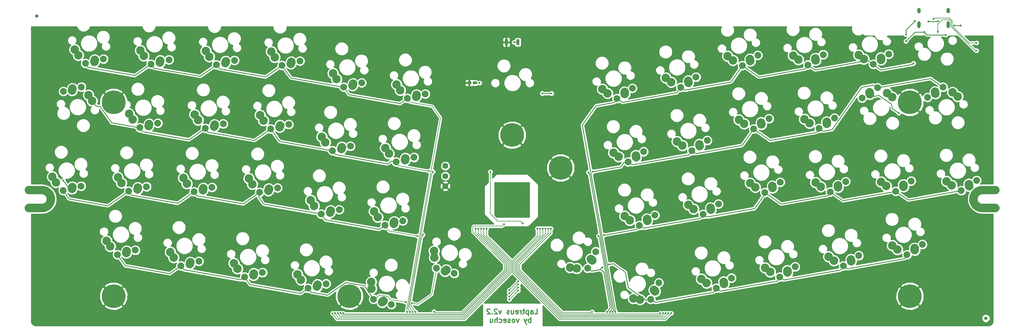
<source format=gbr>
G04 #@! TF.GenerationSoftware,KiCad,Pcbnew,(6.0.0-rc1-dev-1469-g932b9a334)*
G04 #@! TF.CreationDate,2019-09-07T17:34:56-07:00
G04 #@! TF.ProjectId,Laptreus-v2,4c617074-7265-4757-932d-76322e6b6963,rev?*
G04 #@! TF.SameCoordinates,Original*
G04 #@! TF.FileFunction,Copper,L2,Bot*
G04 #@! TF.FilePolarity,Positive*
%FSLAX46Y46*%
G04 Gerber Fmt 4.6, Leading zero omitted, Abs format (unit mm)*
G04 Created by KiCad (PCBNEW (6.0.0-rc1-dev-1469-g932b9a334)) date Saturday, September 07, 2019 at 05:34:56 PM*
%MOMM*%
%LPD*%
G04 APERTURE LIST*
G04 #@! TA.AperFunction,NonConductor*
%ADD10C,0.300000*%
G04 #@! TD*
G04 #@! TA.AperFunction,ComponentPad*
%ADD11C,2.500000*%
G04 #@! TD*
G04 #@! TA.AperFunction,Conductor*
%ADD12C,2.500000*%
G04 #@! TD*
G04 #@! TA.AperFunction,ComponentPad*
%ADD13C,2.000000*%
G04 #@! TD*
G04 #@! TA.AperFunction,ComponentPad*
%ADD14C,1.000000*%
G04 #@! TD*
G04 #@! TA.AperFunction,Conductor*
%ADD15C,0.100000*%
G04 #@! TD*
G04 #@! TA.AperFunction,ComponentPad*
%ADD16C,7.000000*%
G04 #@! TD*
G04 #@! TA.AperFunction,SMDPad,CuDef*
%ADD17C,0.850000*%
G04 #@! TD*
G04 #@! TA.AperFunction,ComponentPad*
%ADD18O,1.000000X2.100000*%
G04 #@! TD*
G04 #@! TA.AperFunction,ComponentPad*
%ADD19O,1.000000X1.600000*%
G04 #@! TD*
G04 #@! TA.AperFunction,ConnectorPad*
%ADD20C,1.000000*%
G04 #@! TD*
G04 #@! TA.AperFunction,SMDPad,CuDef*
%ADD21R,0.900000X1.700000*%
G04 #@! TD*
G04 #@! TA.AperFunction,ComponentPad*
%ADD22C,1.778000*%
G04 #@! TD*
G04 #@! TA.AperFunction,ViaPad*
%ADD23C,0.600000*%
G04 #@! TD*
G04 #@! TA.AperFunction,Conductor*
%ADD24C,0.200000*%
G04 #@! TD*
G04 #@! TA.AperFunction,Conductor*
%ADD25C,0.160000*%
G04 #@! TD*
G04 #@! TA.AperFunction,Conductor*
%ADD26C,0.250000*%
G04 #@! TD*
G04 #@! TA.AperFunction,Conductor*
%ADD27C,0.254000*%
G04 #@! TD*
G04 APERTURE END LIST*
D10*
X238498205Y-164589343D02*
X238498205Y-163089343D01*
X238498205Y-163660772D02*
X238355348Y-163589343D01*
X238069634Y-163589343D01*
X237926777Y-163660772D01*
X237855348Y-163732200D01*
X237783920Y-163875057D01*
X237783920Y-164303629D01*
X237855348Y-164446486D01*
X237926777Y-164517914D01*
X238069634Y-164589343D01*
X238355348Y-164589343D01*
X238498205Y-164517914D01*
X237283920Y-163589343D02*
X236926777Y-164589343D01*
X236569634Y-163589343D02*
X236926777Y-164589343D01*
X237069634Y-164946486D01*
X237141062Y-165017914D01*
X237283920Y-165089343D01*
X234998205Y-163589343D02*
X234641062Y-164589343D01*
X234283920Y-163589343D01*
X233498205Y-164589343D02*
X233641062Y-164517914D01*
X233712491Y-164446486D01*
X233783920Y-164303629D01*
X233783920Y-163875057D01*
X233712491Y-163732200D01*
X233641062Y-163660772D01*
X233498205Y-163589343D01*
X233283920Y-163589343D01*
X233141062Y-163660772D01*
X233069634Y-163732200D01*
X232998205Y-163875057D01*
X232998205Y-164303629D01*
X233069634Y-164446486D01*
X233141062Y-164517914D01*
X233283920Y-164589343D01*
X233498205Y-164589343D01*
X232426777Y-164517914D02*
X232283920Y-164589343D01*
X231998205Y-164589343D01*
X231855348Y-164517914D01*
X231783920Y-164375057D01*
X231783920Y-164303629D01*
X231855348Y-164160772D01*
X231998205Y-164089343D01*
X232212491Y-164089343D01*
X232355348Y-164017914D01*
X232426777Y-163875057D01*
X232426777Y-163803629D01*
X232355348Y-163660772D01*
X232212491Y-163589343D01*
X231998205Y-163589343D01*
X231855348Y-163660772D01*
X230569634Y-164517914D02*
X230712491Y-164589343D01*
X230998205Y-164589343D01*
X231141062Y-164517914D01*
X231212491Y-164375057D01*
X231212491Y-163803629D01*
X231141062Y-163660772D01*
X230998205Y-163589343D01*
X230712491Y-163589343D01*
X230569634Y-163660772D01*
X230498205Y-163803629D01*
X230498205Y-163946486D01*
X231212491Y-164089343D01*
X229212491Y-164517914D02*
X229355348Y-164589343D01*
X229641062Y-164589343D01*
X229783920Y-164517914D01*
X229855348Y-164446486D01*
X229926777Y-164303629D01*
X229926777Y-163875057D01*
X229855348Y-163732200D01*
X229783920Y-163660772D01*
X229641062Y-163589343D01*
X229355348Y-163589343D01*
X229212491Y-163660772D01*
X228569634Y-164589343D02*
X228569634Y-163089343D01*
X227926777Y-164589343D02*
X227926777Y-163803629D01*
X227998205Y-163660772D01*
X228141062Y-163589343D01*
X228355348Y-163589343D01*
X228498205Y-163660772D01*
X228569634Y-163732200D01*
X226569634Y-163589343D02*
X226569634Y-164589343D01*
X227212491Y-163589343D02*
X227212491Y-164375057D01*
X227141062Y-164517914D01*
X226998205Y-164589343D01*
X226783920Y-164589343D01*
X226641062Y-164517914D01*
X226569634Y-164446486D01*
X239676780Y-162089343D02*
X240391065Y-162089343D01*
X240391065Y-160589343D01*
X238533923Y-162089343D02*
X238533923Y-161303629D01*
X238605351Y-161160772D01*
X238748208Y-161089343D01*
X239033923Y-161089343D01*
X239176780Y-161160772D01*
X238533923Y-162017914D02*
X238676780Y-162089343D01*
X239033923Y-162089343D01*
X239176780Y-162017914D01*
X239248208Y-161875057D01*
X239248208Y-161732200D01*
X239176780Y-161589343D01*
X239033923Y-161517914D01*
X238676780Y-161517914D01*
X238533923Y-161446486D01*
X237819637Y-161089343D02*
X237819637Y-162589343D01*
X237819637Y-161160772D02*
X237676780Y-161089343D01*
X237391065Y-161089343D01*
X237248208Y-161160772D01*
X237176780Y-161232200D01*
X237105351Y-161375057D01*
X237105351Y-161803629D01*
X237176780Y-161946486D01*
X237248208Y-162017914D01*
X237391065Y-162089343D01*
X237676780Y-162089343D01*
X237819637Y-162017914D01*
X236676780Y-161089343D02*
X236105351Y-161089343D01*
X236462494Y-160589343D02*
X236462494Y-161875057D01*
X236391065Y-162017914D01*
X236248208Y-162089343D01*
X236105351Y-162089343D01*
X235605351Y-162089343D02*
X235605351Y-161089343D01*
X235605351Y-161375057D02*
X235533923Y-161232200D01*
X235462494Y-161160772D01*
X235319637Y-161089343D01*
X235176780Y-161089343D01*
X234105351Y-162017914D02*
X234248208Y-162089343D01*
X234533923Y-162089343D01*
X234676780Y-162017914D01*
X234748208Y-161875057D01*
X234748208Y-161303629D01*
X234676780Y-161160772D01*
X234533923Y-161089343D01*
X234248208Y-161089343D01*
X234105351Y-161160772D01*
X234033923Y-161303629D01*
X234033923Y-161446486D01*
X234748208Y-161589343D01*
X232748208Y-161089343D02*
X232748208Y-162089343D01*
X233391065Y-161089343D02*
X233391065Y-161875057D01*
X233319637Y-162017914D01*
X233176780Y-162089343D01*
X232962494Y-162089343D01*
X232819637Y-162017914D01*
X232748208Y-161946486D01*
X232105351Y-162017914D02*
X231962494Y-162089343D01*
X231676780Y-162089343D01*
X231533923Y-162017914D01*
X231462494Y-161875057D01*
X231462494Y-161803629D01*
X231533923Y-161660772D01*
X231676780Y-161589343D01*
X231891065Y-161589343D01*
X232033923Y-161517914D01*
X232105351Y-161375057D01*
X232105351Y-161303629D01*
X232033923Y-161160772D01*
X231891065Y-161089343D01*
X231676780Y-161089343D01*
X231533923Y-161160772D01*
X229819637Y-161089343D02*
X229462494Y-162089343D01*
X229105351Y-161089343D01*
X228605351Y-160732200D02*
X228533923Y-160660772D01*
X228391065Y-160589343D01*
X228033923Y-160589343D01*
X227891065Y-160660772D01*
X227819637Y-160732200D01*
X227748208Y-160875057D01*
X227748208Y-161017914D01*
X227819637Y-161232200D01*
X228676780Y-162089343D01*
X227748208Y-162089343D01*
X227105351Y-161946486D02*
X227033923Y-162017914D01*
X227105351Y-162089343D01*
X227176780Y-162017914D01*
X227105351Y-161946486D01*
X227105351Y-162089343D01*
X226462494Y-160732200D02*
X226391065Y-160660772D01*
X226248208Y-160589343D01*
X225891065Y-160589343D01*
X225748208Y-160660772D01*
X225676780Y-160732200D01*
X225605351Y-160875057D01*
X225605351Y-161017914D01*
X225676780Y-161232200D01*
X226533923Y-162089343D01*
X225605351Y-162089343D01*
D11*
G04 #@! TO.P,SW2,1*
G04 #@! TO.N,/ROW0*
X336709932Y-86738309D03*
X335166308Y-85527970D03*
G04 #@! TO.P,SW2,2*
G04 #@! TO.N,Net-(D2-Pad1)*
X341790849Y-86644595D03*
D12*
G04 #@! TD*
G04 #@! TO.N,Net-(D2-Pad1)*
G04 #@! TO.C,SW2*
X341760032Y-86356237D02*
X341821666Y-86932953D01*
D13*
G04 #@! TO.P,SW2,1*
G04 #@! TO.N,/ROW0*
X339519248Y-88273806D03*
G04 #@! TO.P,SW2,2*
G04 #@! TO.N,Net-(D2-Pad1)*
X344061261Y-85238989D03*
G04 #@! TD*
D11*
G04 #@! TO.P,SW8,1*
G04 #@! TO.N,/ROW0*
X181198774Y-92624723D03*
X180162202Y-90959425D03*
G04 #@! TO.P,SW8,2*
G04 #@! TO.N,Net-(D8-Pad1)*
X186005327Y-94274436D03*
D12*
G04 #@! TD*
G04 #@! TO.N,Net-(D8-Pad1)*
G04 #@! TO.C,SW8*
X186074993Y-93992928D02*
X185935661Y-94555944D01*
D13*
G04 #@! TO.P,SW8,1*
G04 #@! TO.N,/ROW0*
X183313497Y-95028460D03*
G04 #@! TO.P,SW8,2*
G04 #@! TO.N,Net-(D8-Pad1)*
X188619562Y-93730124D03*
G04 #@! TD*
D11*
G04 #@! TO.P,SW3,1*
G04 #@! TO.N,/ROW0*
X317398011Y-86919544D03*
X315854387Y-85709205D03*
G04 #@! TO.P,SW3,2*
G04 #@! TO.N,Net-(D3-Pad1)*
X322478928Y-86825830D03*
D12*
G04 #@! TD*
G04 #@! TO.N,Net-(D3-Pad1)*
G04 #@! TO.C,SW3*
X322448111Y-86537472D02*
X322509745Y-87114188D01*
D13*
G04 #@! TO.P,SW3,1*
G04 #@! TO.N,/ROW0*
X320207327Y-88455041D03*
G04 #@! TO.P,SW3,2*
G04 #@! TO.N,Net-(D3-Pad1)*
X324749340Y-85420224D03*
G04 #@! TD*
D11*
G04 #@! TO.P,SW20,1*
G04 #@! TO.N,/ROW1*
X177890778Y-111385309D03*
X176854206Y-109720011D03*
G04 #@! TO.P,SW20,2*
G04 #@! TO.N,Net-(D20-Pad1)*
X182697331Y-113035022D03*
D12*
G04 #@! TD*
G04 #@! TO.N,Net-(D20-Pad1)*
G04 #@! TO.C,SW20*
X182766997Y-112753514D02*
X182627665Y-113316530D01*
D13*
G04 #@! TO.P,SW20,1*
G04 #@! TO.N,/ROW1*
X180005501Y-113789046D03*
G04 #@! TO.P,SW20,2*
G04 #@! TO.N,Net-(D20-Pad1)*
X185311566Y-112490710D03*
G04 #@! TD*
D11*
G04 #@! TO.P,SW31,1*
G04 #@! TO.N,/ROW2*
X193343367Y-133453896D03*
X192306795Y-131788598D03*
G04 #@! TO.P,SW31,2*
G04 #@! TO.N,Net-(D31-Pad1)*
X198149920Y-135103609D03*
D12*
G04 #@! TD*
G04 #@! TO.N,Net-(D31-Pad1)*
G04 #@! TO.C,SW31*
X198219586Y-134822101D02*
X198080254Y-135385117D01*
D13*
G04 #@! TO.P,SW31,1*
G04 #@! TO.N,/ROW2*
X195458090Y-135857633D03*
G04 #@! TO.P,SW31,2*
G04 #@! TO.N,Net-(D31-Pad1)*
X200764155Y-134559297D03*
G04 #@! TD*
D11*
G04 #@! TO.P,SW32,1*
G04 #@! TO.N,/ROW2*
X174582781Y-130145900D03*
X173546209Y-128480602D03*
G04 #@! TO.P,SW32,2*
G04 #@! TO.N,Net-(D32-Pad1)*
X179389334Y-131795613D03*
D12*
G04 #@! TD*
G04 #@! TO.N,Net-(D32-Pad1)*
G04 #@! TO.C,SW32*
X179459000Y-131514105D02*
X179319668Y-132077121D01*
D13*
G04 #@! TO.P,SW32,1*
G04 #@! TO.N,/ROW2*
X176697504Y-132549637D03*
G04 #@! TO.P,SW32,2*
G04 #@! TO.N,Net-(D32-Pad1)*
X182003569Y-131251301D03*
G04 #@! TD*
D11*
G04 #@! TO.P,SW34,1*
G04 #@! TO.N,/ROW2*
X137061604Y-123529904D03*
X136025032Y-121864606D03*
G04 #@! TO.P,SW34,2*
G04 #@! TO.N,Net-(D34-Pad1)*
X141868157Y-125179617D03*
D12*
G04 #@! TD*
G04 #@! TO.N,Net-(D34-Pad1)*
G04 #@! TO.C,SW34*
X141937823Y-124898109D02*
X141798491Y-125461125D01*
D13*
G04 #@! TO.P,SW34,1*
G04 #@! TO.N,/ROW2*
X139176327Y-125933641D03*
G04 #@! TO.P,SW34,2*
G04 #@! TO.N,Net-(D34-Pad1)*
X144482392Y-124635305D03*
G04 #@! TD*
D11*
G04 #@! TO.P,SW42,1*
G04 #@! TO.N,/ROW3*
X252059670Y-148629803D03*
X250117682Y-148353431D03*
G04 #@! TO.P,SW42,2*
G04 #@! TO.N,Net-(D42-Pad1)*
X256413016Y-146008185D03*
D12*
G04 #@! TD*
G04 #@! TO.N,Net-(D42-Pad1)*
G04 #@! TO.C,SW42*
X256242149Y-145773868D02*
X256583883Y-146242502D01*
D13*
G04 #@! TO.P,SW42,1*
G04 #@! TO.N,/ROW3*
X255260357Y-148554924D03*
G04 #@! TO.P,SW42,2*
G04 #@! TO.N,Net-(D42-Pad1)*
X257676447Y-143655689D03*
G04 #@! TD*
D11*
G04 #@! TO.P,SW47,1*
G04 #@! TO.N,/ROW3*
X133202273Y-145417256D03*
X132165701Y-143751958D03*
G04 #@! TO.P,SW47,2*
G04 #@! TO.N,Net-(D47-Pad1)*
X138008826Y-147066969D03*
D12*
G04 #@! TD*
G04 #@! TO.N,Net-(D47-Pad1)*
G04 #@! TO.C,SW47*
X138078492Y-146785461D02*
X137939160Y-147348477D01*
D13*
G04 #@! TO.P,SW47,1*
G04 #@! TO.N,/ROW3*
X135316996Y-147820993D03*
G04 #@! TO.P,SW47,2*
G04 #@! TO.N,Net-(D47-Pad1)*
X140623061Y-146522657D03*
G04 #@! TD*
D11*
G04 #@! TO.P,SW6,1*
G04 #@! TO.N,/ROW0*
X261116247Y-96843536D03*
X259572623Y-95633197D03*
G04 #@! TO.P,SW6,2*
G04 #@! TO.N,Net-(D6-Pad1)*
X266197164Y-96749822D03*
D12*
G04 #@! TD*
G04 #@! TO.N,Net-(D6-Pad1)*
G04 #@! TO.C,SW6*
X266166347Y-96461464D02*
X266227981Y-97038180D01*
D13*
G04 #@! TO.P,SW6,1*
G04 #@! TO.N,/ROW0*
X263925563Y-98379033D03*
G04 #@! TO.P,SW6,2*
G04 #@! TO.N,Net-(D6-Pad1)*
X268467576Y-95344216D03*
G04 #@! TD*
D11*
G04 #@! TO.P,SW9,1*
G04 #@! TO.N,/ROW0*
X162989519Y-86189961D03*
X161952947Y-84524663D03*
G04 #@! TO.P,SW9,2*
G04 #@! TO.N,Net-(D9-Pad1)*
X167796072Y-87839674D03*
D12*
G04 #@! TD*
G04 #@! TO.N,Net-(D9-Pad1)*
G04 #@! TO.C,SW9*
X167865738Y-87558166D02*
X167726406Y-88121182D01*
D13*
G04 #@! TO.P,SW9,1*
G04 #@! TO.N,/ROW0*
X165104242Y-88593698D03*
G04 #@! TO.P,SW9,2*
G04 #@! TO.N,Net-(D9-Pad1)*
X170410307Y-87295362D03*
G04 #@! TD*
D11*
G04 #@! TO.P,SW7,1*
G04 #@! TO.N,/ROW0*
X199959363Y-95932721D03*
X198922791Y-94267423D03*
G04 #@! TO.P,SW7,2*
G04 #@! TO.N,Net-(D7-Pad1)*
X204765916Y-97582434D03*
D12*
G04 #@! TD*
G04 #@! TO.N,Net-(D7-Pad1)*
G04 #@! TO.C,SW7*
X204835582Y-97300926D02*
X204696250Y-97863942D01*
D13*
G04 #@! TO.P,SW7,1*
G04 #@! TO.N,/ROW0*
X202074086Y-98336458D03*
G04 #@! TO.P,SW7,2*
G04 #@! TO.N,Net-(D7-Pad1)*
X207380151Y-97038122D03*
G04 #@! TD*
D11*
G04 #@! TO.P,SW19,1*
G04 #@! TO.N,/ROW1*
X196651365Y-114693309D03*
X195614793Y-113028011D03*
G04 #@! TO.P,SW19,2*
G04 #@! TO.N,Net-(D19-Pad1)*
X201457918Y-116343022D03*
D12*
G04 #@! TD*
G04 #@! TO.N,Net-(D19-Pad1)*
G04 #@! TO.C,SW19*
X201527584Y-116061514D02*
X201388252Y-116624530D01*
D13*
G04 #@! TO.P,SW19,1*
G04 #@! TO.N,/ROW1*
X198766088Y-117097046D03*
G04 #@! TO.P,SW19,2*
G04 #@! TO.N,Net-(D19-Pad1)*
X204072153Y-115798710D03*
G04 #@! TD*
D11*
G04 #@! TO.P,SW12,1*
G04 #@! TO.N,/ROW0*
X105043033Y-85600164D03*
X104006461Y-83934866D03*
G04 #@! TO.P,SW12,2*
G04 #@! TO.N,Net-(D12-Pad1)*
X109849586Y-87249877D03*
D12*
G04 #@! TD*
G04 #@! TO.N,Net-(D12-Pad1)*
G04 #@! TO.C,SW12*
X109919252Y-86968369D02*
X109779920Y-87531385D01*
D13*
G04 #@! TO.P,SW12,1*
G04 #@! TO.N,/ROW0*
X107157756Y-88003901D03*
G04 #@! TO.P,SW12,2*
G04 #@! TO.N,Net-(D12-Pad1)*
X112463821Y-86705565D03*
G04 #@! TD*
D11*
G04 #@! TO.P,SW5,1*
G04 #@! TO.N,/ROW0*
X279876836Y-93535537D03*
X278333212Y-92325198D03*
G04 #@! TO.P,SW5,2*
G04 #@! TO.N,Net-(D5-Pad1)*
X284957753Y-93441823D03*
D12*
G04 #@! TD*
G04 #@! TO.N,Net-(D5-Pad1)*
G04 #@! TO.C,SW5*
X284926936Y-93153465D02*
X284988570Y-93730181D01*
D13*
G04 #@! TO.P,SW5,1*
G04 #@! TO.N,/ROW0*
X282686152Y-95071034D03*
G04 #@! TO.P,SW5,2*
G04 #@! TO.N,Net-(D5-Pad1)*
X287228165Y-92036217D03*
G04 #@! TD*
D11*
G04 #@! TO.P,SW10,1*
G04 #@! TO.N,/ROW0*
X143677600Y-86008727D03*
X142641028Y-84343429D03*
G04 #@! TO.P,SW10,2*
G04 #@! TO.N,Net-(D10-Pad1)*
X148484153Y-87658440D03*
D12*
G04 #@! TD*
G04 #@! TO.N,Net-(D10-Pad1)*
G04 #@! TO.C,SW10*
X148553819Y-87376932D02*
X148414487Y-87939948D01*
D13*
G04 #@! TO.P,SW10,1*
G04 #@! TO.N,/ROW0*
X145792323Y-88412464D03*
G04 #@! TO.P,SW10,2*
G04 #@! TO.N,Net-(D10-Pad1)*
X151098388Y-87114128D03*
G04 #@! TD*
D11*
G04 #@! TO.P,SW13,1*
G04 #@! TO.N,/ROW1*
X362864704Y-96570964D03*
X364408328Y-97781303D03*
G04 #@! TO.P,SW13,2*
G04 #@! TO.N,Net-(D13-Pad1)*
X357783787Y-96664678D03*
D12*
G04 #@! TD*
G04 #@! TO.N,Net-(D13-Pad1)*
G04 #@! TO.C,SW13*
X357814604Y-96953036D02*
X357752970Y-96376320D01*
D13*
G04 #@! TO.P,SW13,1*
G04 #@! TO.N,/ROW1*
X360055388Y-95035467D03*
G04 #@! TO.P,SW13,2*
G04 #@! TO.N,Net-(D13-Pad1)*
X355513375Y-98070284D03*
G04 #@! TD*
D11*
G04 #@! TO.P,SW16,1*
G04 #@! TO.N,/ROW1*
X301394088Y-105861363D03*
X299850464Y-104651024D03*
G04 #@! TO.P,SW16,2*
G04 #@! TO.N,Net-(D16-Pad1)*
X306475005Y-105767649D03*
D12*
G04 #@! TD*
G04 #@! TO.N,Net-(D16-Pad1)*
G04 #@! TO.C,SW16*
X306444188Y-105479291D02*
X306505822Y-106056007D01*
D13*
G04 #@! TO.P,SW16,1*
G04 #@! TO.N,/ROW1*
X304203404Y-107396860D03*
G04 #@! TO.P,SW16,2*
G04 #@! TO.N,Net-(D16-Pad1)*
X308745417Y-104362043D03*
G04 #@! TD*
D11*
G04 #@! TO.P,SW17,1*
G04 #@! TO.N,/ROW1*
X283184832Y-112296125D03*
X281641208Y-111085786D03*
G04 #@! TO.P,SW17,2*
G04 #@! TO.N,Net-(D17-Pad1)*
X288265749Y-112202411D03*
D12*
G04 #@! TD*
G04 #@! TO.N,Net-(D17-Pad1)*
G04 #@! TO.C,SW17*
X288234932Y-111914053D02*
X288296566Y-112490769D01*
D13*
G04 #@! TO.P,SW17,1*
G04 #@! TO.N,/ROW1*
X285994148Y-113831622D03*
G04 #@! TO.P,SW17,2*
G04 #@! TO.N,Net-(D17-Pad1)*
X290536161Y-110796805D03*
G04 #@! TD*
D11*
G04 #@! TO.P,SW21,1*
G04 #@! TO.N,/ROW1*
X159681522Y-104950548D03*
X158644950Y-103285250D03*
G04 #@! TO.P,SW21,2*
G04 #@! TO.N,Net-(D21-Pad1)*
X164488075Y-106600261D03*
D12*
G04 #@! TD*
G04 #@! TO.N,Net-(D21-Pad1)*
G04 #@! TO.C,SW21*
X164557741Y-106318753D02*
X164418409Y-106881769D01*
D13*
G04 #@! TO.P,SW21,1*
G04 #@! TO.N,/ROW1*
X161796245Y-107354285D03*
G04 #@! TO.P,SW21,2*
G04 #@! TO.N,Net-(D21-Pad1)*
X167102310Y-106055949D03*
G04 #@! TD*
D11*
G04 #@! TO.P,SW18,1*
G04 #@! TO.N,/ROW1*
X264424245Y-115604125D03*
X262880621Y-114393786D03*
G04 #@! TO.P,SW18,2*
G04 #@! TO.N,Net-(D18-Pad1)*
X269505162Y-115510411D03*
D12*
G04 #@! TD*
G04 #@! TO.N,Net-(D18-Pad1)*
G04 #@! TO.C,SW18*
X269474345Y-115222053D02*
X269535979Y-115798769D01*
D13*
G04 #@! TO.P,SW18,1*
G04 #@! TO.N,/ROW1*
X267233561Y-117139622D03*
G04 #@! TO.P,SW18,2*
G04 #@! TO.N,Net-(D18-Pad1)*
X271775574Y-114104805D03*
G04 #@! TD*
D11*
G04 #@! TO.P,SW22,1*
G04 #@! TO.N,/ROW1*
X140369604Y-104769313D03*
X139333032Y-103104015D03*
G04 #@! TO.P,SW22,2*
G04 #@! TO.N,Net-(D22-Pad1)*
X145176157Y-106419026D03*
D12*
G04 #@! TD*
G04 #@! TO.N,Net-(D22-Pad1)*
G04 #@! TO.C,SW22*
X145245823Y-106137518D02*
X145106491Y-106700534D01*
D13*
G04 #@! TO.P,SW22,1*
G04 #@! TO.N,/ROW1*
X142484327Y-107173050D03*
G04 #@! TO.P,SW22,2*
G04 #@! TO.N,Net-(D22-Pad1)*
X147790392Y-105874714D03*
G04 #@! TD*
D11*
G04 #@! TO.P,SW29,1*
G04 #@! TO.N,/ROW2*
X286492832Y-131056713D03*
X284949208Y-129846374D03*
G04 #@! TO.P,SW29,2*
G04 #@! TO.N,Net-(D29-Pad1)*
X291573749Y-130962999D03*
D12*
G04 #@! TD*
G04 #@! TO.N,Net-(D29-Pad1)*
G04 #@! TO.C,SW29*
X291542932Y-130674641D02*
X291604566Y-131251357D01*
D13*
G04 #@! TO.P,SW29,1*
G04 #@! TO.N,/ROW2*
X289302148Y-132592210D03*
G04 #@! TO.P,SW29,2*
G04 #@! TO.N,Net-(D29-Pad1)*
X293844161Y-129557393D03*
G04 #@! TD*
D11*
G04 #@! TO.P,SW33,1*
G04 #@! TO.N,/ROW2*
X156373523Y-123711137D03*
X155336951Y-122045839D03*
G04 #@! TO.P,SW33,2*
G04 #@! TO.N,Net-(D33-Pad1)*
X161180076Y-125360850D03*
D12*
G04 #@! TD*
G04 #@! TO.N,Net-(D33-Pad1)*
G04 #@! TO.C,SW33*
X161249742Y-125079342D02*
X161110410Y-125642358D01*
D13*
G04 #@! TO.P,SW33,1*
G04 #@! TO.N,/ROW2*
X158488246Y-126114874D03*
G04 #@! TO.P,SW33,2*
G04 #@! TO.N,Net-(D33-Pad1)*
X163794311Y-124816538D03*
G04 #@! TD*
D11*
G04 #@! TO.P,SW37,1*
G04 #@! TO.N,/ROW3*
X346633924Y-143020073D03*
X345090300Y-141809734D03*
G04 #@! TO.P,SW37,2*
G04 #@! TO.N,Net-(D37-Pad1)*
X351714841Y-142926359D03*
D12*
G04 #@! TD*
G04 #@! TO.N,Net-(D37-Pad1)*
G04 #@! TO.C,SW37*
X351684024Y-142638001D02*
X351745658Y-143214717D01*
D13*
G04 #@! TO.P,SW37,1*
G04 #@! TO.N,/ROW3*
X349443240Y-144555570D03*
G04 #@! TO.P,SW37,2*
G04 #@! TO.N,Net-(D37-Pad1)*
X353985253Y-141520753D03*
G04 #@! TD*
D11*
G04 #@! TO.P,SW39,1*
G04 #@! TO.N,/ROW3*
X309112751Y-149636067D03*
X307569127Y-148425728D03*
G04 #@! TO.P,SW39,2*
G04 #@! TO.N,Net-(D39-Pad1)*
X314193668Y-149542353D03*
D12*
G04 #@! TD*
G04 #@! TO.N,Net-(D39-Pad1)*
G04 #@! TO.C,SW39*
X314162851Y-149253995D02*
X314224485Y-149830711D01*
D13*
G04 #@! TO.P,SW39,1*
G04 #@! TO.N,/ROW3*
X311922067Y-151171564D03*
G04 #@! TO.P,SW39,2*
G04 #@! TO.N,Net-(D39-Pad1)*
X316464080Y-148136747D03*
G04 #@! TD*
D11*
G04 #@! TO.P,SW46,1*
G04 #@! TO.N,/ROW3*
X151962862Y-148725253D03*
X150926290Y-147059955D03*
G04 #@! TO.P,SW46,2*
G04 #@! TO.N,Net-(D46-Pad1)*
X156769415Y-150374966D03*
D12*
G04 #@! TD*
G04 #@! TO.N,Net-(D46-Pad1)*
G04 #@! TO.C,SW46*
X156839081Y-150093458D02*
X156699749Y-150656474D01*
D13*
G04 #@! TO.P,SW46,1*
G04 #@! TO.N,/ROW3*
X154077585Y-151128990D03*
G04 #@! TO.P,SW46,2*
G04 #@! TO.N,Net-(D46-Pad1)*
X159383650Y-149830654D03*
G04 #@! TD*
D11*
G04 #@! TO.P,SW41,1*
G04 #@! TO.N,/ROW3*
X270655906Y-157805009D03*
X268713918Y-157528637D03*
G04 #@! TO.P,SW41,2*
G04 #@! TO.N,Net-(D41-Pad1)*
X275009252Y-155183391D03*
D12*
G04 #@! TD*
G04 #@! TO.N,Net-(D41-Pad1)*
G04 #@! TO.C,SW41*
X274838385Y-154949074D02*
X275180119Y-155417708D01*
D13*
G04 #@! TO.P,SW41,1*
G04 #@! TO.N,/ROW3*
X273856593Y-157730130D03*
G04 #@! TO.P,SW41,2*
G04 #@! TO.N,Net-(D41-Pad1)*
X276272683Y-152830895D03*
G04 #@! TD*
D11*
G04 #@! TO.P,SW26,1*
G04 #@! TO.N,/ROW2*
X343325927Y-124259485D03*
X341782303Y-123049146D03*
G04 #@! TO.P,SW26,2*
G04 #@! TO.N,Net-(D26-Pad1)*
X348406844Y-124165771D03*
D12*
G04 #@! TD*
G04 #@! TO.N,Net-(D26-Pad1)*
G04 #@! TO.C,SW26*
X348376027Y-123877413D02*
X348437661Y-124454129D01*
D13*
G04 #@! TO.P,SW26,1*
G04 #@! TO.N,/ROW2*
X346135243Y-125794982D03*
G04 #@! TO.P,SW26,2*
G04 #@! TO.N,Net-(D26-Pad1)*
X350677256Y-122760165D03*
G04 #@! TD*
D11*
G04 #@! TO.P,SW27,1*
G04 #@! TO.N,/ROW2*
X324014007Y-124440717D03*
X322470383Y-123230378D03*
G04 #@! TO.P,SW27,2*
G04 #@! TO.N,Net-(D27-Pad1)*
X329094924Y-124347003D03*
D12*
G04 #@! TD*
G04 #@! TO.N,Net-(D27-Pad1)*
G04 #@! TO.C,SW27*
X329064107Y-124058645D02*
X329125741Y-124635361D01*
D13*
G04 #@! TO.P,SW27,1*
G04 #@! TO.N,/ROW2*
X326823323Y-125976214D03*
G04 #@! TO.P,SW27,2*
G04 #@! TO.N,Net-(D27-Pad1)*
X331365336Y-122941397D03*
G04 #@! TD*
D11*
G04 #@! TO.P,SW28,1*
G04 #@! TO.N,/ROW2*
X304702087Y-124621950D03*
X303158463Y-123411611D03*
G04 #@! TO.P,SW28,2*
G04 #@! TO.N,Net-(D28-Pad1)*
X309783004Y-124528236D03*
D12*
G04 #@! TD*
G04 #@! TO.N,Net-(D28-Pad1)*
G04 #@! TO.C,SW28*
X309752187Y-124239878D02*
X309813821Y-124816594D01*
D13*
G04 #@! TO.P,SW28,1*
G04 #@! TO.N,/ROW2*
X307511403Y-126157447D03*
G04 #@! TO.P,SW28,2*
G04 #@! TO.N,Net-(D28-Pad1)*
X312053416Y-123122630D03*
G04 #@! TD*
D11*
G04 #@! TO.P,SW30,1*
G04 #@! TO.N,/ROW2*
X267732242Y-134364710D03*
X266188618Y-133154371D03*
G04 #@! TO.P,SW30,2*
G04 #@! TO.N,Net-(D30-Pad1)*
X272813159Y-134270996D03*
D12*
G04 #@! TD*
G04 #@! TO.N,Net-(D30-Pad1)*
G04 #@! TO.C,SW30*
X272782342Y-133982638D02*
X272843976Y-134559354D01*
D13*
G04 #@! TO.P,SW30,1*
G04 #@! TO.N,/ROW2*
X270541558Y-135900207D03*
G04 #@! TO.P,SW30,2*
G04 #@! TO.N,Net-(D30-Pad1)*
X275083571Y-132865390D03*
G04 #@! TD*
D11*
G04 #@! TO.P,SW38,1*
G04 #@! TO.N,/ROW3*
X327873338Y-146328070D03*
X326329714Y-145117731D03*
G04 #@! TO.P,SW38,2*
G04 #@! TO.N,Net-(D38-Pad1)*
X332954255Y-146234356D03*
D12*
G04 #@! TD*
G04 #@! TO.N,Net-(D38-Pad1)*
G04 #@! TO.C,SW38*
X332923438Y-145945998D02*
X332985072Y-146522714D01*
D13*
G04 #@! TO.P,SW38,1*
G04 #@! TO.N,/ROW3*
X330682654Y-147863567D03*
G04 #@! TO.P,SW38,2*
G04 #@! TO.N,Net-(D38-Pad1)*
X335224667Y-144828750D03*
G04 #@! TD*
D11*
G04 #@! TO.P,SW45,1*
G04 #@! TO.N,/ROW3*
X170723447Y-152033252D03*
X169686875Y-150367954D03*
G04 #@! TO.P,SW45,2*
G04 #@! TO.N,Net-(D45-Pad1)*
X175530000Y-153682965D03*
D12*
G04 #@! TD*
G04 #@! TO.N,Net-(D45-Pad1)*
G04 #@! TO.C,SW45*
X175599666Y-153401457D02*
X175460334Y-153964473D01*
D13*
G04 #@! TO.P,SW45,1*
G04 #@! TO.N,/ROW3*
X172838170Y-154436989D03*
G04 #@! TO.P,SW45,2*
G04 #@! TO.N,Net-(D45-Pad1)*
X178144235Y-153138653D03*
G04 #@! TD*
D11*
G04 #@! TO.P,SW43,1*
G04 #@! TO.N,/ROW3*
X210057499Y-145415206D03*
X209992450Y-143454730D03*
G04 #@! TO.P,SW43,2*
G04 #@! TO.N,Net-(D43-Pad1)*
X213395239Y-149247176D03*
D12*
G04 #@! TD*
G04 #@! TO.N,Net-(D43-Pad1)*
G04 #@! TO.C,SW43*
X213596326Y-149038216D02*
X213194152Y-149456136D01*
D13*
G04 #@! TO.P,SW43,1*
G04 #@! TO.N,/ROW3*
X210687034Y-148554265D03*
G04 #@! TO.P,SW43,2*
G04 #@! TO.N,Net-(D43-Pad1)*
X215931389Y-150082906D03*
G04 #@! TD*
D11*
G04 #@! TO.P,SW35,1*
G04 #@! TO.N,/ROW2*
X117749685Y-123348671D03*
X116713113Y-121683373D03*
G04 #@! TO.P,SW35,2*
G04 #@! TO.N,Net-(D35-Pad1)*
X122556238Y-124998384D03*
D12*
G04 #@! TD*
G04 #@! TO.N,Net-(D35-Pad1)*
G04 #@! TO.C,SW35*
X122625904Y-124716876D02*
X122486572Y-125279892D01*
D13*
G04 #@! TO.P,SW35,1*
G04 #@! TO.N,/ROW2*
X119864408Y-125752408D03*
G04 #@! TO.P,SW35,2*
G04 #@! TO.N,Net-(D35-Pad1)*
X125170473Y-124454072D03*
G04 #@! TD*
D11*
G04 #@! TO.P,SW48,1*
G04 #@! TO.N,/ROW3*
X114441685Y-142109257D03*
X113405113Y-140443959D03*
G04 #@! TO.P,SW48,2*
G04 #@! TO.N,Net-(D48-Pad1)*
X119248238Y-143758970D03*
D12*
G04 #@! TD*
G04 #@! TO.N,Net-(D48-Pad1)*
G04 #@! TO.C,SW48*
X119317904Y-143477462D02*
X119178572Y-144040478D01*
D13*
G04 #@! TO.P,SW48,1*
G04 #@! TO.N,/ROW3*
X116556408Y-144512994D03*
G04 #@! TO.P,SW48,2*
G04 #@! TO.N,Net-(D48-Pad1)*
X121862473Y-143214658D03*
G04 #@! TD*
D11*
G04 #@! TO.P,SW11,1*
G04 #@! TO.N,/ROW0*
X124365679Y-85827496D03*
X123329107Y-84162198D03*
G04 #@! TO.P,SW11,2*
G04 #@! TO.N,Net-(D11-Pad1)*
X129172232Y-87477209D03*
D12*
G04 #@! TD*
G04 #@! TO.N,Net-(D11-Pad1)*
G04 #@! TO.C,SW11*
X129241898Y-87195701D02*
X129102566Y-87758717D01*
D13*
G04 #@! TO.P,SW11,1*
G04 #@! TO.N,/ROW0*
X126480402Y-88231233D03*
G04 #@! TO.P,SW11,2*
G04 #@! TO.N,Net-(D11-Pad1)*
X131786467Y-86932897D03*
G04 #@! TD*
D11*
G04 #@! TO.P,SW4,1*
G04 #@! TO.N,/ROW0*
X298086089Y-87100775D03*
X296542465Y-85890436D03*
G04 #@! TO.P,SW4,2*
G04 #@! TO.N,Net-(D4-Pad1)*
X303167006Y-87007061D03*
D12*
G04 #@! TD*
G04 #@! TO.N,Net-(D4-Pad1)*
G04 #@! TO.C,SW4*
X303136189Y-86718703D02*
X303197823Y-87295419D01*
D13*
G04 #@! TO.P,SW4,1*
G04 #@! TO.N,/ROW0*
X300895405Y-88636272D03*
G04 #@! TO.P,SW4,2*
G04 #@! TO.N,Net-(D4-Pad1)*
X305437418Y-85601455D03*
G04 #@! TD*
D11*
G04 #@! TO.P,SW15,1*
G04 #@! TO.N,/ROW1*
X320706009Y-105680128D03*
X319162385Y-104469789D03*
G04 #@! TO.P,SW15,2*
G04 #@! TO.N,Net-(D15-Pad1)*
X325786926Y-105586414D03*
D12*
G04 #@! TD*
G04 #@! TO.N,Net-(D15-Pad1)*
G04 #@! TO.C,SW15*
X325756109Y-105298056D02*
X325817743Y-105874772D01*
D13*
G04 #@! TO.P,SW15,1*
G04 #@! TO.N,/ROW1*
X323515325Y-107215625D03*
G04 #@! TO.P,SW15,2*
G04 #@! TO.N,Net-(D15-Pad1)*
X328057338Y-104180808D03*
G04 #@! TD*
D11*
G04 #@! TO.P,SW40,1*
G04 #@! TO.N,/ROW3*
X290352163Y-152944065D03*
X288808539Y-151733726D03*
G04 #@! TO.P,SW40,2*
G04 #@! TO.N,Net-(D40-Pad1)*
X295433080Y-152850351D03*
D12*
G04 #@! TD*
G04 #@! TO.N,Net-(D40-Pad1)*
G04 #@! TO.C,SW40*
X295402263Y-152561993D02*
X295463897Y-153138709D01*
D13*
G04 #@! TO.P,SW40,1*
G04 #@! TO.N,/ROW3*
X293161479Y-154479562D03*
G04 #@! TO.P,SW40,2*
G04 #@! TO.N,Net-(D40-Pad1)*
X297703492Y-151444745D03*
G04 #@! TD*
D11*
G04 #@! TO.P,SW44,1*
G04 #@! TO.N,/ROW3*
X191513599Y-154589053D03*
X191448550Y-152628577D03*
G04 #@! TO.P,SW44,2*
G04 #@! TO.N,Net-(D44-Pad1)*
X194851339Y-158421023D03*
D12*
G04 #@! TD*
G04 #@! TO.N,Net-(D44-Pad1)*
G04 #@! TO.C,SW44*
X195052426Y-158212063D02*
X194650252Y-158629983D01*
D13*
G04 #@! TO.P,SW44,1*
G04 #@! TO.N,/ROW3*
X192143134Y-157728112D03*
G04 #@! TO.P,SW44,2*
G04 #@! TO.N,Net-(D44-Pad1)*
X197387489Y-159256753D03*
G04 #@! TD*
G04 #@! TO.P,SW25,2*
G04 #@! TO.N,Net-(D25-Pad1)*
X369989180Y-122578932D03*
G04 #@! TO.P,SW25,1*
G04 #@! TO.N,/ROW2*
X365447167Y-125613749D03*
D11*
G04 #@! TO.P,SW25,2*
G04 #@! TO.N,Net-(D25-Pad1)*
X367718768Y-123984538D03*
D12*
G04 #@! TD*
G04 #@! TO.N,Net-(D25-Pad1)*
G04 #@! TO.C,SW25*
X367687951Y-123696180D02*
X367749585Y-124272896D01*
D11*
G04 #@! TO.P,SW25,1*
G04 #@! TO.N,/ROW2*
X361094227Y-122867913D03*
X362637851Y-124078252D03*
G04 #@! TD*
D13*
G04 #@! TO.P,SW14,2*
G04 #@! TO.N,Net-(D14-Pad1)*
X336201453Y-98251516D03*
G04 #@! TO.P,SW14,1*
G04 #@! TO.N,/ROW1*
X340743466Y-95216699D03*
D11*
G04 #@! TO.P,SW14,2*
G04 #@! TO.N,Net-(D14-Pad1)*
X338471865Y-96845910D03*
D12*
G04 #@! TD*
G04 #@! TO.N,Net-(D14-Pad1)*
G04 #@! TO.C,SW14*
X338502682Y-97134268D02*
X338441048Y-96557552D01*
D11*
G04 #@! TO.P,SW14,1*
G04 #@! TO.N,/ROW1*
X345096406Y-97962535D03*
X343552782Y-96752196D03*
G04 #@! TD*
D13*
G04 #@! TO.P,SW23,2*
G04 #@! TO.N,Net-(D23-Pad1)*
X128478470Y-105693484D03*
G04 #@! TO.P,SW23,1*
G04 #@! TO.N,/ROW1*
X123172405Y-106991820D03*
D11*
G04 #@! TO.P,SW23,2*
G04 #@! TO.N,Net-(D23-Pad1)*
X125864235Y-106237796D03*
D12*
G04 #@! TD*
G04 #@! TO.N,Net-(D23-Pad1)*
G04 #@! TO.C,SW23*
X125933901Y-105956288D02*
X125794569Y-106519304D01*
D11*
G04 #@! TO.P,SW23,1*
G04 #@! TO.N,/ROW1*
X120021110Y-102922785D03*
X121057682Y-104588083D03*
G04 #@! TD*
D13*
G04 #@! TO.P,SW24,2*
G04 #@! TO.N,Net-(D24-Pad1)*
X100638195Y-96291228D03*
G04 #@! TO.P,SW24,1*
G04 #@! TO.N,/ROW1*
X105944260Y-94992892D03*
D11*
G04 #@! TO.P,SW24,2*
G04 #@! TO.N,Net-(D24-Pad1)*
X103252430Y-95746916D03*
D12*
G04 #@! TD*
G04 #@! TO.N,Net-(D24-Pad1)*
G04 #@! TO.C,SW24*
X103182764Y-96028424D02*
X103322096Y-95465408D01*
D11*
G04 #@! TO.P,SW24,1*
G04 #@! TO.N,/ROW1*
X109095555Y-99061927D03*
X108058983Y-97396629D03*
G04 #@! TD*
D13*
G04 #@! TO.P,SW36,2*
G04 #@! TO.N,Net-(D36-Pad1)*
X105858552Y-124272839D03*
G04 #@! TO.P,SW36,1*
G04 #@! TO.N,/ROW2*
X100552487Y-125571175D03*
D11*
G04 #@! TO.P,SW36,2*
G04 #@! TO.N,Net-(D36-Pad1)*
X103244317Y-124817151D03*
D12*
G04 #@! TD*
G04 #@! TO.N,Net-(D36-Pad1)*
G04 #@! TO.C,SW36*
X103313983Y-124535643D02*
X103174651Y-125098659D01*
D11*
G04 #@! TO.P,SW36,1*
G04 #@! TO.N,/ROW2*
X97401192Y-121502140D03*
X98437764Y-123167438D03*
G04 #@! TD*
D14*
G04 #@! TO.P,BOARD1,1*
G04 #@! TO.N,GND*
X369099645Y-128095053D03*
D15*
G04 #@! TD*
G04 #@! TO.N,GND*
G04 #@! TO.C,BOARD1*
G36*
X375517111Y-124193275D02*
G01*
X375639087Y-124200949D01*
X375759732Y-124220489D01*
X375877895Y-124251709D01*
X375992447Y-124294311D01*
X376102295Y-124347887D01*
X376206390Y-124411927D01*
X376303740Y-124485820D01*
X376393415Y-124568859D01*
X376474558Y-124660253D01*
X376546395Y-124759129D01*
X376608241Y-124864543D01*
X376659506Y-124975489D01*
X376699699Y-125090908D01*
X376728437Y-125209698D01*
X376745447Y-125330726D01*
X376750565Y-125452836D01*
X376743742Y-125574863D01*
X376725045Y-125695641D01*
X376694650Y-125814019D01*
X376652850Y-125928866D01*
X376600041Y-126039085D01*
X376536730Y-126143625D01*
X376463519Y-126241489D01*
X376381107Y-126331741D01*
X376290282Y-126413520D01*
X376191910Y-126486046D01*
X376086930Y-126548626D01*
X375976345Y-126600664D01*
X375861209Y-126641662D01*
X375742622Y-126671229D01*
X375621716Y-126689083D01*
X375499645Y-126695053D01*
X371717248Y-126695053D01*
X371553455Y-126704210D01*
X371418442Y-126725111D01*
X371286097Y-126759092D01*
X371157704Y-126805823D01*
X371034485Y-126864859D01*
X370917609Y-126935642D01*
X370808200Y-127017491D01*
X370707307Y-127109618D01*
X370615885Y-127211153D01*
X370534801Y-127321131D01*
X370464839Y-127438493D01*
X370406664Y-127562121D01*
X370360828Y-127690845D01*
X370327774Y-127823416D01*
X370307816Y-127958575D01*
X370300902Y-128099934D01*
X370308802Y-128241244D01*
X370329703Y-128376256D01*
X370363685Y-128508607D01*
X370410415Y-128636995D01*
X370469451Y-128760213D01*
X370540231Y-128877085D01*
X370622081Y-128986496D01*
X370714213Y-129087394D01*
X370815751Y-129178819D01*
X370925722Y-129259896D01*
X371043088Y-129329860D01*
X371166712Y-129388033D01*
X371295437Y-129433870D01*
X371428006Y-129466923D01*
X371563167Y-129486882D01*
X371730228Y-129495053D01*
X375499645Y-129495053D01*
X375517111Y-129495175D01*
X375639087Y-129502849D01*
X375759732Y-129522389D01*
X375877895Y-129553609D01*
X375992447Y-129596211D01*
X376102295Y-129649787D01*
X376206390Y-129713827D01*
X376303740Y-129787720D01*
X376393415Y-129870759D01*
X376474558Y-129962153D01*
X376546395Y-130061029D01*
X376608241Y-130166443D01*
X376659506Y-130277389D01*
X376699699Y-130392808D01*
X376728437Y-130511598D01*
X376745447Y-130632626D01*
X376750565Y-130754736D01*
X376743742Y-130876763D01*
X376725045Y-130997541D01*
X376694650Y-131115919D01*
X376652850Y-131230766D01*
X376600041Y-131340985D01*
X376536730Y-131445525D01*
X376463519Y-131543389D01*
X376381107Y-131633641D01*
X376290282Y-131715420D01*
X376191910Y-131787946D01*
X376086930Y-131850526D01*
X375976345Y-131902564D01*
X375861209Y-131943562D01*
X375742622Y-131973129D01*
X375621716Y-131990983D01*
X375499645Y-131996953D01*
X371699645Y-131996953D01*
X371682179Y-131996831D01*
X371660387Y-131995460D01*
X371638536Y-131995460D01*
X371379849Y-131982808D01*
X371362410Y-131981832D01*
X371310377Y-131975996D01*
X371258216Y-131970881D01*
X371002001Y-131933047D01*
X371001995Y-131933046D01*
X371001988Y-131933045D01*
X370984736Y-131930374D01*
X370933490Y-131919481D01*
X370882106Y-131909307D01*
X370630822Y-131846655D01*
X370630803Y-131846651D01*
X370630781Y-131846644D01*
X370613886Y-131842307D01*
X370563960Y-131826470D01*
X370513803Y-131811326D01*
X370269813Y-131724445D01*
X370253400Y-131718471D01*
X370205260Y-131697838D01*
X370156818Y-131677872D01*
X369922472Y-131567597D01*
X369906720Y-131560050D01*
X369860804Y-131534808D01*
X369814559Y-131510219D01*
X369592092Y-131377602D01*
X369577152Y-131368554D01*
X369533946Y-131338970D01*
X369490293Y-131309967D01*
X369281838Y-131156280D01*
X369281831Y-131156275D01*
X369281824Y-131156269D01*
X369267843Y-131145810D01*
X369227724Y-131112147D01*
X369187119Y-131079030D01*
X368994663Y-130905741D01*
X368994644Y-130905726D01*
X368994623Y-130905706D01*
X368981749Y-130893951D01*
X368945088Y-130856514D01*
X368907923Y-130819607D01*
X368733291Y-130628360D01*
X368733281Y-130628350D01*
X368733271Y-130628338D01*
X368721594Y-130615369D01*
X368688785Y-130574563D01*
X368655378Y-130534180D01*
X368500232Y-130326793D01*
X368489868Y-130312734D01*
X368461192Y-130268913D01*
X368431890Y-130225471D01*
X368297723Y-130003935D01*
X368288780Y-129988932D01*
X368264515Y-129942518D01*
X368239594Y-129896427D01*
X368127685Y-129662855D01*
X368127684Y-129662854D01*
X368127680Y-129662843D01*
X368120248Y-129647051D01*
X368100629Y-129598494D01*
X368080323Y-129550187D01*
X367991742Y-129306810D01*
X367985882Y-129290356D01*
X367971085Y-129240080D01*
X367955601Y-129190060D01*
X367891191Y-128939201D01*
X367886966Y-128922254D01*
X367877148Y-128870790D01*
X367866616Y-128819480D01*
X367826993Y-128563531D01*
X367826992Y-128563528D01*
X367826991Y-128563515D01*
X367824441Y-128546252D01*
X367819693Y-128494085D01*
X367814217Y-128441980D01*
X367799760Y-128183387D01*
X367798907Y-128165941D01*
X367799075Y-128141928D01*
X367797818Y-128117953D01*
X367797753Y-128099447D01*
X367797813Y-128081980D01*
X367799238Y-128057987D01*
X367799238Y-128033944D01*
X367811890Y-127775257D01*
X367812866Y-127757818D01*
X367818703Y-127705782D01*
X367823817Y-127653624D01*
X367861652Y-127397405D01*
X367864324Y-127380145D01*
X367875215Y-127328906D01*
X367885391Y-127277514D01*
X367948042Y-127026235D01*
X367948047Y-127026211D01*
X367948055Y-127026183D01*
X367952391Y-127009294D01*
X367968226Y-126959377D01*
X367983372Y-126909211D01*
X368070253Y-126665221D01*
X368076227Y-126648807D01*
X368096872Y-126600639D01*
X368116826Y-126552227D01*
X368227101Y-126317880D01*
X368234648Y-126302128D01*
X368259890Y-126256212D01*
X368284479Y-126209967D01*
X368417096Y-125987500D01*
X368426144Y-125972560D01*
X368455750Y-125929321D01*
X368484731Y-125885702D01*
X368638418Y-125677246D01*
X368638423Y-125677239D01*
X368638429Y-125677232D01*
X368648888Y-125663251D01*
X368682568Y-125623112D01*
X368715668Y-125582528D01*
X368888969Y-125390056D01*
X368888972Y-125390052D01*
X368888980Y-125390044D01*
X368900747Y-125377158D01*
X368938148Y-125340533D01*
X368975091Y-125303331D01*
X369166338Y-125128699D01*
X369166348Y-125128689D01*
X369166360Y-125128679D01*
X369179329Y-125117002D01*
X369220111Y-125084213D01*
X369260518Y-125050785D01*
X369467903Y-124895642D01*
X369467904Y-124895641D01*
X369467912Y-124895636D01*
X369481964Y-124885275D01*
X369525799Y-124856590D01*
X369569227Y-124827298D01*
X369790763Y-124693131D01*
X369805766Y-124684188D01*
X369852180Y-124659923D01*
X369898271Y-124635002D01*
X370131827Y-124523101D01*
X370131843Y-124523092D01*
X370131863Y-124523084D01*
X370147647Y-124515656D01*
X370196202Y-124496039D01*
X370244511Y-124475732D01*
X370487887Y-124387150D01*
X370504342Y-124381291D01*
X370554561Y-124366511D01*
X370604638Y-124351009D01*
X370855497Y-124286599D01*
X370872444Y-124282374D01*
X370923916Y-124272555D01*
X370975219Y-124262024D01*
X371231163Y-124222402D01*
X371231171Y-124222400D01*
X371231181Y-124222399D01*
X371248446Y-124219849D01*
X371300616Y-124215101D01*
X371352718Y-124209625D01*
X371611311Y-124195168D01*
X371628757Y-124194315D01*
X371652769Y-124194483D01*
X371676744Y-124193226D01*
X371695251Y-124193161D01*
X371699204Y-124193175D01*
X371699645Y-124193153D01*
X375499645Y-124193153D01*
X375517111Y-124193275D01*
X375517111Y-124193275D01*
G37*
D14*
G04 #@! TO.P,BOARD1,1*
G04 #@! TO.N,GND*
X96899645Y-128095053D03*
D15*
G04 #@! TD*
G04 #@! TO.N,GND*
G04 #@! TO.C,BOARD1*
G36*
X94317111Y-124193275D02*
G01*
X94338903Y-124194646D01*
X94360754Y-124194646D01*
X94619441Y-124207298D01*
X94636880Y-124208274D01*
X94688916Y-124214111D01*
X94741074Y-124219225D01*
X94997289Y-124257059D01*
X94997295Y-124257060D01*
X94997302Y-124257061D01*
X95014553Y-124259732D01*
X95065792Y-124270623D01*
X95117184Y-124280799D01*
X95368463Y-124343450D01*
X95368487Y-124343455D01*
X95368515Y-124343463D01*
X95385404Y-124347799D01*
X95435321Y-124363634D01*
X95485487Y-124378780D01*
X95729477Y-124465661D01*
X95745891Y-124471635D01*
X95794059Y-124492280D01*
X95842471Y-124512234D01*
X96076818Y-124622509D01*
X96092570Y-124630056D01*
X96138486Y-124655298D01*
X96184731Y-124679887D01*
X96407198Y-124812504D01*
X96422138Y-124821552D01*
X96465377Y-124851158D01*
X96508996Y-124880139D01*
X96717452Y-125033826D01*
X96717459Y-125033831D01*
X96717461Y-125033833D01*
X96731447Y-125044296D01*
X96771586Y-125077976D01*
X96812170Y-125111076D01*
X97004639Y-125284374D01*
X97004646Y-125284380D01*
X97004654Y-125284388D01*
X97017540Y-125296155D01*
X97054165Y-125333556D01*
X97091367Y-125370499D01*
X97265999Y-125561746D01*
X97266009Y-125561756D01*
X97266019Y-125561768D01*
X97277696Y-125574737D01*
X97310485Y-125615519D01*
X97343913Y-125655926D01*
X97499058Y-125863314D01*
X97509423Y-125877372D01*
X97538108Y-125921207D01*
X97567400Y-125964635D01*
X97701567Y-126186171D01*
X97710510Y-126201174D01*
X97734775Y-126247588D01*
X97759696Y-126293679D01*
X97871597Y-126527235D01*
X97871606Y-126527251D01*
X97871614Y-126527271D01*
X97879042Y-126543055D01*
X97898659Y-126591610D01*
X97918966Y-126639919D01*
X98007548Y-126883295D01*
X98013407Y-126899750D01*
X98028187Y-126949969D01*
X98043689Y-127000046D01*
X98108099Y-127250905D01*
X98112324Y-127267852D01*
X98122143Y-127319324D01*
X98132674Y-127370627D01*
X98172297Y-127626575D01*
X98174849Y-127643854D01*
X98179597Y-127696024D01*
X98185073Y-127748126D01*
X98199530Y-128006719D01*
X98200383Y-128024165D01*
X98200215Y-128048177D01*
X98201472Y-128072152D01*
X98201537Y-128090659D01*
X98201477Y-128108126D01*
X98200052Y-128132119D01*
X98200052Y-128156162D01*
X98187400Y-128414849D01*
X98186424Y-128432288D01*
X98180588Y-128484321D01*
X98175473Y-128536482D01*
X98137638Y-128792701D01*
X98134966Y-128809962D01*
X98124073Y-128861208D01*
X98113899Y-128912592D01*
X98051247Y-129163876D01*
X98051243Y-129163895D01*
X98051236Y-129163917D01*
X98046899Y-129180812D01*
X98031062Y-129230738D01*
X98015918Y-129280895D01*
X97929037Y-129524885D01*
X97923063Y-129541298D01*
X97902430Y-129589438D01*
X97882464Y-129637880D01*
X97772189Y-129872226D01*
X97764642Y-129887978D01*
X97739400Y-129933894D01*
X97714811Y-129980139D01*
X97582194Y-130202606D01*
X97573146Y-130217546D01*
X97543562Y-130260752D01*
X97514559Y-130304405D01*
X97360872Y-130512860D01*
X97360867Y-130512867D01*
X97360865Y-130512869D01*
X97350402Y-130526855D01*
X97316739Y-130566974D01*
X97283622Y-130607579D01*
X97110333Y-130800035D01*
X97110318Y-130800054D01*
X97110298Y-130800075D01*
X97098543Y-130812949D01*
X97061106Y-130849610D01*
X97024199Y-130886775D01*
X96832952Y-131061407D01*
X96832942Y-131061417D01*
X96832930Y-131061427D01*
X96819961Y-131073104D01*
X96779155Y-131105913D01*
X96738772Y-131139320D01*
X96531385Y-131294466D01*
X96517326Y-131304830D01*
X96473505Y-131333506D01*
X96430063Y-131362808D01*
X96208527Y-131496975D01*
X96193524Y-131505918D01*
X96147110Y-131530183D01*
X96101019Y-131555104D01*
X95867454Y-131667009D01*
X95867446Y-131667014D01*
X95867435Y-131667018D01*
X95851643Y-131674450D01*
X95803086Y-131694069D01*
X95754779Y-131714375D01*
X95511409Y-131802953D01*
X95511403Y-131802956D01*
X95511395Y-131802958D01*
X95494948Y-131808816D01*
X95444672Y-131823613D01*
X95394652Y-131839097D01*
X95143793Y-131903507D01*
X95126846Y-131907732D01*
X95075382Y-131917550D01*
X95024072Y-131928082D01*
X94768131Y-131967704D01*
X94768120Y-131967706D01*
X94768107Y-131967707D01*
X94750844Y-131970257D01*
X94698677Y-131975005D01*
X94646572Y-131980481D01*
X94387979Y-131994938D01*
X94370533Y-131995791D01*
X94346520Y-131995623D01*
X94322545Y-131996880D01*
X94304039Y-131996945D01*
X94300086Y-131996931D01*
X94299645Y-131996953D01*
X90449645Y-131996953D01*
X90432179Y-131996831D01*
X90310203Y-131989157D01*
X90189558Y-131969617D01*
X90071395Y-131938397D01*
X89956843Y-131895795D01*
X89846995Y-131842219D01*
X89742900Y-131778179D01*
X89645550Y-131704286D01*
X89555875Y-131621247D01*
X89474732Y-131529853D01*
X89402895Y-131430977D01*
X89341049Y-131325563D01*
X89289784Y-131214617D01*
X89249591Y-131099198D01*
X89220853Y-130980408D01*
X89203843Y-130859380D01*
X89198725Y-130737270D01*
X89205548Y-130615243D01*
X89224245Y-130494465D01*
X89254640Y-130376087D01*
X89296440Y-130261240D01*
X89349249Y-130151021D01*
X89412560Y-130046481D01*
X89485771Y-129948617D01*
X89568183Y-129858365D01*
X89659008Y-129776586D01*
X89757380Y-129704060D01*
X89862360Y-129641480D01*
X89972945Y-129589442D01*
X90088081Y-129548444D01*
X90206668Y-129518877D01*
X90327574Y-129501023D01*
X90449645Y-129495053D01*
X94282042Y-129495053D01*
X94445836Y-129485896D01*
X94580848Y-129464995D01*
X94713199Y-129431013D01*
X94841587Y-129384283D01*
X94964805Y-129325247D01*
X95081677Y-129254467D01*
X95191088Y-129172617D01*
X95291986Y-129080485D01*
X95383411Y-128978947D01*
X95464488Y-128868976D01*
X95534452Y-128751610D01*
X95592625Y-128627986D01*
X95638462Y-128499261D01*
X95671515Y-128366692D01*
X95691474Y-128231531D01*
X95698388Y-128090172D01*
X95690488Y-127948863D01*
X95669587Y-127813850D01*
X95635606Y-127681505D01*
X95588875Y-127553112D01*
X95529839Y-127429893D01*
X95459056Y-127313017D01*
X95377207Y-127203608D01*
X95285080Y-127102715D01*
X95183545Y-127011293D01*
X95073567Y-126930209D01*
X94956205Y-126860247D01*
X94832577Y-126802072D01*
X94703853Y-126756236D01*
X94571282Y-126723182D01*
X94436123Y-126703224D01*
X94269062Y-126695053D01*
X90499645Y-126695053D01*
X90482179Y-126694931D01*
X90360203Y-126687257D01*
X90239558Y-126667717D01*
X90121395Y-126636497D01*
X90006843Y-126593895D01*
X89896995Y-126540319D01*
X89792900Y-126476279D01*
X89695550Y-126402386D01*
X89605875Y-126319347D01*
X89524732Y-126227953D01*
X89452895Y-126129077D01*
X89391049Y-126023663D01*
X89339784Y-125912717D01*
X89299591Y-125797298D01*
X89270853Y-125678508D01*
X89253843Y-125557480D01*
X89248725Y-125435370D01*
X89255548Y-125313343D01*
X89274245Y-125192565D01*
X89304640Y-125074187D01*
X89346440Y-124959340D01*
X89399249Y-124849121D01*
X89462560Y-124744581D01*
X89535771Y-124646717D01*
X89618183Y-124556465D01*
X89709008Y-124474686D01*
X89807380Y-124402160D01*
X89912360Y-124339580D01*
X90022945Y-124287542D01*
X90138081Y-124246544D01*
X90256668Y-124216977D01*
X90377574Y-124199123D01*
X90499645Y-124193153D01*
X94299645Y-124193153D01*
X94317111Y-124193275D01*
X94317111Y-124193275D01*
G37*
D14*
G04 #@! TO.P,BOARD1,1*
G04 #@! TO.N,GND*
X96138123Y-129933531D03*
X94299645Y-130695053D03*
X92257610Y-130695053D03*
X92257610Y-125495053D03*
X94299645Y-125495053D03*
X96138123Y-126256575D03*
X373741680Y-130695053D03*
X373741680Y-125495053D03*
X369861167Y-129933531D03*
X369861167Y-126256575D03*
X371699645Y-130695053D03*
X371699645Y-125495053D03*
X246099645Y-121195053D03*
X248499645Y-121195053D03*
X247299645Y-121195053D03*
X248499645Y-116595053D03*
X246099645Y-116595053D03*
X247299645Y-116595053D03*
X183799645Y-159095053D03*
X186199645Y-159095053D03*
X186199645Y-154495053D03*
X183799645Y-154495053D03*
X184999645Y-159095053D03*
X184999645Y-154495053D03*
X114249645Y-97178053D03*
X116649645Y-97195053D03*
X116649645Y-101795053D03*
X114249644Y-101795053D03*
X115449645Y-101795053D03*
X115449645Y-97195053D03*
X348673299Y-101121400D03*
X351925991Y-101121399D03*
X348673299Y-97868707D03*
X351925991Y-97868707D03*
X350299645Y-101795053D03*
X347999645Y-99495053D03*
X352599645Y-99495054D03*
X350299645Y-97195053D03*
D16*
X115449645Y-99495053D03*
X184999645Y-156795053D03*
X247299645Y-118895053D03*
X350299645Y-99495053D03*
D14*
X115449645Y-154495053D03*
X115449645Y-159095053D03*
X116649645Y-159095053D03*
X114249645Y-159095053D03*
X114249645Y-154495053D03*
X116649645Y-154495053D03*
D16*
X115449645Y-156795053D03*
D14*
X350299645Y-154495053D03*
X350299645Y-159095053D03*
X351499644Y-159095053D03*
X349099645Y-159095053D03*
X349099645Y-154495053D03*
X351499645Y-154495053D03*
D16*
X350299645Y-156795053D03*
X232999645Y-109195053D03*
D14*
X232999645Y-106795053D03*
X231799645Y-106795053D03*
X234199645Y-106795053D03*
X232999645Y-111395053D03*
X234199645Y-111395053D03*
X231799645Y-111395053D03*
G04 #@! TD*
D15*
G04 #@! TO.N,Net-(L1-Pad2)*
G04 #@! TO.C,L1*
G36*
X222432499Y-93346126D02*
G01*
X222453127Y-93349186D01*
X222473355Y-93354253D01*
X222492990Y-93361279D01*
X222511842Y-93370195D01*
X222529729Y-93380916D01*
X222546479Y-93393338D01*
X222561930Y-93407343D01*
X222575935Y-93422794D01*
X222588357Y-93439544D01*
X222599078Y-93457431D01*
X222607994Y-93476283D01*
X222615020Y-93495918D01*
X222620087Y-93516146D01*
X222623147Y-93536774D01*
X222624170Y-93557603D01*
X222624170Y-93982603D01*
X222623147Y-94003432D01*
X222620087Y-94024060D01*
X222615020Y-94044288D01*
X222607994Y-94063923D01*
X222599078Y-94082775D01*
X222588357Y-94100662D01*
X222575935Y-94117412D01*
X222561930Y-94132863D01*
X222546479Y-94146868D01*
X222529729Y-94159290D01*
X222511842Y-94170011D01*
X222492990Y-94178927D01*
X222473355Y-94185953D01*
X222453127Y-94191020D01*
X222432499Y-94194080D01*
X222411670Y-94195103D01*
X221611670Y-94195103D01*
X221590841Y-94194080D01*
X221570213Y-94191020D01*
X221549985Y-94185953D01*
X221530350Y-94178927D01*
X221511498Y-94170011D01*
X221493611Y-94159290D01*
X221476861Y-94146868D01*
X221461410Y-94132863D01*
X221447405Y-94117412D01*
X221434983Y-94100662D01*
X221424262Y-94082775D01*
X221415346Y-94063923D01*
X221408320Y-94044288D01*
X221403253Y-94024060D01*
X221400193Y-94003432D01*
X221399170Y-93982603D01*
X221399170Y-93557603D01*
X221400193Y-93536774D01*
X221403253Y-93516146D01*
X221408320Y-93495918D01*
X221415346Y-93476283D01*
X221424262Y-93457431D01*
X221434983Y-93439544D01*
X221447405Y-93422794D01*
X221461410Y-93407343D01*
X221476861Y-93393338D01*
X221493611Y-93380916D01*
X221511498Y-93370195D01*
X221530350Y-93361279D01*
X221549985Y-93354253D01*
X221570213Y-93349186D01*
X221590841Y-93346126D01*
X221611670Y-93345103D01*
X222411670Y-93345103D01*
X222432499Y-93346126D01*
X222432499Y-93346126D01*
G37*
D17*
G04 #@! TD*
G04 #@! TO.P,L1,2*
G04 #@! TO.N,Net-(L1-Pad2)*
X222011670Y-93770103D03*
D15*
G04 #@! TO.N,GND*
G04 #@! TO.C,L1*
G36*
X220807499Y-93346126D02*
G01*
X220828127Y-93349186D01*
X220848355Y-93354253D01*
X220867990Y-93361279D01*
X220886842Y-93370195D01*
X220904729Y-93380916D01*
X220921479Y-93393338D01*
X220936930Y-93407343D01*
X220950935Y-93422794D01*
X220963357Y-93439544D01*
X220974078Y-93457431D01*
X220982994Y-93476283D01*
X220990020Y-93495918D01*
X220995087Y-93516146D01*
X220998147Y-93536774D01*
X220999170Y-93557603D01*
X220999170Y-93982603D01*
X220998147Y-94003432D01*
X220995087Y-94024060D01*
X220990020Y-94044288D01*
X220982994Y-94063923D01*
X220974078Y-94082775D01*
X220963357Y-94100662D01*
X220950935Y-94117412D01*
X220936930Y-94132863D01*
X220921479Y-94146868D01*
X220904729Y-94159290D01*
X220886842Y-94170011D01*
X220867990Y-94178927D01*
X220848355Y-94185953D01*
X220828127Y-94191020D01*
X220807499Y-94194080D01*
X220786670Y-94195103D01*
X219986670Y-94195103D01*
X219965841Y-94194080D01*
X219945213Y-94191020D01*
X219924985Y-94185953D01*
X219905350Y-94178927D01*
X219886498Y-94170011D01*
X219868611Y-94159290D01*
X219851861Y-94146868D01*
X219836410Y-94132863D01*
X219822405Y-94117412D01*
X219809983Y-94100662D01*
X219799262Y-94082775D01*
X219790346Y-94063923D01*
X219783320Y-94044288D01*
X219778253Y-94024060D01*
X219775193Y-94003432D01*
X219774170Y-93982603D01*
X219774170Y-93557603D01*
X219775193Y-93536774D01*
X219778253Y-93516146D01*
X219783320Y-93495918D01*
X219790346Y-93476283D01*
X219799262Y-93457431D01*
X219809983Y-93439544D01*
X219822405Y-93422794D01*
X219836410Y-93407343D01*
X219851861Y-93393338D01*
X219868611Y-93380916D01*
X219886498Y-93370195D01*
X219905350Y-93361279D01*
X219924985Y-93354253D01*
X219945213Y-93349186D01*
X219965841Y-93346126D01*
X219986670Y-93345103D01*
X220786670Y-93345103D01*
X220807499Y-93346126D01*
X220807499Y-93346126D01*
G37*
D17*
G04 #@! TD*
G04 #@! TO.P,L1,1*
G04 #@! TO.N,GND*
X220386670Y-93770103D03*
D18*
G04 #@! TO.P,J1,13*
G04 #@! TO.N,GND*
X361619645Y-76575053D03*
X352979645Y-76575053D03*
D19*
X361619645Y-72395053D03*
X352979645Y-72395053D03*
G04 #@! TD*
D20*
G04 #@! TO.P,FID4,1*
G04 #@! TO.N,N/C*
X372715548Y-163348254D03*
G04 #@! TD*
G04 #@! TO.P,FID3,1*
G04 #@! TO.N,N/C*
X92805546Y-74008253D03*
G04 #@! TD*
D21*
G04 #@! TO.P,SW_RESET1,2*
G04 #@! TO.N,GND*
X231299647Y-81745052D03*
G04 #@! TO.P,SW_RESET1,1*
G04 #@! TO.N,/RESET*
X234699647Y-81745052D03*
G04 #@! TD*
D22*
G04 #@! TO.P,JP3,1*
G04 #@! TO.N,+5V*
X213299643Y-121320053D03*
G04 #@! TD*
G04 #@! TO.P,JP2,1*
G04 #@! TO.N,GND*
X213299645Y-124270054D03*
G04 #@! TD*
G04 #@! TO.P,JP1,1*
G04 #@! TO.N,/B7-LED-STRIP*
X213299644Y-118320054D03*
G04 #@! TD*
D23*
G04 #@! TO.N,/COL1*
X180800036Y-161845210D03*
X224639404Y-136837566D03*
G04 #@! TO.N,/COL2*
X181584968Y-161856685D03*
X223839404Y-136837566D03*
G04 #@! TO.N,Net-(D14-Pad1)*
X347043782Y-102707526D03*
G04 #@! TO.N,/COL3*
X182374242Y-161843541D03*
X223039403Y-136837565D03*
G04 #@! TO.N,/COL4*
X183159174Y-161855019D03*
X222239403Y-136837567D03*
G04 #@! TO.N,/COL5*
X209945223Y-161399445D03*
X230599645Y-135545048D03*
G04 #@! TO.N,/COL7*
X243639405Y-136837566D03*
X276699170Y-161845103D03*
G04 #@! TO.N,/COL8*
X242839403Y-136837568D03*
X277499170Y-161845103D03*
G04 #@! TO.N,/COL9*
X242039404Y-136837568D03*
X278324170Y-161845103D03*
G04 #@! TO.N,/COL10*
X241239391Y-136837566D03*
X279099170Y-161845103D03*
G04 #@! TO.N,/ROW3*
X201672358Y-158572936D03*
X204478233Y-161450896D03*
X232139402Y-155062567D03*
X234789404Y-152412566D03*
X203454860Y-158887241D03*
X261561236Y-147430862D03*
X259637887Y-148328485D03*
X261063994Y-161455269D03*
G04 #@! TO.N,/ROW2*
X205103635Y-139044085D03*
X206654208Y-138635125D03*
X203664340Y-161459697D03*
X232139401Y-155962566D03*
X234789404Y-153312569D03*
X260082372Y-138755871D03*
X258432819Y-139046732D03*
X261848927Y-161443793D03*
G04 #@! TO.N,/ROW1*
X208489776Y-119840333D03*
X232139402Y-156912567D03*
X202879408Y-161448220D03*
X234789403Y-154262563D03*
X209622305Y-120040030D03*
X256798995Y-119990943D03*
X255494124Y-120221026D03*
X262638200Y-161456937D03*
G04 #@! TO.N,/ROW0*
X202094476Y-161436744D03*
X234789403Y-155162563D03*
X232139402Y-157812566D03*
X351352812Y-87985612D03*
X263427473Y-161470081D03*
G04 #@! TO.N,GND*
X232399641Y-81745052D03*
X234774660Y-157819781D03*
X230524660Y-119369781D03*
X240249661Y-118719782D03*
X142300022Y-137120204D03*
X123450022Y-133820204D03*
X160975021Y-140420204D03*
X179700021Y-143620204D03*
X183625022Y-122045205D03*
X165325022Y-115920205D03*
X146050022Y-115570204D03*
X126700022Y-115320204D03*
X106800022Y-114820205D03*
X114150022Y-134895204D03*
X123575022Y-142120204D03*
X142225022Y-145420204D03*
X161100022Y-148720204D03*
X179825022Y-152145204D03*
X166625022Y-151520204D03*
X186450022Y-151945204D03*
X149400022Y-96895204D03*
X130150022Y-96745204D03*
X109900022Y-95245204D03*
X114000021Y-77920204D03*
X133375022Y-78045204D03*
X152825021Y-78045205D03*
X171925022Y-78270204D03*
X96000022Y-94620205D03*
X99475022Y-94270204D03*
X269664194Y-145875164D03*
X314649170Y-138720103D03*
X295974170Y-141870103D03*
X286274170Y-153820103D03*
X278724170Y-154570103D03*
X283224170Y-145145103D03*
X268149170Y-160820103D03*
X249999170Y-151620103D03*
X320849170Y-138620103D03*
X339449170Y-135020103D03*
X355574170Y-116720103D03*
X363924170Y-126720103D03*
X358774170Y-122245103D03*
X314724170Y-80295103D03*
X295424170Y-80420103D03*
X334499170Y-99720103D03*
X361924170Y-94245103D03*
X363424170Y-76770103D03*
X365374170Y-76770103D03*
G04 #@! TO.N,/COL6*
X244439403Y-136837566D03*
X256571643Y-161460437D03*
G04 #@! TO.N,/RESET*
X233599644Y-81745055D03*
G04 #@! TO.N,/COL11*
X240447427Y-136848134D03*
X279924170Y-161845103D03*
G04 #@! TO.N,/COL0*
X180031042Y-161887315D03*
X225439404Y-136837566D03*
G04 #@! TO.N,Net-(D36-Pad1)*
X100623113Y-122632909D03*
G04 #@! TO.N,Net-(J1-Pad10)*
X357299337Y-74895103D03*
X369949170Y-81945103D03*
G04 #@! TO.N,Net-(J1-Pad4)*
X358589671Y-78695052D03*
X369949170Y-84220103D03*
G04 #@! TO.N,+5V*
X230099645Y-132645053D03*
X236199659Y-123944781D03*
X229099660Y-125544781D03*
X232199661Y-123919781D03*
X241874661Y-96894781D03*
X237249646Y-132095039D03*
X244624660Y-96894782D03*
X349124170Y-79495103D03*
X351824170Y-75495103D03*
G04 #@! TO.N,+5VRAW*
X355729920Y-75634779D03*
X354599661Y-78794781D03*
X360899170Y-79570103D03*
X358630444Y-75550565D03*
X349124170Y-81445103D03*
G04 #@! TO.N,/C7-13*
X226574170Y-120070103D03*
X236148220Y-135319149D03*
G04 #@! TO.N,Net-(L1-Pad2)*
X223374170Y-93770103D03*
G04 #@! TD*
D24*
G04 #@! TO.N,/COL1*
X232389446Y-146461894D02*
X232389448Y-149700323D01*
X232389448Y-149700323D02*
X218852224Y-163237546D01*
X224639404Y-138711850D02*
X232389446Y-146461894D01*
X224639404Y-136837566D02*
X224639404Y-138711850D01*
X218852224Y-163237546D02*
X181798426Y-163237546D01*
X181771655Y-163232825D02*
X181043383Y-162192746D01*
D25*
X181798426Y-163237546D02*
X181771655Y-163232825D01*
D24*
X181043383Y-162192746D02*
X180800036Y-161845210D01*
G04 #@! TO.N,/COL2*
X218686535Y-162837535D02*
X182402059Y-162837535D01*
X182402059Y-162837535D02*
X182253414Y-162811326D01*
X231989437Y-149534633D02*
X218686535Y-162837535D01*
X223839404Y-136837566D02*
X223839403Y-138511849D01*
X231989436Y-146661883D02*
X231989437Y-149534633D01*
X223839403Y-138511849D02*
X231989436Y-146661883D01*
X182253414Y-162811326D02*
X181584968Y-161856685D01*
D26*
G04 #@! TO.N,Net-(D14-Pad1)*
X345045446Y-101308275D02*
X344819703Y-100028025D01*
X339716662Y-97717527D02*
X338471865Y-96845911D01*
X341157210Y-97463520D02*
X339716662Y-97717527D01*
X344819703Y-100028025D02*
X341157210Y-97463520D01*
X347043782Y-102707526D02*
X345045446Y-101308275D01*
D24*
G04 #@! TO.N,/COL3*
X223039404Y-138311850D02*
X223039403Y-136837565D01*
X218520846Y-162437524D02*
X231589424Y-149368945D01*
X231589424Y-149368945D02*
X231589427Y-146861873D01*
X231589427Y-146861873D02*
X223039404Y-138311850D01*
X182788399Y-162435020D02*
X182374242Y-161843541D01*
D25*
X182802605Y-162437524D02*
X182788399Y-162435020D01*
D24*
X182802605Y-162437524D02*
X218520846Y-162437524D01*
G04 #@! TO.N,/COL4*
X222239403Y-138146149D02*
X231189414Y-147096161D01*
X231189414Y-147096161D02*
X231189416Y-149203255D01*
X218355156Y-162037512D02*
X191614349Y-162037513D01*
X222239403Y-136837567D02*
X222239403Y-138146149D01*
X231189416Y-149203255D02*
X218355156Y-162037512D01*
X191614349Y-162037513D02*
X183342330Y-162037513D01*
D25*
X183342330Y-162037513D02*
X183175022Y-161870204D01*
G04 #@! TO.N,/COL5*
X210107455Y-161631137D02*
X210132075Y-161635478D01*
X209945223Y-161399445D02*
X210107455Y-161631137D01*
D24*
X230599645Y-135545048D02*
X230599647Y-135545052D01*
X230599647Y-135545052D02*
X230049645Y-136095052D01*
X218224660Y-161644781D02*
X210124660Y-161644781D01*
X221757654Y-136095053D02*
X221439404Y-136413304D01*
X221439404Y-136413304D02*
X221439403Y-137911850D01*
X230049645Y-136095052D02*
X221757654Y-136095053D01*
X221439403Y-137911850D02*
X230789403Y-147261849D01*
X230789403Y-147261849D02*
X230789403Y-149080038D01*
X230789403Y-149080038D02*
X218224660Y-161644781D01*
G04 #@! TO.N,/COL7*
X234814403Y-147091337D02*
X243639402Y-138266336D01*
X243639402Y-138266336D02*
X243639405Y-136837566D01*
X234814402Y-149196870D02*
X234814403Y-147091337D01*
X274539405Y-162037566D02*
X247655102Y-162037568D01*
X247655102Y-162037568D02*
X234814402Y-149196870D01*
X274539405Y-162037566D02*
X276531707Y-162037566D01*
X276531707Y-162037566D02*
X276699170Y-161870103D01*
G04 #@! TO.N,/COL8*
X242839403Y-136837568D02*
X242839403Y-138466337D01*
X234391646Y-149339809D02*
X247506941Y-162455104D01*
X234391647Y-146914093D02*
X234391646Y-149339809D01*
X242839403Y-138466337D02*
X234391647Y-146914093D01*
X247506941Y-162455104D02*
X276889169Y-162455104D01*
X276889169Y-162455104D02*
X277499170Y-161845103D01*
G04 #@! TO.N,/COL9*
X277381706Y-162837567D02*
X278324170Y-161895103D01*
X247939404Y-162837565D02*
X277381706Y-162837567D01*
X278324170Y-161895103D02*
X278324170Y-161845103D01*
X247305102Y-162837568D02*
X247939404Y-162837565D01*
X247264405Y-162796868D02*
X247305102Y-162837568D01*
X233991645Y-149514809D02*
X247264403Y-162787567D01*
X233991646Y-146714092D02*
X233991645Y-149514809D01*
X247264403Y-162787567D02*
X247264405Y-162796868D01*
X242039404Y-138666335D02*
X233991646Y-146714092D01*
X242039404Y-136837568D02*
X242039404Y-138666335D01*
G04 #@! TO.N,/COL10*
X233591647Y-149689809D02*
X247139402Y-163237568D01*
X233591647Y-149689809D02*
X233591646Y-146514093D01*
X241239391Y-138866348D02*
X241239391Y-136837566D01*
X233591646Y-146514093D02*
X241239391Y-138866348D01*
X279099170Y-161895103D02*
X279099170Y-161845103D01*
X277749170Y-163245103D02*
X279099170Y-161895103D01*
X277741633Y-163237566D02*
X277749170Y-163245103D01*
X247141633Y-163237566D02*
X277741633Y-163237566D01*
X247141633Y-163237566D02*
X247074170Y-163170103D01*
D26*
G04 #@! TO.N,/ROW3*
X178568258Y-156462784D02*
X183867704Y-152752071D01*
X173649330Y-155595444D02*
X178568258Y-156462784D01*
X172838171Y-154436988D02*
X173649330Y-155595444D01*
X183867704Y-152752071D02*
X189333740Y-153715881D01*
X189333740Y-153715881D02*
X191331975Y-156569656D01*
X191331975Y-156569656D02*
X192143134Y-157728111D01*
X154077585Y-151128989D02*
X155649703Y-153374207D01*
X155649703Y-153374207D02*
X170592955Y-156009104D01*
X170592955Y-156009104D02*
X171679716Y-155248147D01*
X171679716Y-155248147D02*
X172838171Y-154436988D01*
X135316996Y-147820993D02*
X136128155Y-148979448D01*
X136128155Y-148979448D02*
X152919129Y-151940148D01*
X152919129Y-151940148D02*
X154077585Y-151128989D01*
X116556409Y-144512994D02*
X118858570Y-147800820D01*
X132029171Y-150123153D02*
X134158541Y-148632151D01*
X118858570Y-147800820D02*
X132029171Y-150123153D01*
X134158541Y-148632151D02*
X135316996Y-147820993D01*
D24*
X232439400Y-154762567D02*
X232139402Y-155062567D01*
X234489403Y-152712565D02*
X232439400Y-154762567D01*
X234789404Y-152412566D02*
X234489403Y-152712565D01*
D25*
X205184405Y-159192205D02*
X209322147Y-156294927D01*
X209322147Y-156294927D02*
X210441460Y-149946993D01*
X203454860Y-158887241D02*
X205184405Y-159192205D01*
X210441460Y-149946993D02*
X210687035Y-148554264D01*
X203454860Y-158887241D02*
X203446004Y-158937465D01*
X204234886Y-161103359D02*
X204478233Y-161450896D01*
X203130903Y-159158100D02*
X203078983Y-159452558D01*
X203078983Y-159452558D02*
X204234886Y-161103359D01*
X203446004Y-158937465D02*
X203130903Y-159158100D01*
X197025050Y-157753491D02*
X201672358Y-158572936D01*
X192143134Y-157728111D02*
X193974828Y-156445545D01*
X196409859Y-156874907D02*
X197025050Y-157753491D01*
X193974828Y-156445545D02*
X196409859Y-156874907D01*
D26*
X292373794Y-155604493D02*
X275156537Y-158640360D01*
X275156537Y-158640360D02*
X273856593Y-157730130D01*
X293161480Y-154479562D02*
X292373794Y-155604493D01*
X294319934Y-155290721D02*
X293161480Y-154479562D01*
X311110907Y-152330019D02*
X294319934Y-155290721D01*
X311922067Y-151171563D02*
X311110907Y-152330019D01*
X313080522Y-151982722D02*
X311922067Y-151171563D01*
X329871496Y-149022020D02*
X313080522Y-151982722D01*
X330682654Y-147863567D02*
X329871496Y-149022020D01*
X331841109Y-148674725D02*
X330682654Y-147863567D01*
X331844303Y-148670163D02*
X331841109Y-148674725D01*
X348635275Y-145709462D02*
X331844303Y-148670163D01*
X349443240Y-144555569D02*
X348635275Y-145709462D01*
X256418811Y-149366082D02*
X258992305Y-148912306D01*
X255260357Y-148554923D02*
X256418811Y-149366082D01*
X258992305Y-148912306D02*
X260048994Y-149652207D01*
X260048994Y-149652207D02*
X261776793Y-159451044D01*
X266397854Y-149721292D02*
X262811850Y-147210345D01*
X267203906Y-154292642D02*
X266397854Y-149721292D01*
X272463865Y-157975705D02*
X267203906Y-154292642D01*
X262811850Y-147210345D02*
X261561236Y-147430862D01*
X273856593Y-157730130D02*
X272463865Y-157975705D01*
X259322165Y-148409541D02*
X258977422Y-148901885D01*
X259617608Y-148357447D02*
X259322165Y-148409541D01*
X259637887Y-148328485D02*
X259617608Y-148357447D01*
X261915712Y-160238891D02*
X261063994Y-161455269D01*
X261776793Y-159451044D02*
X261915712Y-160238891D01*
G04 #@! TO.N,/ROW2*
X176697503Y-132549636D02*
X177884318Y-134244584D01*
X177884318Y-134244584D02*
X193763141Y-137044449D01*
X193763141Y-137044449D02*
X194299636Y-136668791D01*
X194299636Y-136668791D02*
X195458090Y-135857634D01*
X158488246Y-126114873D02*
X158242670Y-127507602D01*
X158242670Y-127507602D02*
X159670950Y-129547395D01*
X159670950Y-129547395D02*
X175304776Y-132304060D01*
X175304776Y-132304060D02*
X176697503Y-132549636D01*
X139176327Y-125933639D02*
X139987486Y-127092095D01*
X139987486Y-127092095D02*
X153651695Y-129501463D01*
X153651695Y-129501463D02*
X157329791Y-126926032D01*
X157329791Y-126926032D02*
X158488246Y-126114873D01*
X119864406Y-125752407D02*
X120675565Y-126910862D01*
X120675565Y-126910862D02*
X134339774Y-129320230D01*
X134339774Y-129320230D02*
X138017872Y-126744798D01*
X138017872Y-126744798D02*
X139176327Y-125933639D01*
X100552487Y-125571174D02*
X102266556Y-128019119D01*
X102266556Y-128019119D02*
X113738365Y-130041908D01*
X113738365Y-130041908D02*
X118705953Y-126563566D01*
X118705953Y-126563566D02*
X119864406Y-125752407D01*
D24*
X232139405Y-155962566D02*
X232139401Y-155962566D01*
X234789404Y-153312569D02*
X232139405Y-155962566D01*
D25*
X203664340Y-161459697D02*
X202650391Y-160011627D01*
X202650391Y-160011627D02*
X202693803Y-159765425D01*
X206654208Y-138635125D02*
X206580534Y-139052944D01*
X206580534Y-139052944D02*
X206312932Y-139240323D01*
X206312932Y-139240323D02*
X202691891Y-159776268D01*
X196644907Y-137552582D02*
X205103635Y-139044085D01*
X195458090Y-135857634D02*
X196644907Y-137552582D01*
D26*
X288490989Y-133750665D02*
X289302148Y-132592210D01*
X271700013Y-136711366D02*
X288490989Y-133750665D01*
X270541558Y-135900207D02*
X271700013Y-136711366D01*
X307567820Y-126477401D02*
X307511403Y-126157446D01*
X304398721Y-130941703D02*
X304447962Y-130933021D01*
X304395527Y-130946265D02*
X304398721Y-130941703D01*
X304447962Y-130933021D02*
X307567820Y-126477401D01*
X290460603Y-133403369D02*
X304395527Y-130946265D01*
X289302148Y-132592210D02*
X290460603Y-133403369D01*
X312343395Y-129540843D02*
X326015358Y-127130107D01*
X326015358Y-127130107D02*
X326823323Y-125976213D01*
X307511403Y-126157446D02*
X312343395Y-129540843D01*
X330501422Y-128551646D02*
X346135243Y-125794981D01*
X326823323Y-125976213D02*
X330501422Y-128551646D01*
X349813342Y-128370414D02*
X365447167Y-125613749D01*
X346135243Y-125794981D02*
X349813342Y-128370414D01*
X270541558Y-135900207D02*
X270545881Y-135924723D01*
X270545881Y-135924723D02*
X269758109Y-137049778D01*
X269758109Y-137049778D02*
X260082372Y-138755871D01*
X258432819Y-139046732D02*
X258457440Y-139042391D01*
X258457440Y-139042391D02*
X258631208Y-139164065D01*
X258631208Y-139164065D02*
X262277820Y-159845028D01*
X262416738Y-160632874D02*
X261848927Y-161443793D01*
X262277820Y-159845028D02*
X262416738Y-160632874D01*
D25*
G04 #@! TO.N,/ROW1*
X199587883Y-118270689D02*
X207234145Y-119618933D01*
X198766088Y-117097045D02*
X199587883Y-118270689D01*
D26*
X180005501Y-113789045D02*
X180816660Y-114947500D01*
X180816660Y-114947500D02*
X196214908Y-117662628D01*
X197373360Y-116851469D02*
X198766088Y-117097045D01*
X196214908Y-117662628D02*
X197373360Y-116851469D01*
X161796245Y-107354286D02*
X164371675Y-111032380D01*
X164371675Y-111032380D02*
X180005501Y-113789045D01*
X142484327Y-107173051D02*
X143295485Y-108331505D01*
X143295485Y-108331505D02*
X156959695Y-110740874D01*
X156959695Y-110740874D02*
X160637790Y-108165444D01*
X160637790Y-108165444D02*
X161796245Y-107354286D01*
X123172404Y-106991819D02*
X123983563Y-108150273D01*
X123983563Y-108150273D02*
X137647773Y-110559642D01*
X137647773Y-110559642D02*
X141325873Y-107984209D01*
X141325873Y-107984209D02*
X142484327Y-107173051D01*
X109095556Y-99061927D02*
X110109504Y-100509996D01*
X110109504Y-100509996D02*
X111495913Y-100754457D01*
X114833834Y-105521503D02*
X121779677Y-106746243D01*
X111495913Y-100754457D02*
X114833834Y-105521503D01*
X121779677Y-106746243D02*
X123172404Y-106991819D01*
D24*
X232439402Y-156612567D02*
X232139402Y-156912567D01*
X234789403Y-154262563D02*
X234489405Y-154562567D01*
X234489405Y-154562567D02*
X232439402Y-156612567D01*
D25*
X207234145Y-119618933D02*
X208489776Y-119840333D01*
X209548632Y-120457847D02*
X209622305Y-120040030D01*
X202879408Y-161448220D02*
X202230480Y-160521456D01*
X202230480Y-160521456D02*
X209259018Y-120660637D01*
X209259018Y-120660637D02*
X209548632Y-120457847D01*
D26*
X356377289Y-92460035D02*
X340743466Y-95216700D01*
X360055388Y-95035467D02*
X356377289Y-92460035D01*
X324673780Y-108026783D02*
X323515325Y-107215625D01*
X327334538Y-107557620D02*
X324673780Y-108026783D01*
X336115338Y-95017338D02*
X327334538Y-107557620D01*
X339585011Y-94405541D02*
X336115338Y-95017338D01*
X340743466Y-95216700D02*
X339585011Y-94405541D01*
X300816814Y-112233411D02*
X303392245Y-108555315D01*
X287152603Y-114642780D02*
X300816814Y-112233411D01*
X303392245Y-108555315D02*
X304203404Y-107396860D01*
X285994148Y-113831621D02*
X287152603Y-114642780D01*
X309035394Y-110780256D02*
X304203404Y-107396860D01*
X322707359Y-108369520D02*
X309035394Y-110780256D01*
X323515325Y-107215625D02*
X322707359Y-108369520D01*
X268392016Y-117950780D02*
X267233561Y-117139621D01*
X285182987Y-114990079D02*
X268392016Y-117950780D01*
X285994148Y-113831621D02*
X285182987Y-114990079D01*
X265840834Y-117385197D02*
X265032870Y-118539088D01*
X267233561Y-117139621D02*
X265840834Y-117385197D01*
X265032870Y-118539088D02*
X256798995Y-119990943D01*
X255494124Y-120221026D02*
X255511489Y-120319507D01*
X255511489Y-120319507D02*
X255772142Y-120502018D01*
X255772142Y-120502018D02*
X262787528Y-160288251D01*
X262922106Y-161051477D02*
X262638200Y-161456937D01*
X262787528Y-160288251D02*
X262922106Y-161051477D01*
D24*
G04 #@! TO.N,/ROW0*
X234789403Y-155162563D02*
X232139402Y-157812566D01*
D25*
X211843093Y-104134018D02*
X209398979Y-100643459D01*
X202094476Y-161436744D02*
X201810570Y-161031284D01*
D26*
X183313498Y-95028459D02*
X184824778Y-97186792D01*
X184824778Y-97186792D02*
X199915754Y-99847738D01*
X199915754Y-99847738D02*
X200915631Y-99147616D01*
X200915631Y-99147616D02*
X202074085Y-98336457D01*
X165104242Y-88593699D02*
X167679672Y-92271794D01*
X167679672Y-92271794D02*
X183313498Y-95028459D01*
X145792323Y-88412464D02*
X146603482Y-89570919D01*
X163945788Y-89404857D02*
X165104242Y-88593699D01*
X146603482Y-89570919D02*
X160267691Y-91980287D01*
X160267691Y-91980287D02*
X163945788Y-89404857D01*
X126480402Y-88231232D02*
X127291561Y-89389687D01*
X127291561Y-89389687D02*
X140955769Y-91799055D01*
X144633868Y-89223624D02*
X145792323Y-88412464D01*
X140955769Y-91799055D02*
X144633868Y-89223624D01*
X107157756Y-88003901D02*
X107968915Y-89162356D01*
X107968915Y-89162356D02*
X121694283Y-91582509D01*
X121694283Y-91582509D02*
X125321947Y-89042390D01*
X125321947Y-89042390D02*
X126480402Y-88231232D01*
D25*
X209398979Y-100643459D02*
X202885244Y-99494912D01*
X201810570Y-161031284D02*
X211843093Y-104134018D01*
X202885244Y-99494912D02*
X202074085Y-98336457D01*
D26*
X281574002Y-96659348D02*
X281874993Y-96229488D01*
X281874993Y-96229488D02*
X282686152Y-95071033D01*
X265513877Y-99491182D02*
X281574002Y-96659348D01*
X263925564Y-98379032D02*
X265513877Y-99491182D01*
X297508814Y-93472824D02*
X300084246Y-89794726D01*
X300084246Y-89794726D02*
X300895405Y-88636271D01*
X283844607Y-95882192D02*
X297508814Y-93472824D01*
X282686152Y-95071033D02*
X283844607Y-95882192D01*
X319396168Y-89613496D02*
X320207327Y-88455041D01*
X305731961Y-92022864D02*
X319396168Y-89613496D01*
X300895405Y-88636271D02*
X305731961Y-92022864D01*
X331627414Y-88265138D02*
X332045233Y-88191465D01*
X322287982Y-89911931D02*
X331627414Y-88265138D01*
X320207327Y-88455041D02*
X322287982Y-89911931D01*
X351170301Y-88246264D02*
X351352812Y-87985612D01*
X341716147Y-89913287D02*
X351170301Y-88246264D01*
X337806358Y-87175623D02*
X341716147Y-89913287D01*
X332045233Y-88191465D02*
X337806358Y-87175623D01*
X263114405Y-99537487D02*
X257705612Y-100491203D01*
X263925564Y-98379032D02*
X263114405Y-99537487D01*
X257705612Y-100491203D02*
X253687178Y-106230122D01*
X253687178Y-106230122D02*
X263271190Y-160583754D01*
X263271190Y-160583754D02*
X263418791Y-161420840D01*
X263418791Y-161420840D02*
X263427473Y-161470081D01*
G04 #@! TO.N,GND*
X231299648Y-81745052D02*
X232399641Y-81745052D01*
X363424170Y-76770103D02*
X365374170Y-76770103D01*
D24*
G04 #@! TO.N,/COL6*
X244439403Y-136837566D02*
X244439403Y-138161830D01*
X235214403Y-149012566D02*
X247839403Y-161637566D01*
X247839403Y-161637566D02*
X249414405Y-161637567D01*
X244439403Y-138161830D02*
X235214403Y-147386831D01*
X235214403Y-147386831D02*
X235214403Y-149012566D01*
X249414405Y-161637567D02*
X256289404Y-161637566D01*
X256571643Y-161460437D02*
X256470248Y-161605244D01*
X256470248Y-161605244D02*
X256297907Y-161635632D01*
D26*
G04 #@! TO.N,/RESET*
X233599644Y-81745055D02*
X234699647Y-81745053D01*
D25*
X234699645Y-81745054D02*
X234699652Y-81745058D01*
D24*
G04 #@! TO.N,/COL11*
X240439391Y-136837566D02*
X240439405Y-136837581D01*
X240439405Y-136837581D02*
X240439403Y-139037566D01*
X240439403Y-139037566D02*
X233191647Y-146285323D01*
X233191647Y-146285323D02*
X233191646Y-149862773D01*
X233191646Y-149862773D02*
X246966439Y-163637567D01*
X278131706Y-163637567D02*
X279924170Y-161845103D01*
X246966439Y-163637567D02*
X278131706Y-163637567D01*
G04 #@! TO.N,/COL0*
X225439404Y-136837566D02*
X225439403Y-138937567D01*
X232791637Y-146289800D02*
X232791637Y-149863834D01*
X232791637Y-149863834D02*
X219017913Y-163637557D01*
X225439403Y-138937567D02*
X232791637Y-146289800D01*
X181243822Y-163619345D02*
X180031042Y-161887315D01*
X219017913Y-163637557D02*
X181347110Y-163637557D01*
D25*
X181347110Y-163637557D02*
X181243822Y-163619345D01*
D26*
G04 #@! TO.N,Net-(D36-Pad1)*
X100623113Y-122632909D02*
X101998751Y-124597523D01*
X101998751Y-124597523D02*
X103244317Y-124817150D01*
D25*
G04 #@! TO.N,Net-(J1-Pad10)*
X357599336Y-74595104D02*
X357299337Y-74895103D01*
X362799170Y-75445103D02*
X361949171Y-74595104D01*
X362799170Y-76995103D02*
X362799170Y-75445103D01*
X361949171Y-74595104D02*
X357599336Y-74595104D01*
X367749170Y-81945103D02*
X362799170Y-76995103D01*
X369949170Y-81945103D02*
X367749170Y-81945103D01*
G04 #@! TO.N,Net-(J1-Pad4)*
X369549170Y-84220103D02*
X369949170Y-84220103D01*
X362474170Y-77145103D02*
X369549170Y-84220103D01*
X361974170Y-75145103D02*
X362474170Y-75645103D01*
X359799596Y-75145103D02*
X361974170Y-75145103D01*
X362474170Y-75645103D02*
X362474170Y-77145103D01*
X358589670Y-76355029D02*
X359799596Y-75145103D01*
X358589671Y-78695052D02*
X358589670Y-76355029D01*
D26*
G04 #@! TO.N,+5V*
X241874661Y-96894781D02*
X244624660Y-96894782D01*
X349124170Y-78195103D02*
X351824170Y-75495103D01*
X349124170Y-79495103D02*
X349124170Y-78195103D01*
G04 #@! TO.N,+5VRAW*
X355729920Y-75634779D02*
X358714658Y-75634778D01*
X360899170Y-79570103D02*
X355374170Y-79570103D01*
X355374170Y-79570103D02*
X354624170Y-78820103D01*
X351774492Y-78794781D02*
X349124170Y-81445103D01*
X354599661Y-78794781D02*
X351774492Y-78794781D01*
D25*
G04 #@! TO.N,/C7-13*
X235449174Y-134620103D02*
X236148220Y-135319149D01*
X228749170Y-134620103D02*
X235449174Y-134620103D01*
X226574170Y-132445103D02*
X228749170Y-134620103D01*
X226574170Y-120070103D02*
X226574170Y-132445103D01*
G04 #@! TO.N,Net-(L1-Pad2)*
X223374170Y-93770103D02*
X222011670Y-93770103D01*
G04 #@! TD*
D27*
G04 #@! TO.N,+5V*
G36*
X238122647Y-133418053D02*
G01*
X228405548Y-133418054D01*
X227876646Y-132889152D01*
X227876645Y-123172053D01*
X238122646Y-123172052D01*
X238122647Y-133418053D01*
X238122647Y-133418053D01*
G37*
X238122647Y-133418053D02*
X228405548Y-133418054D01*
X227876646Y-132889152D01*
X227876645Y-123172053D01*
X238122646Y-123172052D01*
X238122647Y-133418053D01*
G04 #@! TO.N,GND*
G36*
X367238038Y-126010994D02*
G01*
X367768914Y-126058840D01*
X367669766Y-126245310D01*
X367647415Y-126292809D01*
X367605637Y-126394170D01*
X367562451Y-126494931D01*
X367543032Y-126547709D01*
X367537867Y-126564394D01*
X367536769Y-126567985D01*
X367387231Y-127063278D01*
X367374531Y-127114215D01*
X367353229Y-127221798D01*
X367330445Y-127328988D01*
X367321647Y-127384532D01*
X367319821Y-127401903D01*
X367319441Y-127405642D01*
X367268954Y-127920548D01*
X367266390Y-127972982D01*
X367266390Y-127998550D01*
X367263630Y-128023961D01*
X367260491Y-128080134D01*
X367260431Y-128097601D01*
X367260431Y-128101334D01*
X367260496Y-128119840D01*
X367263245Y-128172268D01*
X367265824Y-128197655D01*
X367265646Y-128223179D01*
X367268199Y-128279387D01*
X367269904Y-128296770D01*
X367270281Y-128300484D01*
X367324361Y-128815025D01*
X367332393Y-128866904D01*
X367354432Y-128974271D01*
X367374980Y-129081984D01*
X367388392Y-129136591D01*
X367393440Y-129153312D01*
X367394540Y-129156910D01*
X367547532Y-129651146D01*
X367565486Y-129700474D01*
X367607966Y-129801532D01*
X367649038Y-129903186D01*
X367672808Y-129954158D01*
X367681006Y-129969576D01*
X367684973Y-129967467D01*
X367686800Y-129970717D01*
X367682782Y-129972889D01*
X367928855Y-130427992D01*
X367956048Y-130472893D01*
X368017332Y-130563751D01*
X368077380Y-130655514D01*
X368110599Y-130700901D01*
X368121638Y-130714436D01*
X368124017Y-130717332D01*
X368453804Y-131115977D01*
X368489201Y-131154743D01*
X368566999Y-131232001D01*
X368643698Y-131310322D01*
X368685104Y-131348396D01*
X368698562Y-131359529D01*
X368701453Y-131361904D01*
X369102390Y-131688900D01*
X369144646Y-131720053D01*
X369235890Y-131780675D01*
X369326413Y-131842657D01*
X369374401Y-131871950D01*
X369389765Y-131880258D01*
X369393088Y-131882040D01*
X369849902Y-132124932D01*
X369897401Y-132147283D01*
X369998762Y-132189061D01*
X370099523Y-132232247D01*
X370152301Y-132251666D01*
X370168986Y-132256831D01*
X370172577Y-132257929D01*
X370667870Y-132407467D01*
X370718806Y-132420166D01*
X370826357Y-132441462D01*
X370933582Y-132464253D01*
X370989118Y-132473050D01*
X371006487Y-132474876D01*
X371010252Y-132475073D01*
X371010234Y-132475257D01*
X371525139Y-132525744D01*
X371577573Y-132528308D01*
X371600006Y-132528308D01*
X371622285Y-132530807D01*
X371678426Y-132534143D01*
X371695892Y-132534265D01*
X371699645Y-132534278D01*
X374822646Y-132534278D01*
X374822645Y-164146819D01*
X374762837Y-164564437D01*
X374608391Y-164904126D01*
X374364811Y-165186813D01*
X374051681Y-165389773D01*
X373671749Y-165503397D01*
X373474531Y-165518053D01*
X242026661Y-165518053D01*
X242026661Y-159584500D01*
X246479418Y-164037257D01*
X246514398Y-164089608D01*
X246721796Y-164228187D01*
X246904689Y-164264567D01*
X246904693Y-164264567D01*
X246966439Y-164276849D01*
X247028185Y-164264567D01*
X278069960Y-164264567D01*
X278131706Y-164276849D01*
X278193452Y-164264567D01*
X278193456Y-164264567D01*
X278376349Y-164228187D01*
X278583747Y-164089608D01*
X278618726Y-164037258D01*
X279551795Y-163104189D01*
X371488548Y-163104189D01*
X371488548Y-163592319D01*
X371675348Y-164043293D01*
X372020509Y-164388454D01*
X372471483Y-164575254D01*
X372959613Y-164575254D01*
X373410587Y-164388454D01*
X373755748Y-164043293D01*
X373942548Y-163592319D01*
X373942548Y-163104189D01*
X373755748Y-162653215D01*
X373410587Y-162308054D01*
X372959613Y-162121254D01*
X372471483Y-162121254D01*
X372020509Y-162308054D01*
X371675348Y-162653215D01*
X371488548Y-163104189D01*
X279551795Y-163104189D01*
X279983882Y-162672103D01*
X280088671Y-162672103D01*
X280392628Y-162546200D01*
X280625267Y-162313561D01*
X280751170Y-162009604D01*
X280751170Y-161680602D01*
X280625267Y-161376645D01*
X280392628Y-161144006D01*
X280088671Y-161018103D01*
X279759669Y-161018103D01*
X279511670Y-161120827D01*
X279263671Y-161018103D01*
X278934669Y-161018103D01*
X278711670Y-161110472D01*
X278488671Y-161018103D01*
X278159669Y-161018103D01*
X277911670Y-161120827D01*
X277663671Y-161018103D01*
X277334669Y-161018103D01*
X277099170Y-161115650D01*
X276863671Y-161018103D01*
X276534669Y-161018103D01*
X276230712Y-161144006D01*
X275998073Y-161376645D01*
X275984022Y-161410566D01*
X274477655Y-161410566D01*
X264254473Y-161410567D01*
X264254473Y-161305580D01*
X264128570Y-161001623D01*
X263980889Y-160853942D01*
X263924435Y-160533777D01*
X263924435Y-160533773D01*
X261757538Y-148244690D01*
X262029694Y-148131959D01*
X262177375Y-147984278D01*
X262659104Y-147899335D01*
X264152097Y-148944741D01*
X263640550Y-149156631D01*
X263070346Y-149726835D01*
X262761753Y-150471843D01*
X262761753Y-151278233D01*
X263070346Y-152023241D01*
X263640550Y-152593445D01*
X264385558Y-152902038D01*
X265191948Y-152902038D01*
X265936956Y-152593445D01*
X266196474Y-152333927D01*
X266550662Y-154342632D01*
X266549234Y-154408078D01*
X266572959Y-154469089D01*
X266572961Y-154469098D01*
X266643242Y-154649824D01*
X266822608Y-154837191D01*
X266882535Y-154863560D01*
X268228750Y-155806190D01*
X267707329Y-156022170D01*
X267470361Y-156259138D01*
X267470361Y-156128305D01*
X267263009Y-155627713D01*
X266879872Y-155244576D01*
X266379280Y-155037224D01*
X265837442Y-155037224D01*
X265336850Y-155244576D01*
X264953713Y-155627713D01*
X264746361Y-156128305D01*
X264746361Y-156670143D01*
X264953713Y-157170735D01*
X265336850Y-157553872D01*
X265837442Y-157761224D01*
X266379280Y-157761224D01*
X266879872Y-157553872D01*
X266936918Y-157496826D01*
X266936918Y-157882104D01*
X267207451Y-158535226D01*
X267707329Y-159035104D01*
X268360451Y-159305637D01*
X269067385Y-159305637D01*
X269474744Y-159136903D01*
X269649317Y-159311476D01*
X270302439Y-159582009D01*
X271009373Y-159582009D01*
X271662495Y-159311476D01*
X272162373Y-158811598D01*
X272252145Y-158594871D01*
X272319981Y-158624720D01*
X272324435Y-158624817D01*
X272513844Y-158628950D01*
X272513849Y-158628949D01*
X272579301Y-158630377D01*
X272592286Y-158625327D01*
X272991617Y-159024658D01*
X273552854Y-159257130D01*
X274160332Y-159257130D01*
X274625485Y-159064457D01*
X274729968Y-159137618D01*
X274775240Y-159184909D01*
X274835164Y-159211276D01*
X274835166Y-159211278D01*
X275001268Y-159284365D01*
X275012654Y-159289375D01*
X275206517Y-159293605D01*
X275206522Y-159293604D01*
X275271973Y-159295032D01*
X275332988Y-159271305D01*
X284926450Y-157579719D01*
X346157299Y-157579719D01*
X346772895Y-159105198D01*
X346815721Y-159169291D01*
X347342333Y-159572760D01*
X347952428Y-158962665D01*
X347976183Y-159298120D01*
X347521938Y-159752365D01*
X347925407Y-160278977D01*
X349439375Y-160922360D01*
X351084311Y-160937399D01*
X352609790Y-160321803D01*
X352673883Y-160278977D01*
X353077352Y-159752365D01*
X352627071Y-159302084D01*
X352647756Y-159240081D01*
X352626682Y-158942485D01*
X353256957Y-159572760D01*
X353783569Y-159169291D01*
X354426952Y-157655323D01*
X354441991Y-156010387D01*
X353826395Y-154484908D01*
X353783569Y-154420815D01*
X353256957Y-154017346D01*
X352646862Y-154627441D01*
X352623107Y-154291986D01*
X353077352Y-153837741D01*
X352673883Y-153311129D01*
X351159915Y-152667746D01*
X349514979Y-152652707D01*
X347989500Y-153268303D01*
X347925407Y-153311129D01*
X347521938Y-153837741D01*
X347972218Y-154288021D01*
X347951533Y-154350025D01*
X347972607Y-154647620D01*
X347342333Y-154017346D01*
X346815721Y-154420815D01*
X346172338Y-155934783D01*
X346157299Y-157579719D01*
X284926450Y-157579719D01*
X292423785Y-156257737D01*
X292489230Y-156259165D01*
X292550240Y-156235440D01*
X292550251Y-156235438D01*
X292730976Y-156165157D01*
X292819228Y-156080673D01*
X292871049Y-156031066D01*
X292871050Y-156031064D01*
X292896645Y-156006562D01*
X293465218Y-156006562D01*
X293921634Y-155817508D01*
X293938637Y-155835270D01*
X293998561Y-155861637D01*
X293998563Y-155861639D01*
X294164795Y-155934783D01*
X294176051Y-155939736D01*
X294369914Y-155943966D01*
X294369915Y-155943966D01*
X294435370Y-155945394D01*
X294496389Y-155921665D01*
X311160893Y-152983263D01*
X311226343Y-152984691D01*
X311287357Y-152960964D01*
X311287364Y-152960963D01*
X311468089Y-152890683D01*
X311655456Y-152711317D01*
X311661068Y-152698564D01*
X312225806Y-152698564D01*
X312682223Y-152509510D01*
X312699225Y-152527271D01*
X312759146Y-152553637D01*
X312759150Y-152553640D01*
X312936638Y-152631737D01*
X312941197Y-152631836D01*
X313130502Y-152635967D01*
X313130507Y-152635966D01*
X313195958Y-152637394D01*
X313256973Y-152613667D01*
X329921482Y-149675264D01*
X329986932Y-149676692D01*
X330047946Y-149652965D01*
X330047953Y-149652964D01*
X330228678Y-149582684D01*
X330334357Y-149481518D01*
X330368751Y-149448593D01*
X330368752Y-149448591D01*
X330416045Y-149403318D01*
X330421656Y-149390567D01*
X330986393Y-149390567D01*
X331442814Y-149201511D01*
X331459839Y-149219294D01*
X331561803Y-149264153D01*
X331697226Y-149323740D01*
X331697245Y-149323740D01*
X331697260Y-149323747D01*
X331832747Y-149326696D01*
X331956545Y-149329397D01*
X331956559Y-149329392D01*
X331956578Y-149329392D01*
X332036387Y-149298351D01*
X348685261Y-146362706D01*
X348750711Y-146364134D01*
X348811725Y-146340407D01*
X348811732Y-146340406D01*
X348992457Y-146270126D01*
X349179824Y-146090760D01*
X349183428Y-146082570D01*
X349746979Y-146082570D01*
X350308216Y-145850098D01*
X350737768Y-145420546D01*
X350970240Y-144859309D01*
X350970240Y-144814574D01*
X351234111Y-144952815D01*
X351938191Y-145016271D01*
X352612960Y-144805456D01*
X353155690Y-144352466D01*
X353483756Y-143726264D01*
X353531194Y-143199909D01*
X353507217Y-142975557D01*
X353681514Y-143047753D01*
X354288992Y-143047753D01*
X354850229Y-142815281D01*
X355279781Y-142385729D01*
X355512253Y-141824492D01*
X355512253Y-141217014D01*
X355279781Y-140655777D01*
X354850229Y-140226225D01*
X354288992Y-139993753D01*
X353681514Y-139993753D01*
X353120277Y-140226225D01*
X352690725Y-140655777D01*
X352519344Y-141069527D01*
X352195571Y-140899903D01*
X351491491Y-140836447D01*
X350816722Y-141047262D01*
X350273992Y-141500252D01*
X349945926Y-142126454D01*
X349898488Y-142652808D01*
X349947524Y-143111638D01*
X349746979Y-143028570D01*
X349139501Y-143028570D01*
X348578264Y-143261042D01*
X348372145Y-143467161D01*
X348410924Y-143373540D01*
X348410924Y-142666606D01*
X348140391Y-142013484D01*
X347640513Y-141513606D01*
X346987391Y-141243073D01*
X346778992Y-141243073D01*
X346596767Y-140803145D01*
X346096889Y-140303267D01*
X345443767Y-140032734D01*
X344736833Y-140032734D01*
X344648956Y-140069134D01*
X344760528Y-139799775D01*
X344760528Y-139257937D01*
X344553176Y-138757345D01*
X344170039Y-138374208D01*
X343669447Y-138166856D01*
X343127609Y-138166856D01*
X342627017Y-138374208D01*
X342243880Y-138757345D01*
X342036528Y-139257937D01*
X342036528Y-139799775D01*
X342243880Y-140300367D01*
X342627017Y-140683504D01*
X343127609Y-140890856D01*
X343547502Y-140890856D01*
X343313300Y-141456267D01*
X343313300Y-142163201D01*
X343583833Y-142816323D01*
X344083711Y-143316201D01*
X344736833Y-143586734D01*
X344945232Y-143586734D01*
X345127457Y-144026662D01*
X345627335Y-144526540D01*
X346280457Y-144797073D01*
X346987391Y-144797073D01*
X347640513Y-144526540D01*
X347916960Y-144250093D01*
X347916240Y-144251831D01*
X347916240Y-144859309D01*
X348037790Y-145152757D01*
X334454057Y-147547935D01*
X334723170Y-147034261D01*
X334770608Y-146507906D01*
X334746631Y-146283554D01*
X334920928Y-146355750D01*
X335528406Y-146355750D01*
X336089643Y-146123278D01*
X336519195Y-145693726D01*
X336751667Y-145132489D01*
X336751667Y-144525011D01*
X336519195Y-143963774D01*
X336089643Y-143534222D01*
X335528406Y-143301750D01*
X334920928Y-143301750D01*
X334359691Y-143534222D01*
X333930139Y-143963774D01*
X333758758Y-144377524D01*
X333434985Y-144207900D01*
X332730905Y-144144444D01*
X332056136Y-144355259D01*
X331513406Y-144808249D01*
X331185340Y-145434451D01*
X331137902Y-145960805D01*
X331186938Y-146419635D01*
X330986393Y-146336567D01*
X330378915Y-146336567D01*
X329817678Y-146569039D01*
X329611559Y-146775158D01*
X329650338Y-146681537D01*
X329650338Y-145974603D01*
X329379805Y-145321481D01*
X328879927Y-144821603D01*
X328226805Y-144551070D01*
X328018406Y-144551070D01*
X327836181Y-144111142D01*
X327336303Y-143611264D01*
X326683181Y-143340731D01*
X325976247Y-143340731D01*
X325888370Y-143377131D01*
X325999942Y-143107772D01*
X325999942Y-142565934D01*
X325792590Y-142065342D01*
X325409453Y-141682205D01*
X324908861Y-141474853D01*
X324367023Y-141474853D01*
X323866431Y-141682205D01*
X323483294Y-142065342D01*
X323275942Y-142565934D01*
X323275942Y-143107772D01*
X323483294Y-143608364D01*
X323866431Y-143991501D01*
X324367023Y-144198853D01*
X324786916Y-144198853D01*
X324552714Y-144764264D01*
X324552714Y-145471198D01*
X324823247Y-146124320D01*
X325323125Y-146624198D01*
X325976247Y-146894731D01*
X326184646Y-146894731D01*
X326366871Y-147334659D01*
X326866749Y-147834537D01*
X327519871Y-148105070D01*
X328226805Y-148105070D01*
X328879927Y-147834537D01*
X329156374Y-147558090D01*
X329155654Y-147559828D01*
X329155654Y-148167306D01*
X329278747Y-148464480D01*
X315691162Y-150860338D01*
X315962583Y-150342258D01*
X316010021Y-149815903D01*
X315986044Y-149591551D01*
X316160341Y-149663747D01*
X316767819Y-149663747D01*
X317329056Y-149431275D01*
X317758608Y-149001723D01*
X317991080Y-148440486D01*
X317991080Y-147833008D01*
X317758608Y-147271771D01*
X317329056Y-146842219D01*
X316767819Y-146609747D01*
X316160341Y-146609747D01*
X315599104Y-146842219D01*
X315169552Y-147271771D01*
X314998171Y-147685521D01*
X314674398Y-147515897D01*
X313970318Y-147452441D01*
X313295549Y-147663256D01*
X312752819Y-148116246D01*
X312424753Y-148742448D01*
X312377315Y-149268802D01*
X312426351Y-149727632D01*
X312225806Y-149644564D01*
X311618328Y-149644564D01*
X311057091Y-149877036D01*
X310850972Y-150083155D01*
X310889751Y-149989534D01*
X310889751Y-149282600D01*
X310619218Y-148629478D01*
X310119340Y-148129600D01*
X309466218Y-147859067D01*
X309257819Y-147859067D01*
X309075594Y-147419139D01*
X308575716Y-146919261D01*
X307922594Y-146648728D01*
X307215660Y-146648728D01*
X307127783Y-146685128D01*
X307239355Y-146415769D01*
X307239355Y-145873931D01*
X307032003Y-145373339D01*
X306648866Y-144990202D01*
X306148274Y-144782850D01*
X305606436Y-144782850D01*
X305105844Y-144990202D01*
X304722707Y-145373339D01*
X304515355Y-145873931D01*
X304515355Y-146415769D01*
X304722707Y-146916361D01*
X305105844Y-147299498D01*
X305606436Y-147506850D01*
X306026329Y-147506850D01*
X305792127Y-148072261D01*
X305792127Y-148779195D01*
X306062660Y-149432317D01*
X306562538Y-149932195D01*
X307215660Y-150202728D01*
X307424059Y-150202728D01*
X307606284Y-150642656D01*
X308106162Y-151142534D01*
X308759284Y-151413067D01*
X309466218Y-151413067D01*
X310119340Y-151142534D01*
X310395787Y-150866087D01*
X310395067Y-150867825D01*
X310395067Y-151475303D01*
X310518161Y-151772478D01*
X296930574Y-154168337D01*
X297201995Y-153650256D01*
X297249433Y-153123901D01*
X297225456Y-152899549D01*
X297399753Y-152971745D01*
X298007231Y-152971745D01*
X298568468Y-152739273D01*
X298998020Y-152309721D01*
X299230492Y-151748484D01*
X299230492Y-151141006D01*
X298998020Y-150579769D01*
X298568468Y-150150217D01*
X298007231Y-149917745D01*
X297399753Y-149917745D01*
X296838516Y-150150217D01*
X296408964Y-150579769D01*
X296237583Y-150993519D01*
X295913810Y-150823895D01*
X295209730Y-150760439D01*
X294534961Y-150971254D01*
X293992231Y-151424244D01*
X293664165Y-152050446D01*
X293616727Y-152576800D01*
X293665763Y-153035630D01*
X293465218Y-152952562D01*
X292857740Y-152952562D01*
X292296503Y-153185034D01*
X292090384Y-153391153D01*
X292129163Y-153297532D01*
X292129163Y-152590598D01*
X291858630Y-151937476D01*
X291358752Y-151437598D01*
X290705630Y-151167065D01*
X290497231Y-151167065D01*
X290315006Y-150727137D01*
X289815128Y-150227259D01*
X289162006Y-149956726D01*
X288455072Y-149956726D01*
X288367195Y-149993126D01*
X288478767Y-149723767D01*
X288478767Y-149181929D01*
X288271415Y-148681337D01*
X287888278Y-148298200D01*
X287387686Y-148090848D01*
X286845848Y-148090848D01*
X286345256Y-148298200D01*
X285962119Y-148681337D01*
X285754767Y-149181929D01*
X285754767Y-149723767D01*
X285962119Y-150224359D01*
X286345256Y-150607496D01*
X286845848Y-150814848D01*
X287265741Y-150814848D01*
X287031539Y-151380259D01*
X287031539Y-152087193D01*
X287302072Y-152740315D01*
X287801950Y-153240193D01*
X288455072Y-153510726D01*
X288663471Y-153510726D01*
X288845696Y-153950654D01*
X289345574Y-154450532D01*
X289998696Y-154721065D01*
X290705630Y-154721065D01*
X291358752Y-154450532D01*
X291635199Y-154174085D01*
X291634479Y-154175823D01*
X291634479Y-154783301D01*
X291746230Y-155053091D01*
X275383593Y-157938266D01*
X275383593Y-157426391D01*
X275286439Y-157191840D01*
X275606152Y-157178719D01*
X276247633Y-156881634D01*
X276726593Y-156361679D01*
X276970117Y-155698013D01*
X276941130Y-154991674D01*
X276719036Y-154512118D01*
X276599580Y-154348303D01*
X277137659Y-154125423D01*
X277567211Y-153695871D01*
X277799683Y-153134634D01*
X277799683Y-152527156D01*
X277567211Y-151965919D01*
X277137659Y-151536367D01*
X276576422Y-151303895D01*
X275968944Y-151303895D01*
X275407707Y-151536367D01*
X274978155Y-151965919D01*
X274745683Y-152527156D01*
X274745683Y-153134634D01*
X274761873Y-153173719D01*
X274412352Y-153188063D01*
X273770871Y-153485148D01*
X273291911Y-154005103D01*
X273048387Y-154668769D01*
X273077374Y-155375107D01*
X273299468Y-155854664D01*
X273553574Y-156203130D01*
X273552854Y-156203130D01*
X272991617Y-156435602D01*
X272562065Y-156865154D01*
X272438971Y-157162329D01*
X272261692Y-157038197D01*
X272162373Y-156798420D01*
X271662495Y-156298542D01*
X271009373Y-156028009D01*
X270818993Y-156028009D01*
X270280501Y-155650953D01*
X270500547Y-155650953D01*
X271425684Y-155267749D01*
X272133753Y-154559680D01*
X272516957Y-153634543D01*
X272516957Y-152633183D01*
X272133753Y-151708046D01*
X271425684Y-150999977D01*
X270500547Y-150616773D01*
X269499187Y-150616773D01*
X268574050Y-150999977D01*
X267865981Y-151708046D01*
X267546311Y-152479798D01*
X267051099Y-149671310D01*
X267052527Y-149605855D01*
X267028182Y-149543250D01*
X267014439Y-149507910D01*
X266958518Y-149364110D01*
X266824427Y-149224036D01*
X266824419Y-149224031D01*
X266779151Y-149176743D01*
X266719232Y-149150378D01*
X265556028Y-148335894D01*
X269258816Y-148335894D01*
X269258816Y-149142284D01*
X269567409Y-149887292D01*
X270137613Y-150457496D01*
X270882621Y-150766089D01*
X271689011Y-150766089D01*
X272434019Y-150457496D01*
X272594606Y-150296909D01*
X272736725Y-150640013D01*
X273119862Y-151023150D01*
X273620454Y-151230502D01*
X274162292Y-151230502D01*
X274662884Y-151023150D01*
X275046021Y-150640013D01*
X275253373Y-150139421D01*
X275253373Y-149597583D01*
X275046021Y-149096991D01*
X274662884Y-148713854D01*
X274162292Y-148506502D01*
X273620454Y-148506502D01*
X273312816Y-148633930D01*
X273312816Y-148335894D01*
X273202694Y-148070035D01*
X289602500Y-148070035D01*
X289602500Y-149071395D01*
X289985704Y-149996532D01*
X290693773Y-150704601D01*
X291618910Y-151087805D01*
X292620270Y-151087805D01*
X293545407Y-150704601D01*
X294253476Y-149996532D01*
X294636680Y-149071395D01*
X294636680Y-148070035D01*
X294253476Y-147144898D01*
X293545407Y-146436829D01*
X292620270Y-146053625D01*
X291618910Y-146053625D01*
X290693773Y-146436829D01*
X289985704Y-147144898D01*
X289602500Y-148070035D01*
X273202694Y-148070035D01*
X273004223Y-147590886D01*
X272434019Y-147020682D01*
X271689011Y-146712089D01*
X270882621Y-146712089D01*
X270137613Y-147020682D01*
X269567409Y-147590886D01*
X269258816Y-148335894D01*
X265556028Y-148335894D01*
X263238421Y-146713089D01*
X263193147Y-146665796D01*
X263132925Y-146639297D01*
X263082774Y-146617230D01*
X262955733Y-146561330D01*
X262761870Y-146557100D01*
X262761865Y-146557101D01*
X262696414Y-146555673D01*
X262635398Y-146579400D01*
X261955926Y-146699209D01*
X261725737Y-146603862D01*
X261468216Y-146603862D01*
X260939571Y-143605763D01*
X286709046Y-143605763D01*
X286709046Y-144412153D01*
X287017639Y-145157161D01*
X287587843Y-145727365D01*
X288332851Y-146035958D01*
X289139241Y-146035958D01*
X289884249Y-145727365D01*
X290454453Y-145157161D01*
X290517683Y-145004509D01*
X293403641Y-145004509D01*
X293403641Y-145810899D01*
X293712234Y-146555907D01*
X294282438Y-147126111D01*
X295027446Y-147434704D01*
X295760413Y-147434704D01*
X295760413Y-147959501D01*
X295967765Y-148460093D01*
X296350902Y-148843230D01*
X296851494Y-149050582D01*
X297393332Y-149050582D01*
X297893924Y-148843230D01*
X298277061Y-148460093D01*
X298484413Y-147959501D01*
X298484413Y-147417663D01*
X298277061Y-146917071D01*
X297893924Y-146533934D01*
X297393332Y-146326582D01*
X297244038Y-146326582D01*
X297457641Y-145810899D01*
X297457641Y-145004509D01*
X297357206Y-144762037D01*
X308363088Y-144762037D01*
X308363088Y-145763397D01*
X308746292Y-146688534D01*
X309454361Y-147396603D01*
X310379498Y-147779807D01*
X311380858Y-147779807D01*
X312305995Y-147396603D01*
X313014064Y-146688534D01*
X313397268Y-145763397D01*
X313397268Y-144762037D01*
X313014064Y-143836900D01*
X312305995Y-143128831D01*
X311380858Y-142745627D01*
X310379498Y-142745627D01*
X309454361Y-143128831D01*
X308746292Y-143836900D01*
X308363088Y-144762037D01*
X297357206Y-144762037D01*
X297149048Y-144259501D01*
X296578844Y-143689297D01*
X295833836Y-143380704D01*
X295027446Y-143380704D01*
X294282438Y-143689297D01*
X293712234Y-144259501D01*
X293403641Y-145004509D01*
X290517683Y-145004509D01*
X290763046Y-144412153D01*
X290763046Y-143605763D01*
X290454453Y-142860755D01*
X289884249Y-142290551D01*
X289139241Y-141981958D01*
X288332851Y-141981958D01*
X287587843Y-142290551D01*
X287017639Y-142860755D01*
X286709046Y-143605763D01*
X260939571Y-143605763D01*
X260356282Y-140297765D01*
X305469634Y-140297765D01*
X305469634Y-141104155D01*
X305778227Y-141849163D01*
X306348431Y-142419367D01*
X307093439Y-142727960D01*
X307899829Y-142727960D01*
X308644837Y-142419367D01*
X309215041Y-141849163D01*
X309278271Y-141696511D01*
X312164229Y-141696511D01*
X312164229Y-142502901D01*
X312472822Y-143247909D01*
X313043026Y-143818113D01*
X313788034Y-144126706D01*
X314521001Y-144126706D01*
X314521001Y-144651503D01*
X314728353Y-145152095D01*
X315111490Y-145535232D01*
X315612082Y-145742584D01*
X316153920Y-145742584D01*
X316654512Y-145535232D01*
X317037649Y-145152095D01*
X317245001Y-144651503D01*
X317245001Y-144109665D01*
X317037649Y-143609073D01*
X316654512Y-143225936D01*
X316153920Y-143018584D01*
X316004626Y-143018584D01*
X316218229Y-142502901D01*
X316218229Y-141696511D01*
X316117795Y-141454040D01*
X327123675Y-141454040D01*
X327123675Y-142455400D01*
X327506879Y-143380537D01*
X328214948Y-144088606D01*
X329140085Y-144471810D01*
X330141445Y-144471810D01*
X331066582Y-144088606D01*
X331774651Y-143380537D01*
X332157855Y-142455400D01*
X332157855Y-141454040D01*
X331774651Y-140528903D01*
X331066582Y-139820834D01*
X330141445Y-139437630D01*
X329140085Y-139437630D01*
X328214948Y-139820834D01*
X327506879Y-140528903D01*
X327123675Y-141454040D01*
X316117795Y-141454040D01*
X315909636Y-140951503D01*
X315339432Y-140381299D01*
X314594424Y-140072706D01*
X313788034Y-140072706D01*
X313043026Y-140381299D01*
X312472822Y-140951503D01*
X312164229Y-141696511D01*
X309278271Y-141696511D01*
X309523634Y-141104155D01*
X309523634Y-140297765D01*
X309215041Y-139552757D01*
X308644837Y-138982553D01*
X307899829Y-138673960D01*
X307093439Y-138673960D01*
X306348431Y-138982553D01*
X305778227Y-139552757D01*
X305469634Y-140297765D01*
X260356282Y-140297765D01*
X260230226Y-139582871D01*
X260246873Y-139582871D01*
X260550830Y-139456968D01*
X260698511Y-139309287D01*
X269808095Y-137703022D01*
X269873545Y-137704450D01*
X269934559Y-137680723D01*
X269934566Y-137680722D01*
X270115291Y-137610442D01*
X270302658Y-137431076D01*
X270304360Y-137427207D01*
X270845297Y-137427207D01*
X271301713Y-137238153D01*
X271318716Y-137255915D01*
X271378637Y-137282281D01*
X271378641Y-137282284D01*
X271556129Y-137360381D01*
X271560688Y-137360480D01*
X271749993Y-137364611D01*
X271749998Y-137364610D01*
X271815449Y-137366038D01*
X271876464Y-137342311D01*
X273875835Y-136989768D01*
X324230221Y-136989768D01*
X324230221Y-137796158D01*
X324538814Y-138541166D01*
X325109018Y-139111370D01*
X325854026Y-139419963D01*
X326660416Y-139419963D01*
X327405424Y-139111370D01*
X327975628Y-138541166D01*
X328038858Y-138388514D01*
X330924816Y-138388514D01*
X330924816Y-139194904D01*
X331233409Y-139939912D01*
X331803613Y-140510116D01*
X332548621Y-140818709D01*
X333281588Y-140818709D01*
X333281588Y-141343506D01*
X333488940Y-141844098D01*
X333872077Y-142227235D01*
X334372669Y-142434587D01*
X334914507Y-142434587D01*
X335415099Y-142227235D01*
X335798236Y-141844098D01*
X336005588Y-141343506D01*
X336005588Y-140801668D01*
X335798236Y-140301076D01*
X335415099Y-139917939D01*
X334914507Y-139710587D01*
X334765213Y-139710587D01*
X334978816Y-139194904D01*
X334978816Y-138388514D01*
X334878382Y-138146043D01*
X345884261Y-138146043D01*
X345884261Y-139147403D01*
X346267465Y-140072540D01*
X346975534Y-140780609D01*
X347900671Y-141163813D01*
X348902031Y-141163813D01*
X349827168Y-140780609D01*
X350535237Y-140072540D01*
X350918441Y-139147403D01*
X350918441Y-138146043D01*
X350535237Y-137220906D01*
X349827168Y-136512837D01*
X348902031Y-136129633D01*
X347900671Y-136129633D01*
X346975534Y-136512837D01*
X346267465Y-137220906D01*
X345884261Y-138146043D01*
X334878382Y-138146043D01*
X334670223Y-137643506D01*
X334100019Y-137073302D01*
X333355011Y-136764709D01*
X332548621Y-136764709D01*
X331803613Y-137073302D01*
X331233409Y-137643506D01*
X330924816Y-138388514D01*
X328038858Y-138388514D01*
X328284221Y-137796158D01*
X328284221Y-136989768D01*
X327975628Y-136244760D01*
X327405424Y-135674556D01*
X326660416Y-135365963D01*
X325854026Y-135365963D01*
X325109018Y-135674556D01*
X324538814Y-136244760D01*
X324230221Y-136989768D01*
X273875835Y-136989768D01*
X288540975Y-134403909D01*
X288606425Y-134405337D01*
X288667439Y-134381610D01*
X288667446Y-134381609D01*
X288848171Y-134311329D01*
X289035538Y-134131963D01*
X289041150Y-134119210D01*
X289605887Y-134119210D01*
X290062303Y-133930156D01*
X290079306Y-133947918D01*
X290139227Y-133974284D01*
X290139231Y-133974287D01*
X290316719Y-134052384D01*
X290321278Y-134052483D01*
X290510583Y-134056614D01*
X290510588Y-134056613D01*
X290576039Y-134058041D01*
X290637054Y-134034314D01*
X292636424Y-133681771D01*
X342990807Y-133681771D01*
X342990807Y-134488161D01*
X343299400Y-135233169D01*
X343869604Y-135803373D01*
X344614612Y-136111966D01*
X345421002Y-136111966D01*
X346166010Y-135803373D01*
X346736214Y-135233169D01*
X346799444Y-135080517D01*
X349685402Y-135080517D01*
X349685402Y-135886907D01*
X349993995Y-136631915D01*
X350564199Y-137202119D01*
X351309207Y-137510712D01*
X352042174Y-137510712D01*
X352042174Y-138035509D01*
X352249526Y-138536101D01*
X352632663Y-138919238D01*
X353133255Y-139126590D01*
X353675093Y-139126590D01*
X354175685Y-138919238D01*
X354558822Y-138536101D01*
X354766174Y-138035509D01*
X354766174Y-137493671D01*
X354558822Y-136993079D01*
X354175685Y-136609942D01*
X353675093Y-136402590D01*
X353525799Y-136402590D01*
X353739402Y-135886907D01*
X353739402Y-135080517D01*
X353430809Y-134335509D01*
X352860605Y-133765305D01*
X352115597Y-133456712D01*
X351309207Y-133456712D01*
X350564199Y-133765305D01*
X349993995Y-134335509D01*
X349685402Y-135080517D01*
X346799444Y-135080517D01*
X347044807Y-134488161D01*
X347044807Y-133681771D01*
X346736214Y-132936763D01*
X346166010Y-132366559D01*
X345421002Y-132057966D01*
X344614612Y-132057966D01*
X343869604Y-132366559D01*
X343299400Y-132936763D01*
X342990807Y-133681771D01*
X292636424Y-133681771D01*
X304445527Y-131599507D01*
X304510996Y-131600932D01*
X304546010Y-131587314D01*
X304563398Y-131587693D01*
X304624413Y-131563966D01*
X304805139Y-131493688D01*
X304805142Y-131493686D01*
X304805143Y-131493685D01*
X304853391Y-131447498D01*
X304992508Y-131314324D01*
X305018880Y-131254391D01*
X307518582Y-127684447D01*
X307815142Y-127684447D01*
X308280295Y-127491774D01*
X311916826Y-130038101D01*
X311962098Y-130085392D01*
X312022022Y-130111759D01*
X312022024Y-130111761D01*
X312173333Y-130178339D01*
X312199512Y-130189858D01*
X312393375Y-130194088D01*
X312393380Y-130194087D01*
X312458831Y-130195515D01*
X312519847Y-130171788D01*
X326065348Y-127783351D01*
X326130794Y-127784779D01*
X326191805Y-127761054D01*
X326191814Y-127761052D01*
X326372540Y-127690771D01*
X326559907Y-127511405D01*
X326563511Y-127503214D01*
X327127062Y-127503214D01*
X327592215Y-127310541D01*
X330074853Y-129048904D01*
X330120125Y-129096195D01*
X330180049Y-129122562D01*
X330180051Y-129122564D01*
X330318904Y-129183661D01*
X330357539Y-129200661D01*
X330551402Y-129204891D01*
X330551407Y-129204890D01*
X330616858Y-129206318D01*
X330677874Y-129182591D01*
X344862259Y-126681502D01*
X345270267Y-127089510D01*
X345831504Y-127321982D01*
X346438982Y-127321982D01*
X346904135Y-127129309D01*
X349386773Y-128867672D01*
X349432045Y-128914963D01*
X349491969Y-128941330D01*
X349491971Y-128941332D01*
X349641128Y-129006963D01*
X349669459Y-129019429D01*
X349863322Y-129023659D01*
X349863327Y-129023658D01*
X349928778Y-129025086D01*
X349989794Y-129001359D01*
X364174183Y-126500269D01*
X364582191Y-126908277D01*
X365143428Y-127140749D01*
X365750906Y-127140749D01*
X366312143Y-126908277D01*
X366741695Y-126478725D01*
X366974167Y-125917488D01*
X366974167Y-125872753D01*
X367238038Y-126010994D01*
X367238038Y-126010994D01*
G37*
X367238038Y-126010994D02*
X367768914Y-126058840D01*
X367669766Y-126245310D01*
X367647415Y-126292809D01*
X367605637Y-126394170D01*
X367562451Y-126494931D01*
X367543032Y-126547709D01*
X367537867Y-126564394D01*
X367536769Y-126567985D01*
X367387231Y-127063278D01*
X367374531Y-127114215D01*
X367353229Y-127221798D01*
X367330445Y-127328988D01*
X367321647Y-127384532D01*
X367319821Y-127401903D01*
X367319441Y-127405642D01*
X367268954Y-127920548D01*
X367266390Y-127972982D01*
X367266390Y-127998550D01*
X367263630Y-128023961D01*
X367260491Y-128080134D01*
X367260431Y-128097601D01*
X367260431Y-128101334D01*
X367260496Y-128119840D01*
X367263245Y-128172268D01*
X367265824Y-128197655D01*
X367265646Y-128223179D01*
X367268199Y-128279387D01*
X367269904Y-128296770D01*
X367270281Y-128300484D01*
X367324361Y-128815025D01*
X367332393Y-128866904D01*
X367354432Y-128974271D01*
X367374980Y-129081984D01*
X367388392Y-129136591D01*
X367393440Y-129153312D01*
X367394540Y-129156910D01*
X367547532Y-129651146D01*
X367565486Y-129700474D01*
X367607966Y-129801532D01*
X367649038Y-129903186D01*
X367672808Y-129954158D01*
X367681006Y-129969576D01*
X367684973Y-129967467D01*
X367686800Y-129970717D01*
X367682782Y-129972889D01*
X367928855Y-130427992D01*
X367956048Y-130472893D01*
X368017332Y-130563751D01*
X368077380Y-130655514D01*
X368110599Y-130700901D01*
X368121638Y-130714436D01*
X368124017Y-130717332D01*
X368453804Y-131115977D01*
X368489201Y-131154743D01*
X368566999Y-131232001D01*
X368643698Y-131310322D01*
X368685104Y-131348396D01*
X368698562Y-131359529D01*
X368701453Y-131361904D01*
X369102390Y-131688900D01*
X369144646Y-131720053D01*
X369235890Y-131780675D01*
X369326413Y-131842657D01*
X369374401Y-131871950D01*
X369389765Y-131880258D01*
X369393088Y-131882040D01*
X369849902Y-132124932D01*
X369897401Y-132147283D01*
X369998762Y-132189061D01*
X370099523Y-132232247D01*
X370152301Y-132251666D01*
X370168986Y-132256831D01*
X370172577Y-132257929D01*
X370667870Y-132407467D01*
X370718806Y-132420166D01*
X370826357Y-132441462D01*
X370933582Y-132464253D01*
X370989118Y-132473050D01*
X371006487Y-132474876D01*
X371010252Y-132475073D01*
X371010234Y-132475257D01*
X371525139Y-132525744D01*
X371577573Y-132528308D01*
X371600006Y-132528308D01*
X371622285Y-132530807D01*
X371678426Y-132534143D01*
X371695892Y-132534265D01*
X371699645Y-132534278D01*
X374822646Y-132534278D01*
X374822645Y-164146819D01*
X374762837Y-164564437D01*
X374608391Y-164904126D01*
X374364811Y-165186813D01*
X374051681Y-165389773D01*
X373671749Y-165503397D01*
X373474531Y-165518053D01*
X242026661Y-165518053D01*
X242026661Y-159584500D01*
X246479418Y-164037257D01*
X246514398Y-164089608D01*
X246721796Y-164228187D01*
X246904689Y-164264567D01*
X246904693Y-164264567D01*
X246966439Y-164276849D01*
X247028185Y-164264567D01*
X278069960Y-164264567D01*
X278131706Y-164276849D01*
X278193452Y-164264567D01*
X278193456Y-164264567D01*
X278376349Y-164228187D01*
X278583747Y-164089608D01*
X278618726Y-164037258D01*
X279551795Y-163104189D01*
X371488548Y-163104189D01*
X371488548Y-163592319D01*
X371675348Y-164043293D01*
X372020509Y-164388454D01*
X372471483Y-164575254D01*
X372959613Y-164575254D01*
X373410587Y-164388454D01*
X373755748Y-164043293D01*
X373942548Y-163592319D01*
X373942548Y-163104189D01*
X373755748Y-162653215D01*
X373410587Y-162308054D01*
X372959613Y-162121254D01*
X372471483Y-162121254D01*
X372020509Y-162308054D01*
X371675348Y-162653215D01*
X371488548Y-163104189D01*
X279551795Y-163104189D01*
X279983882Y-162672103D01*
X280088671Y-162672103D01*
X280392628Y-162546200D01*
X280625267Y-162313561D01*
X280751170Y-162009604D01*
X280751170Y-161680602D01*
X280625267Y-161376645D01*
X280392628Y-161144006D01*
X280088671Y-161018103D01*
X279759669Y-161018103D01*
X279511670Y-161120827D01*
X279263671Y-161018103D01*
X278934669Y-161018103D01*
X278711670Y-161110472D01*
X278488671Y-161018103D01*
X278159669Y-161018103D01*
X277911670Y-161120827D01*
X277663671Y-161018103D01*
X277334669Y-161018103D01*
X277099170Y-161115650D01*
X276863671Y-161018103D01*
X276534669Y-161018103D01*
X276230712Y-161144006D01*
X275998073Y-161376645D01*
X275984022Y-161410566D01*
X274477655Y-161410566D01*
X264254473Y-161410567D01*
X264254473Y-161305580D01*
X264128570Y-161001623D01*
X263980889Y-160853942D01*
X263924435Y-160533777D01*
X263924435Y-160533773D01*
X261757538Y-148244690D01*
X262029694Y-148131959D01*
X262177375Y-147984278D01*
X262659104Y-147899335D01*
X264152097Y-148944741D01*
X263640550Y-149156631D01*
X263070346Y-149726835D01*
X262761753Y-150471843D01*
X262761753Y-151278233D01*
X263070346Y-152023241D01*
X263640550Y-152593445D01*
X264385558Y-152902038D01*
X265191948Y-152902038D01*
X265936956Y-152593445D01*
X266196474Y-152333927D01*
X266550662Y-154342632D01*
X266549234Y-154408078D01*
X266572959Y-154469089D01*
X266572961Y-154469098D01*
X266643242Y-154649824D01*
X266822608Y-154837191D01*
X266882535Y-154863560D01*
X268228750Y-155806190D01*
X267707329Y-156022170D01*
X267470361Y-156259138D01*
X267470361Y-156128305D01*
X267263009Y-155627713D01*
X266879872Y-155244576D01*
X266379280Y-155037224D01*
X265837442Y-155037224D01*
X265336850Y-155244576D01*
X264953713Y-155627713D01*
X264746361Y-156128305D01*
X264746361Y-156670143D01*
X264953713Y-157170735D01*
X265336850Y-157553872D01*
X265837442Y-157761224D01*
X266379280Y-157761224D01*
X266879872Y-157553872D01*
X266936918Y-157496826D01*
X266936918Y-157882104D01*
X267207451Y-158535226D01*
X267707329Y-159035104D01*
X268360451Y-159305637D01*
X269067385Y-159305637D01*
X269474744Y-159136903D01*
X269649317Y-159311476D01*
X270302439Y-159582009D01*
X271009373Y-159582009D01*
X271662495Y-159311476D01*
X272162373Y-158811598D01*
X272252145Y-158594871D01*
X272319981Y-158624720D01*
X272324435Y-158624817D01*
X272513844Y-158628950D01*
X272513849Y-158628949D01*
X272579301Y-158630377D01*
X272592286Y-158625327D01*
X272991617Y-159024658D01*
X273552854Y-159257130D01*
X274160332Y-159257130D01*
X274625485Y-159064457D01*
X274729968Y-159137618D01*
X274775240Y-159184909D01*
X274835164Y-159211276D01*
X274835166Y-159211278D01*
X275001268Y-159284365D01*
X275012654Y-159289375D01*
X275206517Y-159293605D01*
X275206522Y-159293604D01*
X275271973Y-159295032D01*
X275332988Y-159271305D01*
X284926450Y-157579719D01*
X346157299Y-157579719D01*
X346772895Y-159105198D01*
X346815721Y-159169291D01*
X347342333Y-159572760D01*
X347952428Y-158962665D01*
X347976183Y-159298120D01*
X347521938Y-159752365D01*
X347925407Y-160278977D01*
X349439375Y-160922360D01*
X351084311Y-160937399D01*
X352609790Y-160321803D01*
X352673883Y-160278977D01*
X353077352Y-159752365D01*
X352627071Y-159302084D01*
X352647756Y-159240081D01*
X352626682Y-158942485D01*
X353256957Y-159572760D01*
X353783569Y-159169291D01*
X354426952Y-157655323D01*
X354441991Y-156010387D01*
X353826395Y-154484908D01*
X353783569Y-154420815D01*
X353256957Y-154017346D01*
X352646862Y-154627441D01*
X352623107Y-154291986D01*
X353077352Y-153837741D01*
X352673883Y-153311129D01*
X351159915Y-152667746D01*
X349514979Y-152652707D01*
X347989500Y-153268303D01*
X347925407Y-153311129D01*
X347521938Y-153837741D01*
X347972218Y-154288021D01*
X347951533Y-154350025D01*
X347972607Y-154647620D01*
X347342333Y-154017346D01*
X346815721Y-154420815D01*
X346172338Y-155934783D01*
X346157299Y-157579719D01*
X284926450Y-157579719D01*
X292423785Y-156257737D01*
X292489230Y-156259165D01*
X292550240Y-156235440D01*
X292550251Y-156235438D01*
X292730976Y-156165157D01*
X292819228Y-156080673D01*
X292871049Y-156031066D01*
X292871050Y-156031064D01*
X292896645Y-156006562D01*
X293465218Y-156006562D01*
X293921634Y-155817508D01*
X293938637Y-155835270D01*
X293998561Y-155861637D01*
X293998563Y-155861639D01*
X294164795Y-155934783D01*
X294176051Y-155939736D01*
X294369914Y-155943966D01*
X294369915Y-155943966D01*
X294435370Y-155945394D01*
X294496389Y-155921665D01*
X311160893Y-152983263D01*
X311226343Y-152984691D01*
X311287357Y-152960964D01*
X311287364Y-152960963D01*
X311468089Y-152890683D01*
X311655456Y-152711317D01*
X311661068Y-152698564D01*
X312225806Y-152698564D01*
X312682223Y-152509510D01*
X312699225Y-152527271D01*
X312759146Y-152553637D01*
X312759150Y-152553640D01*
X312936638Y-152631737D01*
X312941197Y-152631836D01*
X313130502Y-152635967D01*
X313130507Y-152635966D01*
X313195958Y-152637394D01*
X313256973Y-152613667D01*
X329921482Y-149675264D01*
X329986932Y-149676692D01*
X330047946Y-149652965D01*
X330047953Y-149652964D01*
X330228678Y-149582684D01*
X330334357Y-149481518D01*
X330368751Y-149448593D01*
X330368752Y-149448591D01*
X330416045Y-149403318D01*
X330421656Y-149390567D01*
X330986393Y-149390567D01*
X331442814Y-149201511D01*
X331459839Y-149219294D01*
X331561803Y-149264153D01*
X331697226Y-149323740D01*
X331697245Y-149323740D01*
X331697260Y-149323747D01*
X331832747Y-149326696D01*
X331956545Y-149329397D01*
X331956559Y-149329392D01*
X331956578Y-149329392D01*
X332036387Y-149298351D01*
X348685261Y-146362706D01*
X348750711Y-146364134D01*
X348811725Y-146340407D01*
X348811732Y-146340406D01*
X348992457Y-146270126D01*
X349179824Y-146090760D01*
X349183428Y-146082570D01*
X349746979Y-146082570D01*
X350308216Y-145850098D01*
X350737768Y-145420546D01*
X350970240Y-144859309D01*
X350970240Y-144814574D01*
X351234111Y-144952815D01*
X351938191Y-145016271D01*
X352612960Y-144805456D01*
X353155690Y-144352466D01*
X353483756Y-143726264D01*
X353531194Y-143199909D01*
X353507217Y-142975557D01*
X353681514Y-143047753D01*
X354288992Y-143047753D01*
X354850229Y-142815281D01*
X355279781Y-142385729D01*
X355512253Y-141824492D01*
X355512253Y-141217014D01*
X355279781Y-140655777D01*
X354850229Y-140226225D01*
X354288992Y-139993753D01*
X353681514Y-139993753D01*
X353120277Y-140226225D01*
X352690725Y-140655777D01*
X352519344Y-141069527D01*
X352195571Y-140899903D01*
X351491491Y-140836447D01*
X350816722Y-141047262D01*
X350273992Y-141500252D01*
X349945926Y-142126454D01*
X349898488Y-142652808D01*
X349947524Y-143111638D01*
X349746979Y-143028570D01*
X349139501Y-143028570D01*
X348578264Y-143261042D01*
X348372145Y-143467161D01*
X348410924Y-143373540D01*
X348410924Y-142666606D01*
X348140391Y-142013484D01*
X347640513Y-141513606D01*
X346987391Y-141243073D01*
X346778992Y-141243073D01*
X346596767Y-140803145D01*
X346096889Y-140303267D01*
X345443767Y-140032734D01*
X344736833Y-140032734D01*
X344648956Y-140069134D01*
X344760528Y-139799775D01*
X344760528Y-139257937D01*
X344553176Y-138757345D01*
X344170039Y-138374208D01*
X343669447Y-138166856D01*
X343127609Y-138166856D01*
X342627017Y-138374208D01*
X342243880Y-138757345D01*
X342036528Y-139257937D01*
X342036528Y-139799775D01*
X342243880Y-140300367D01*
X342627017Y-140683504D01*
X343127609Y-140890856D01*
X343547502Y-140890856D01*
X343313300Y-141456267D01*
X343313300Y-142163201D01*
X343583833Y-142816323D01*
X344083711Y-143316201D01*
X344736833Y-143586734D01*
X344945232Y-143586734D01*
X345127457Y-144026662D01*
X345627335Y-144526540D01*
X346280457Y-144797073D01*
X346987391Y-144797073D01*
X347640513Y-144526540D01*
X347916960Y-144250093D01*
X347916240Y-144251831D01*
X347916240Y-144859309D01*
X348037790Y-145152757D01*
X334454057Y-147547935D01*
X334723170Y-147034261D01*
X334770608Y-146507906D01*
X334746631Y-146283554D01*
X334920928Y-146355750D01*
X335528406Y-146355750D01*
X336089643Y-146123278D01*
X336519195Y-145693726D01*
X336751667Y-145132489D01*
X336751667Y-144525011D01*
X336519195Y-143963774D01*
X336089643Y-143534222D01*
X335528406Y-143301750D01*
X334920928Y-143301750D01*
X334359691Y-143534222D01*
X333930139Y-143963774D01*
X333758758Y-144377524D01*
X333434985Y-144207900D01*
X332730905Y-144144444D01*
X332056136Y-144355259D01*
X331513406Y-144808249D01*
X331185340Y-145434451D01*
X331137902Y-145960805D01*
X331186938Y-146419635D01*
X330986393Y-146336567D01*
X330378915Y-146336567D01*
X329817678Y-146569039D01*
X329611559Y-146775158D01*
X329650338Y-146681537D01*
X329650338Y-145974603D01*
X329379805Y-145321481D01*
X328879927Y-144821603D01*
X328226805Y-144551070D01*
X328018406Y-144551070D01*
X327836181Y-144111142D01*
X327336303Y-143611264D01*
X326683181Y-143340731D01*
X325976247Y-143340731D01*
X325888370Y-143377131D01*
X325999942Y-143107772D01*
X325999942Y-142565934D01*
X325792590Y-142065342D01*
X325409453Y-141682205D01*
X324908861Y-141474853D01*
X324367023Y-141474853D01*
X323866431Y-141682205D01*
X323483294Y-142065342D01*
X323275942Y-142565934D01*
X323275942Y-143107772D01*
X323483294Y-143608364D01*
X323866431Y-143991501D01*
X324367023Y-144198853D01*
X324786916Y-144198853D01*
X324552714Y-144764264D01*
X324552714Y-145471198D01*
X324823247Y-146124320D01*
X325323125Y-146624198D01*
X325976247Y-146894731D01*
X326184646Y-146894731D01*
X326366871Y-147334659D01*
X326866749Y-147834537D01*
X327519871Y-148105070D01*
X328226805Y-148105070D01*
X328879927Y-147834537D01*
X329156374Y-147558090D01*
X329155654Y-147559828D01*
X329155654Y-148167306D01*
X329278747Y-148464480D01*
X315691162Y-150860338D01*
X315962583Y-150342258D01*
X316010021Y-149815903D01*
X315986044Y-149591551D01*
X316160341Y-149663747D01*
X316767819Y-149663747D01*
X317329056Y-149431275D01*
X317758608Y-149001723D01*
X317991080Y-148440486D01*
X317991080Y-147833008D01*
X317758608Y-147271771D01*
X317329056Y-146842219D01*
X316767819Y-146609747D01*
X316160341Y-146609747D01*
X315599104Y-146842219D01*
X315169552Y-147271771D01*
X314998171Y-147685521D01*
X314674398Y-147515897D01*
X313970318Y-147452441D01*
X313295549Y-147663256D01*
X312752819Y-148116246D01*
X312424753Y-148742448D01*
X312377315Y-149268802D01*
X312426351Y-149727632D01*
X312225806Y-149644564D01*
X311618328Y-149644564D01*
X311057091Y-149877036D01*
X310850972Y-150083155D01*
X310889751Y-149989534D01*
X310889751Y-149282600D01*
X310619218Y-148629478D01*
X310119340Y-148129600D01*
X309466218Y-147859067D01*
X309257819Y-147859067D01*
X309075594Y-147419139D01*
X308575716Y-146919261D01*
X307922594Y-146648728D01*
X307215660Y-146648728D01*
X307127783Y-146685128D01*
X307239355Y-146415769D01*
X307239355Y-145873931D01*
X307032003Y-145373339D01*
X306648866Y-144990202D01*
X306148274Y-144782850D01*
X305606436Y-144782850D01*
X305105844Y-144990202D01*
X304722707Y-145373339D01*
X304515355Y-145873931D01*
X304515355Y-146415769D01*
X304722707Y-146916361D01*
X305105844Y-147299498D01*
X305606436Y-147506850D01*
X306026329Y-147506850D01*
X305792127Y-148072261D01*
X305792127Y-148779195D01*
X306062660Y-149432317D01*
X306562538Y-149932195D01*
X307215660Y-150202728D01*
X307424059Y-150202728D01*
X307606284Y-150642656D01*
X308106162Y-151142534D01*
X308759284Y-151413067D01*
X309466218Y-151413067D01*
X310119340Y-151142534D01*
X310395787Y-150866087D01*
X310395067Y-150867825D01*
X310395067Y-151475303D01*
X310518161Y-151772478D01*
X296930574Y-154168337D01*
X297201995Y-153650256D01*
X297249433Y-153123901D01*
X297225456Y-152899549D01*
X297399753Y-152971745D01*
X298007231Y-152971745D01*
X298568468Y-152739273D01*
X298998020Y-152309721D01*
X299230492Y-151748484D01*
X299230492Y-151141006D01*
X298998020Y-150579769D01*
X298568468Y-150150217D01*
X298007231Y-149917745D01*
X297399753Y-149917745D01*
X296838516Y-150150217D01*
X296408964Y-150579769D01*
X296237583Y-150993519D01*
X295913810Y-150823895D01*
X295209730Y-150760439D01*
X294534961Y-150971254D01*
X293992231Y-151424244D01*
X293664165Y-152050446D01*
X293616727Y-152576800D01*
X293665763Y-153035630D01*
X293465218Y-152952562D01*
X292857740Y-152952562D01*
X292296503Y-153185034D01*
X292090384Y-153391153D01*
X292129163Y-153297532D01*
X292129163Y-152590598D01*
X291858630Y-151937476D01*
X291358752Y-151437598D01*
X290705630Y-151167065D01*
X290497231Y-151167065D01*
X290315006Y-150727137D01*
X289815128Y-150227259D01*
X289162006Y-149956726D01*
X288455072Y-149956726D01*
X288367195Y-149993126D01*
X288478767Y-149723767D01*
X288478767Y-149181929D01*
X288271415Y-148681337D01*
X287888278Y-148298200D01*
X287387686Y-148090848D01*
X286845848Y-148090848D01*
X286345256Y-148298200D01*
X285962119Y-148681337D01*
X285754767Y-149181929D01*
X285754767Y-149723767D01*
X285962119Y-150224359D01*
X286345256Y-150607496D01*
X286845848Y-150814848D01*
X287265741Y-150814848D01*
X287031539Y-151380259D01*
X287031539Y-152087193D01*
X287302072Y-152740315D01*
X287801950Y-153240193D01*
X288455072Y-153510726D01*
X288663471Y-153510726D01*
X288845696Y-153950654D01*
X289345574Y-154450532D01*
X289998696Y-154721065D01*
X290705630Y-154721065D01*
X291358752Y-154450532D01*
X291635199Y-154174085D01*
X291634479Y-154175823D01*
X291634479Y-154783301D01*
X291746230Y-155053091D01*
X275383593Y-157938266D01*
X275383593Y-157426391D01*
X275286439Y-157191840D01*
X275606152Y-157178719D01*
X276247633Y-156881634D01*
X276726593Y-156361679D01*
X276970117Y-155698013D01*
X276941130Y-154991674D01*
X276719036Y-154512118D01*
X276599580Y-154348303D01*
X277137659Y-154125423D01*
X277567211Y-153695871D01*
X277799683Y-153134634D01*
X277799683Y-152527156D01*
X277567211Y-151965919D01*
X277137659Y-151536367D01*
X276576422Y-151303895D01*
X275968944Y-151303895D01*
X275407707Y-151536367D01*
X274978155Y-151965919D01*
X274745683Y-152527156D01*
X274745683Y-153134634D01*
X274761873Y-153173719D01*
X274412352Y-153188063D01*
X273770871Y-153485148D01*
X273291911Y-154005103D01*
X273048387Y-154668769D01*
X273077374Y-155375107D01*
X273299468Y-155854664D01*
X273553574Y-156203130D01*
X273552854Y-156203130D01*
X272991617Y-156435602D01*
X272562065Y-156865154D01*
X272438971Y-157162329D01*
X272261692Y-157038197D01*
X272162373Y-156798420D01*
X271662495Y-156298542D01*
X271009373Y-156028009D01*
X270818993Y-156028009D01*
X270280501Y-155650953D01*
X270500547Y-155650953D01*
X271425684Y-155267749D01*
X272133753Y-154559680D01*
X272516957Y-153634543D01*
X272516957Y-152633183D01*
X272133753Y-151708046D01*
X271425684Y-150999977D01*
X270500547Y-150616773D01*
X269499187Y-150616773D01*
X268574050Y-150999977D01*
X267865981Y-151708046D01*
X267546311Y-152479798D01*
X267051099Y-149671310D01*
X267052527Y-149605855D01*
X267028182Y-149543250D01*
X267014439Y-149507910D01*
X266958518Y-149364110D01*
X266824427Y-149224036D01*
X266824419Y-149224031D01*
X266779151Y-149176743D01*
X266719232Y-149150378D01*
X265556028Y-148335894D01*
X269258816Y-148335894D01*
X269258816Y-149142284D01*
X269567409Y-149887292D01*
X270137613Y-150457496D01*
X270882621Y-150766089D01*
X271689011Y-150766089D01*
X272434019Y-150457496D01*
X272594606Y-150296909D01*
X272736725Y-150640013D01*
X273119862Y-151023150D01*
X273620454Y-151230502D01*
X274162292Y-151230502D01*
X274662884Y-151023150D01*
X275046021Y-150640013D01*
X275253373Y-150139421D01*
X275253373Y-149597583D01*
X275046021Y-149096991D01*
X274662884Y-148713854D01*
X274162292Y-148506502D01*
X273620454Y-148506502D01*
X273312816Y-148633930D01*
X273312816Y-148335894D01*
X273202694Y-148070035D01*
X289602500Y-148070035D01*
X289602500Y-149071395D01*
X289985704Y-149996532D01*
X290693773Y-150704601D01*
X291618910Y-151087805D01*
X292620270Y-151087805D01*
X293545407Y-150704601D01*
X294253476Y-149996532D01*
X294636680Y-149071395D01*
X294636680Y-148070035D01*
X294253476Y-147144898D01*
X293545407Y-146436829D01*
X292620270Y-146053625D01*
X291618910Y-146053625D01*
X290693773Y-146436829D01*
X289985704Y-147144898D01*
X289602500Y-148070035D01*
X273202694Y-148070035D01*
X273004223Y-147590886D01*
X272434019Y-147020682D01*
X271689011Y-146712089D01*
X270882621Y-146712089D01*
X270137613Y-147020682D01*
X269567409Y-147590886D01*
X269258816Y-148335894D01*
X265556028Y-148335894D01*
X263238421Y-146713089D01*
X263193147Y-146665796D01*
X263132925Y-146639297D01*
X263082774Y-146617230D01*
X262955733Y-146561330D01*
X262761870Y-146557100D01*
X262761865Y-146557101D01*
X262696414Y-146555673D01*
X262635398Y-146579400D01*
X261955926Y-146699209D01*
X261725737Y-146603862D01*
X261468216Y-146603862D01*
X260939571Y-143605763D01*
X286709046Y-143605763D01*
X286709046Y-144412153D01*
X287017639Y-145157161D01*
X287587843Y-145727365D01*
X288332851Y-146035958D01*
X289139241Y-146035958D01*
X289884249Y-145727365D01*
X290454453Y-145157161D01*
X290517683Y-145004509D01*
X293403641Y-145004509D01*
X293403641Y-145810899D01*
X293712234Y-146555907D01*
X294282438Y-147126111D01*
X295027446Y-147434704D01*
X295760413Y-147434704D01*
X295760413Y-147959501D01*
X295967765Y-148460093D01*
X296350902Y-148843230D01*
X296851494Y-149050582D01*
X297393332Y-149050582D01*
X297893924Y-148843230D01*
X298277061Y-148460093D01*
X298484413Y-147959501D01*
X298484413Y-147417663D01*
X298277061Y-146917071D01*
X297893924Y-146533934D01*
X297393332Y-146326582D01*
X297244038Y-146326582D01*
X297457641Y-145810899D01*
X297457641Y-145004509D01*
X297357206Y-144762037D01*
X308363088Y-144762037D01*
X308363088Y-145763397D01*
X308746292Y-146688534D01*
X309454361Y-147396603D01*
X310379498Y-147779807D01*
X311380858Y-147779807D01*
X312305995Y-147396603D01*
X313014064Y-146688534D01*
X313397268Y-145763397D01*
X313397268Y-144762037D01*
X313014064Y-143836900D01*
X312305995Y-143128831D01*
X311380858Y-142745627D01*
X310379498Y-142745627D01*
X309454361Y-143128831D01*
X308746292Y-143836900D01*
X308363088Y-144762037D01*
X297357206Y-144762037D01*
X297149048Y-144259501D01*
X296578844Y-143689297D01*
X295833836Y-143380704D01*
X295027446Y-143380704D01*
X294282438Y-143689297D01*
X293712234Y-144259501D01*
X293403641Y-145004509D01*
X290517683Y-145004509D01*
X290763046Y-144412153D01*
X290763046Y-143605763D01*
X290454453Y-142860755D01*
X289884249Y-142290551D01*
X289139241Y-141981958D01*
X288332851Y-141981958D01*
X287587843Y-142290551D01*
X287017639Y-142860755D01*
X286709046Y-143605763D01*
X260939571Y-143605763D01*
X260356282Y-140297765D01*
X305469634Y-140297765D01*
X305469634Y-141104155D01*
X305778227Y-141849163D01*
X306348431Y-142419367D01*
X307093439Y-142727960D01*
X307899829Y-142727960D01*
X308644837Y-142419367D01*
X309215041Y-141849163D01*
X309278271Y-141696511D01*
X312164229Y-141696511D01*
X312164229Y-142502901D01*
X312472822Y-143247909D01*
X313043026Y-143818113D01*
X313788034Y-144126706D01*
X314521001Y-144126706D01*
X314521001Y-144651503D01*
X314728353Y-145152095D01*
X315111490Y-145535232D01*
X315612082Y-145742584D01*
X316153920Y-145742584D01*
X316654512Y-145535232D01*
X317037649Y-145152095D01*
X317245001Y-144651503D01*
X317245001Y-144109665D01*
X317037649Y-143609073D01*
X316654512Y-143225936D01*
X316153920Y-143018584D01*
X316004626Y-143018584D01*
X316218229Y-142502901D01*
X316218229Y-141696511D01*
X316117795Y-141454040D01*
X327123675Y-141454040D01*
X327123675Y-142455400D01*
X327506879Y-143380537D01*
X328214948Y-144088606D01*
X329140085Y-144471810D01*
X330141445Y-144471810D01*
X331066582Y-144088606D01*
X331774651Y-143380537D01*
X332157855Y-142455400D01*
X332157855Y-141454040D01*
X331774651Y-140528903D01*
X331066582Y-139820834D01*
X330141445Y-139437630D01*
X329140085Y-139437630D01*
X328214948Y-139820834D01*
X327506879Y-140528903D01*
X327123675Y-141454040D01*
X316117795Y-141454040D01*
X315909636Y-140951503D01*
X315339432Y-140381299D01*
X314594424Y-140072706D01*
X313788034Y-140072706D01*
X313043026Y-140381299D01*
X312472822Y-140951503D01*
X312164229Y-141696511D01*
X309278271Y-141696511D01*
X309523634Y-141104155D01*
X309523634Y-140297765D01*
X309215041Y-139552757D01*
X308644837Y-138982553D01*
X307899829Y-138673960D01*
X307093439Y-138673960D01*
X306348431Y-138982553D01*
X305778227Y-139552757D01*
X305469634Y-140297765D01*
X260356282Y-140297765D01*
X260230226Y-139582871D01*
X260246873Y-139582871D01*
X260550830Y-139456968D01*
X260698511Y-139309287D01*
X269808095Y-137703022D01*
X269873545Y-137704450D01*
X269934559Y-137680723D01*
X269934566Y-137680722D01*
X270115291Y-137610442D01*
X270302658Y-137431076D01*
X270304360Y-137427207D01*
X270845297Y-137427207D01*
X271301713Y-137238153D01*
X271318716Y-137255915D01*
X271378637Y-137282281D01*
X271378641Y-137282284D01*
X271556129Y-137360381D01*
X271560688Y-137360480D01*
X271749993Y-137364611D01*
X271749998Y-137364610D01*
X271815449Y-137366038D01*
X271876464Y-137342311D01*
X273875835Y-136989768D01*
X324230221Y-136989768D01*
X324230221Y-137796158D01*
X324538814Y-138541166D01*
X325109018Y-139111370D01*
X325854026Y-139419963D01*
X326660416Y-139419963D01*
X327405424Y-139111370D01*
X327975628Y-138541166D01*
X328038858Y-138388514D01*
X330924816Y-138388514D01*
X330924816Y-139194904D01*
X331233409Y-139939912D01*
X331803613Y-140510116D01*
X332548621Y-140818709D01*
X333281588Y-140818709D01*
X333281588Y-141343506D01*
X333488940Y-141844098D01*
X333872077Y-142227235D01*
X334372669Y-142434587D01*
X334914507Y-142434587D01*
X335415099Y-142227235D01*
X335798236Y-141844098D01*
X336005588Y-141343506D01*
X336005588Y-140801668D01*
X335798236Y-140301076D01*
X335415099Y-139917939D01*
X334914507Y-139710587D01*
X334765213Y-139710587D01*
X334978816Y-139194904D01*
X334978816Y-138388514D01*
X334878382Y-138146043D01*
X345884261Y-138146043D01*
X345884261Y-139147403D01*
X346267465Y-140072540D01*
X346975534Y-140780609D01*
X347900671Y-141163813D01*
X348902031Y-141163813D01*
X349827168Y-140780609D01*
X350535237Y-140072540D01*
X350918441Y-139147403D01*
X350918441Y-138146043D01*
X350535237Y-137220906D01*
X349827168Y-136512837D01*
X348902031Y-136129633D01*
X347900671Y-136129633D01*
X346975534Y-136512837D01*
X346267465Y-137220906D01*
X345884261Y-138146043D01*
X334878382Y-138146043D01*
X334670223Y-137643506D01*
X334100019Y-137073302D01*
X333355011Y-136764709D01*
X332548621Y-136764709D01*
X331803613Y-137073302D01*
X331233409Y-137643506D01*
X330924816Y-138388514D01*
X328038858Y-138388514D01*
X328284221Y-137796158D01*
X328284221Y-136989768D01*
X327975628Y-136244760D01*
X327405424Y-135674556D01*
X326660416Y-135365963D01*
X325854026Y-135365963D01*
X325109018Y-135674556D01*
X324538814Y-136244760D01*
X324230221Y-136989768D01*
X273875835Y-136989768D01*
X288540975Y-134403909D01*
X288606425Y-134405337D01*
X288667439Y-134381610D01*
X288667446Y-134381609D01*
X288848171Y-134311329D01*
X289035538Y-134131963D01*
X289041150Y-134119210D01*
X289605887Y-134119210D01*
X290062303Y-133930156D01*
X290079306Y-133947918D01*
X290139227Y-133974284D01*
X290139231Y-133974287D01*
X290316719Y-134052384D01*
X290321278Y-134052483D01*
X290510583Y-134056614D01*
X290510588Y-134056613D01*
X290576039Y-134058041D01*
X290637054Y-134034314D01*
X292636424Y-133681771D01*
X342990807Y-133681771D01*
X342990807Y-134488161D01*
X343299400Y-135233169D01*
X343869604Y-135803373D01*
X344614612Y-136111966D01*
X345421002Y-136111966D01*
X346166010Y-135803373D01*
X346736214Y-135233169D01*
X346799444Y-135080517D01*
X349685402Y-135080517D01*
X349685402Y-135886907D01*
X349993995Y-136631915D01*
X350564199Y-137202119D01*
X351309207Y-137510712D01*
X352042174Y-137510712D01*
X352042174Y-138035509D01*
X352249526Y-138536101D01*
X352632663Y-138919238D01*
X353133255Y-139126590D01*
X353675093Y-139126590D01*
X354175685Y-138919238D01*
X354558822Y-138536101D01*
X354766174Y-138035509D01*
X354766174Y-137493671D01*
X354558822Y-136993079D01*
X354175685Y-136609942D01*
X353675093Y-136402590D01*
X353525799Y-136402590D01*
X353739402Y-135886907D01*
X353739402Y-135080517D01*
X353430809Y-134335509D01*
X352860605Y-133765305D01*
X352115597Y-133456712D01*
X351309207Y-133456712D01*
X350564199Y-133765305D01*
X349993995Y-134335509D01*
X349685402Y-135080517D01*
X346799444Y-135080517D01*
X347044807Y-134488161D01*
X347044807Y-133681771D01*
X346736214Y-132936763D01*
X346166010Y-132366559D01*
X345421002Y-132057966D01*
X344614612Y-132057966D01*
X343869604Y-132366559D01*
X343299400Y-132936763D01*
X342990807Y-133681771D01*
X292636424Y-133681771D01*
X304445527Y-131599507D01*
X304510996Y-131600932D01*
X304546010Y-131587314D01*
X304563398Y-131587693D01*
X304624413Y-131563966D01*
X304805139Y-131493688D01*
X304805142Y-131493686D01*
X304805143Y-131493685D01*
X304853391Y-131447498D01*
X304992508Y-131314324D01*
X305018880Y-131254391D01*
X307518582Y-127684447D01*
X307815142Y-127684447D01*
X308280295Y-127491774D01*
X311916826Y-130038101D01*
X311962098Y-130085392D01*
X312022022Y-130111759D01*
X312022024Y-130111761D01*
X312173333Y-130178339D01*
X312199512Y-130189858D01*
X312393375Y-130194088D01*
X312393380Y-130194087D01*
X312458831Y-130195515D01*
X312519847Y-130171788D01*
X326065348Y-127783351D01*
X326130794Y-127784779D01*
X326191805Y-127761054D01*
X326191814Y-127761052D01*
X326372540Y-127690771D01*
X326559907Y-127511405D01*
X326563511Y-127503214D01*
X327127062Y-127503214D01*
X327592215Y-127310541D01*
X330074853Y-129048904D01*
X330120125Y-129096195D01*
X330180049Y-129122562D01*
X330180051Y-129122564D01*
X330318904Y-129183661D01*
X330357539Y-129200661D01*
X330551402Y-129204891D01*
X330551407Y-129204890D01*
X330616858Y-129206318D01*
X330677874Y-129182591D01*
X344862259Y-126681502D01*
X345270267Y-127089510D01*
X345831504Y-127321982D01*
X346438982Y-127321982D01*
X346904135Y-127129309D01*
X349386773Y-128867672D01*
X349432045Y-128914963D01*
X349491969Y-128941330D01*
X349491971Y-128941332D01*
X349641128Y-129006963D01*
X349669459Y-129019429D01*
X349863322Y-129023659D01*
X349863327Y-129023658D01*
X349928778Y-129025086D01*
X349989794Y-129001359D01*
X364174183Y-126500269D01*
X364582191Y-126908277D01*
X365143428Y-127140749D01*
X365750906Y-127140749D01*
X366312143Y-126908277D01*
X366741695Y-126478725D01*
X366974167Y-125917488D01*
X366974167Y-125872753D01*
X367238038Y-126010994D01*
G36*
X350299645Y-156615448D02*
G01*
X351292613Y-155622480D01*
X351354617Y-155643165D01*
X351652212Y-155622091D01*
X350479250Y-156795053D01*
X351632033Y-157947836D01*
X351296578Y-157971591D01*
X350299645Y-156974658D01*
X349306677Y-157967626D01*
X349244673Y-157946941D01*
X348947078Y-157968015D01*
X350120040Y-156795053D01*
X348967257Y-155642270D01*
X349302712Y-155618515D01*
X350299645Y-156615448D01*
X350299645Y-156615448D01*
G37*
X350299645Y-156615448D02*
X351292613Y-155622480D01*
X351354617Y-155643165D01*
X351652212Y-155622091D01*
X350479250Y-156795053D01*
X351632033Y-157947836D01*
X351296578Y-157971591D01*
X350299645Y-156974658D01*
X349306677Y-157967626D01*
X349244673Y-157946941D01*
X348947078Y-157968015D01*
X350120040Y-156795053D01*
X348967257Y-155642270D01*
X349302712Y-155618515D01*
X350299645Y-156615448D01*
G36*
X104861959Y-77799367D02*
G01*
X105432163Y-78369571D01*
X106177171Y-78678164D01*
X106983561Y-78678164D01*
X107728569Y-78369571D01*
X108298773Y-77799367D01*
X108558728Y-77171781D01*
X123876012Y-77171781D01*
X123876012Y-77281691D01*
X124184605Y-78026699D01*
X124754809Y-78596903D01*
X125499817Y-78905496D01*
X126306207Y-78905496D01*
X127051215Y-78596903D01*
X127621419Y-78026699D01*
X127930012Y-77281691D01*
X127930012Y-77171781D01*
X143187933Y-77171781D01*
X143187933Y-77462922D01*
X143496526Y-78207930D01*
X144066730Y-78778134D01*
X144811738Y-79086727D01*
X145618128Y-79086727D01*
X146363136Y-78778134D01*
X146933340Y-78207930D01*
X147241933Y-77462922D01*
X147241933Y-77171781D01*
X162499852Y-77171781D01*
X162499852Y-77644156D01*
X162808445Y-78389164D01*
X163378649Y-78959368D01*
X164123657Y-79267961D01*
X164930047Y-79267961D01*
X165675055Y-78959368D01*
X166245259Y-78389164D01*
X166553852Y-77644156D01*
X166553852Y-77171781D01*
X294687645Y-77171781D01*
X294442972Y-77762473D01*
X294442972Y-78568863D01*
X294751565Y-79313871D01*
X295321769Y-79884075D01*
X296066777Y-80192668D01*
X296873167Y-80192668D01*
X297618175Y-79884075D01*
X298188379Y-79313871D01*
X298251609Y-79161219D01*
X301137567Y-79161219D01*
X301137567Y-79967609D01*
X301446160Y-80712617D01*
X302016364Y-81282821D01*
X302761372Y-81591414D01*
X303494339Y-81591414D01*
X303494339Y-82116211D01*
X303701691Y-82616803D01*
X304084828Y-82999940D01*
X304585420Y-83207292D01*
X305127258Y-83207292D01*
X305627850Y-82999940D01*
X306010987Y-82616803D01*
X306218339Y-82116211D01*
X306218339Y-82045514D01*
X316648348Y-82045514D01*
X316648348Y-83046874D01*
X317031552Y-83972011D01*
X317739621Y-84680080D01*
X318664758Y-85063284D01*
X319666118Y-85063284D01*
X320591255Y-84680080D01*
X321299324Y-83972011D01*
X321682528Y-83046874D01*
X321682528Y-82045514D01*
X321299324Y-81120377D01*
X320591255Y-80412308D01*
X319666118Y-80029104D01*
X318664758Y-80029104D01*
X317739621Y-80412308D01*
X317031552Y-81120377D01*
X316648348Y-82045514D01*
X306218339Y-82045514D01*
X306218339Y-81574373D01*
X306010987Y-81073781D01*
X305627850Y-80690644D01*
X305127258Y-80483292D01*
X304977964Y-80483292D01*
X305191567Y-79967609D01*
X305191567Y-79161219D01*
X304882974Y-78416211D01*
X304312770Y-77846007D01*
X303567762Y-77537414D01*
X302761372Y-77537414D01*
X302016364Y-77846007D01*
X301446160Y-78416211D01*
X301137567Y-79161219D01*
X298251609Y-79161219D01*
X298496972Y-78568863D01*
X298496972Y-77762473D01*
X298252299Y-77171781D01*
X313924499Y-77171781D01*
X313754894Y-77581242D01*
X313754894Y-78387632D01*
X314063487Y-79132640D01*
X314633691Y-79702844D01*
X315378699Y-80011437D01*
X316185089Y-80011437D01*
X316930097Y-79702844D01*
X317500301Y-79132640D01*
X317563531Y-78979988D01*
X320449489Y-78979988D01*
X320449489Y-79786378D01*
X320758082Y-80531386D01*
X321328286Y-81101590D01*
X322073294Y-81410183D01*
X322806261Y-81410183D01*
X322806261Y-81934980D01*
X323013613Y-82435572D01*
X323396750Y-82818709D01*
X323897342Y-83026061D01*
X324439180Y-83026061D01*
X324939772Y-82818709D01*
X325322909Y-82435572D01*
X325530261Y-81934980D01*
X325530261Y-81864279D01*
X335960269Y-81864279D01*
X335960269Y-82865639D01*
X336343473Y-83790776D01*
X337051542Y-84498845D01*
X337976679Y-84882049D01*
X338978039Y-84882049D01*
X339903176Y-84498845D01*
X340611245Y-83790776D01*
X340994449Y-82865639D01*
X340994449Y-81864279D01*
X340611245Y-80939142D01*
X339903176Y-80231073D01*
X338978039Y-79847869D01*
X337976679Y-79847869D01*
X337051542Y-80231073D01*
X336343473Y-80939142D01*
X335960269Y-81864279D01*
X325530261Y-81864279D01*
X325530261Y-81393142D01*
X325322909Y-80892550D01*
X324939772Y-80509413D01*
X324439180Y-80302061D01*
X324289886Y-80302061D01*
X324503489Y-79786378D01*
X324503489Y-78979988D01*
X324194896Y-78234980D01*
X323624692Y-77664776D01*
X322879684Y-77356183D01*
X322073294Y-77356183D01*
X321328286Y-77664776D01*
X320758082Y-78234980D01*
X320449489Y-78979988D01*
X317563531Y-78979988D01*
X317808894Y-78387632D01*
X317808894Y-77581242D01*
X317639289Y-77171781D01*
X333161349Y-77171781D01*
X333066815Y-77400007D01*
X333066815Y-78206397D01*
X333375408Y-78951405D01*
X333945612Y-79521609D01*
X334690620Y-79830202D01*
X335497010Y-79830202D01*
X336242018Y-79521609D01*
X336369450Y-79394177D01*
X336784857Y-79809584D01*
X336826059Y-79837114D01*
X336874660Y-79846781D01*
X339861500Y-79846781D01*
X340070003Y-80350151D01*
X340640207Y-80920355D01*
X341385215Y-81228948D01*
X342118182Y-81228948D01*
X342118182Y-81753745D01*
X342325534Y-82254337D01*
X342708671Y-82637474D01*
X343209263Y-82844826D01*
X343751101Y-82844826D01*
X343992244Y-82744941D01*
X351524454Y-82744941D01*
X351524454Y-83286779D01*
X351731806Y-83787371D01*
X352114943Y-84170508D01*
X352615535Y-84377860D01*
X352764829Y-84377860D01*
X352551226Y-84893543D01*
X352551226Y-85699933D01*
X352859819Y-86444941D01*
X353430023Y-87015145D01*
X354175031Y-87323738D01*
X354981421Y-87323738D01*
X355726429Y-87015145D01*
X356296633Y-86444941D01*
X356359863Y-86292289D01*
X359245821Y-86292289D01*
X359245821Y-87098679D01*
X359554414Y-87843687D01*
X360124618Y-88413891D01*
X360869626Y-88722484D01*
X361676016Y-88722484D01*
X362421024Y-88413891D01*
X362991228Y-87843687D01*
X363299821Y-87098679D01*
X363299821Y-86292289D01*
X362991228Y-85547281D01*
X362421024Y-84977077D01*
X361676016Y-84668484D01*
X360869626Y-84668484D01*
X360124618Y-84977077D01*
X359554414Y-85547281D01*
X359245821Y-86292289D01*
X356359863Y-86292289D01*
X356605226Y-85699933D01*
X356605226Y-84893543D01*
X356296633Y-84148535D01*
X355726429Y-83578331D01*
X354981421Y-83269738D01*
X354248454Y-83269738D01*
X354248454Y-82744941D01*
X354041102Y-82244349D01*
X353657965Y-81861212D01*
X353157373Y-81653860D01*
X352615535Y-81653860D01*
X352114943Y-81861212D01*
X351731806Y-82244349D01*
X351524454Y-82744941D01*
X343992244Y-82744941D01*
X344251693Y-82637474D01*
X344634830Y-82254337D01*
X344842182Y-81753745D01*
X344842182Y-81211907D01*
X344634830Y-80711315D01*
X344251693Y-80328178D01*
X343751101Y-80120826D01*
X343601807Y-80120826D01*
X343715320Y-79846781D01*
X348374701Y-79846781D01*
X348423073Y-79963561D01*
X348655712Y-80196200D01*
X348959669Y-80322103D01*
X349288671Y-80322103D01*
X349350866Y-80296341D01*
X349029104Y-80618103D01*
X348959669Y-80618103D01*
X348655712Y-80744006D01*
X348423073Y-80976645D01*
X348297170Y-81280602D01*
X348297170Y-81609604D01*
X348423073Y-81913561D01*
X348655712Y-82146200D01*
X348959669Y-82272103D01*
X349288671Y-82272103D01*
X349592628Y-82146200D01*
X349825267Y-81913561D01*
X349951170Y-81609604D01*
X349951170Y-81540169D01*
X351644559Y-79846781D01*
X354728781Y-79846781D01*
X354867731Y-79985731D01*
X354904105Y-80040168D01*
X354958542Y-80076542D01*
X355095060Y-80167761D01*
X355119772Y-80184273D01*
X355309956Y-80222103D01*
X355309959Y-80222103D01*
X355374169Y-80234875D01*
X355438379Y-80222103D01*
X356241198Y-80222103D01*
X355755391Y-80707910D01*
X355372187Y-81633047D01*
X355372187Y-82634407D01*
X355755391Y-83559544D01*
X356463460Y-84267613D01*
X357388597Y-84650817D01*
X358389957Y-84650817D01*
X359315094Y-84267613D01*
X360023163Y-83559544D01*
X360406367Y-82634407D01*
X360406367Y-81633047D01*
X360136146Y-80980675D01*
X361530100Y-80980675D01*
X361530100Y-81522513D01*
X361737452Y-82023105D01*
X362120589Y-82406242D01*
X362621181Y-82613594D01*
X363163019Y-82613594D01*
X363663611Y-82406242D01*
X364046748Y-82023105D01*
X364254100Y-81522513D01*
X364254100Y-80980675D01*
X364046748Y-80480083D01*
X363663611Y-80096946D01*
X363163019Y-79889594D01*
X362621181Y-79889594D01*
X362120589Y-80096946D01*
X361737452Y-80480083D01*
X361530100Y-80980675D01*
X360136146Y-80980675D01*
X360023163Y-80707910D01*
X359537356Y-80222103D01*
X360381615Y-80222103D01*
X360430712Y-80271200D01*
X360734669Y-80397103D01*
X361063671Y-80397103D01*
X361367628Y-80271200D01*
X361600267Y-80038561D01*
X361679705Y-79846781D01*
X364317422Y-79846781D01*
X369077684Y-84607044D01*
X369111548Y-84657725D01*
X369312331Y-84791884D01*
X369361096Y-84801584D01*
X369480712Y-84921200D01*
X369784669Y-85047103D01*
X370113671Y-85047103D01*
X370417628Y-84921200D01*
X370650267Y-84688561D01*
X370776170Y-84384604D01*
X370776170Y-84055602D01*
X370650267Y-83751645D01*
X370417628Y-83519006D01*
X370113671Y-83393103D01*
X369784669Y-83393103D01*
X369640368Y-83452874D01*
X368739597Y-82552103D01*
X369386615Y-82552103D01*
X369480712Y-82646200D01*
X369784669Y-82772103D01*
X370113671Y-82772103D01*
X370417628Y-82646200D01*
X370650267Y-82413561D01*
X370776170Y-82109604D01*
X370776170Y-81780602D01*
X370650267Y-81476645D01*
X370417628Y-81244006D01*
X370113671Y-81118103D01*
X369784669Y-81118103D01*
X369480712Y-81244006D01*
X369386615Y-81338103D01*
X368000598Y-81338103D01*
X366509275Y-79846781D01*
X374822646Y-79846781D01*
X374822645Y-123655828D01*
X371699645Y-123655828D01*
X371699262Y-123655846D01*
X371697057Y-123655839D01*
X371693364Y-123655839D01*
X371674857Y-123655904D01*
X371622429Y-123658653D01*
X371597042Y-123661232D01*
X371571519Y-123661054D01*
X371515311Y-123663607D01*
X371497928Y-123665312D01*
X371494214Y-123665689D01*
X371011156Y-123716460D01*
X371283708Y-123443908D01*
X371516180Y-122882671D01*
X371516180Y-122275193D01*
X371283708Y-121713956D01*
X370854156Y-121284404D01*
X370292919Y-121051932D01*
X369685441Y-121051932D01*
X369124204Y-121284404D01*
X368694652Y-121713956D01*
X368523271Y-122127706D01*
X368199498Y-121958082D01*
X367495418Y-121894626D01*
X366820649Y-122105441D01*
X366277919Y-122558431D01*
X365949853Y-123184633D01*
X365902415Y-123710987D01*
X365951451Y-124169817D01*
X365750906Y-124086749D01*
X365143428Y-124086749D01*
X364582191Y-124319221D01*
X364376072Y-124525340D01*
X364414851Y-124431719D01*
X364414851Y-123724785D01*
X364144318Y-123071663D01*
X363644440Y-122571785D01*
X362991318Y-122301252D01*
X362782919Y-122301252D01*
X362600694Y-121861324D01*
X362100816Y-121361446D01*
X361447694Y-121090913D01*
X360740760Y-121090913D01*
X360652883Y-121127313D01*
X360764455Y-120857954D01*
X360764455Y-120316116D01*
X360557103Y-119815524D01*
X360173966Y-119432387D01*
X359673374Y-119225035D01*
X359131536Y-119225035D01*
X358630944Y-119432387D01*
X358247807Y-119815524D01*
X358040455Y-120316116D01*
X358040455Y-120857954D01*
X358247807Y-121358546D01*
X358630944Y-121741683D01*
X359131536Y-121949035D01*
X359551429Y-121949035D01*
X359317227Y-122514446D01*
X359317227Y-123221380D01*
X359587760Y-123874502D01*
X360087638Y-124374380D01*
X360740760Y-124644913D01*
X360949159Y-124644913D01*
X361131384Y-125084841D01*
X361631262Y-125584719D01*
X361698690Y-125612649D01*
X349966088Y-127681423D01*
X347662243Y-126068254D01*
X347662243Y-126053986D01*
X347926114Y-126192227D01*
X348630194Y-126255683D01*
X349304963Y-126044868D01*
X349847693Y-125591878D01*
X350175759Y-124965676D01*
X350223197Y-124439321D01*
X350199220Y-124214969D01*
X350373517Y-124287165D01*
X350980995Y-124287165D01*
X351542232Y-124054693D01*
X351971784Y-123625141D01*
X352204256Y-123063904D01*
X352204256Y-122456426D01*
X351971784Y-121895189D01*
X351542232Y-121465637D01*
X350980995Y-121233165D01*
X350373517Y-121233165D01*
X349812280Y-121465637D01*
X349382728Y-121895189D01*
X349211347Y-122308939D01*
X348887574Y-122139315D01*
X348183494Y-122075859D01*
X347508725Y-122286674D01*
X346965995Y-122739664D01*
X346637929Y-123365866D01*
X346590491Y-123892220D01*
X346639527Y-124351050D01*
X346438982Y-124267982D01*
X345831504Y-124267982D01*
X345270267Y-124500454D01*
X345064148Y-124706573D01*
X345102927Y-124612952D01*
X345102927Y-123906018D01*
X344832394Y-123252896D01*
X344332516Y-122753018D01*
X343679394Y-122482485D01*
X343470995Y-122482485D01*
X343288770Y-122042557D01*
X342788892Y-121542679D01*
X342135770Y-121272146D01*
X341428836Y-121272146D01*
X341340959Y-121308546D01*
X341452531Y-121039187D01*
X341452531Y-120497349D01*
X341245179Y-119996757D01*
X340862042Y-119613620D01*
X340361450Y-119406268D01*
X339819612Y-119406268D01*
X339319020Y-119613620D01*
X338935883Y-119996757D01*
X338728531Y-120497349D01*
X338728531Y-121039187D01*
X338935883Y-121539779D01*
X339319020Y-121922916D01*
X339819612Y-122130268D01*
X340239505Y-122130268D01*
X340005303Y-122695679D01*
X340005303Y-123402613D01*
X340275836Y-124055735D01*
X340775714Y-124555613D01*
X341428836Y-124826146D01*
X341637235Y-124826146D01*
X341819460Y-125266074D01*
X342319338Y-125765952D01*
X342386764Y-125793881D01*
X330654168Y-127862655D01*
X328350323Y-126249486D01*
X328350323Y-126235218D01*
X328614194Y-126373459D01*
X329318274Y-126436915D01*
X329993043Y-126226100D01*
X330535773Y-125773110D01*
X330863839Y-125146908D01*
X330911277Y-124620553D01*
X330887300Y-124396201D01*
X331061597Y-124468397D01*
X331669075Y-124468397D01*
X332230312Y-124235925D01*
X332659864Y-123806373D01*
X332892336Y-123245136D01*
X332892336Y-122637658D01*
X332659864Y-122076421D01*
X332230312Y-121646869D01*
X331669075Y-121414397D01*
X331061597Y-121414397D01*
X330500360Y-121646869D01*
X330070808Y-122076421D01*
X329899427Y-122490171D01*
X329575654Y-122320547D01*
X328871574Y-122257091D01*
X328196805Y-122467906D01*
X327654075Y-122920896D01*
X327326009Y-123547098D01*
X327278571Y-124073452D01*
X327327607Y-124532282D01*
X327127062Y-124449214D01*
X326519584Y-124449214D01*
X325958347Y-124681686D01*
X325752228Y-124887805D01*
X325791007Y-124794184D01*
X325791007Y-124087250D01*
X325520474Y-123434128D01*
X325020596Y-122934250D01*
X324367474Y-122663717D01*
X324159075Y-122663717D01*
X323976850Y-122223789D01*
X323476972Y-121723911D01*
X322823850Y-121453378D01*
X322116916Y-121453378D01*
X322029039Y-121489778D01*
X322140611Y-121220419D01*
X322140611Y-120678581D01*
X321933259Y-120177989D01*
X321550122Y-119794852D01*
X321049530Y-119587500D01*
X320507692Y-119587500D01*
X320007100Y-119794852D01*
X319623963Y-120177989D01*
X319416611Y-120678581D01*
X319416611Y-121220419D01*
X319623963Y-121721011D01*
X320007100Y-122104148D01*
X320507692Y-122311500D01*
X320927585Y-122311500D01*
X320693383Y-122876911D01*
X320693383Y-123583845D01*
X320963916Y-124236967D01*
X321463794Y-124736845D01*
X322116916Y-125007378D01*
X322325315Y-125007378D01*
X322507540Y-125447306D01*
X323007418Y-125947184D01*
X323660540Y-126217717D01*
X324367474Y-126217717D01*
X325020596Y-125947184D01*
X325297043Y-125670737D01*
X325296323Y-125672475D01*
X325296323Y-126279953D01*
X325417873Y-126573402D01*
X312496141Y-128851852D01*
X309038403Y-126430719D01*
X309038403Y-126416451D01*
X309302274Y-126554692D01*
X310006354Y-126618148D01*
X310681123Y-126407333D01*
X311223853Y-125954343D01*
X311551919Y-125328141D01*
X311599357Y-124801786D01*
X311575380Y-124577434D01*
X311749677Y-124649630D01*
X312357155Y-124649630D01*
X312918392Y-124417158D01*
X313347944Y-123987606D01*
X313580416Y-123426369D01*
X313580416Y-122818891D01*
X313347944Y-122257654D01*
X312918392Y-121828102D01*
X312357155Y-121595630D01*
X311749677Y-121595630D01*
X311188440Y-121828102D01*
X310758888Y-122257654D01*
X310587507Y-122671404D01*
X310263734Y-122501780D01*
X309559654Y-122438324D01*
X308884885Y-122649139D01*
X308342155Y-123102129D01*
X308014089Y-123728331D01*
X307966651Y-124254685D01*
X308015687Y-124713515D01*
X307815142Y-124630447D01*
X307207664Y-124630447D01*
X306646427Y-124862919D01*
X306440308Y-125069038D01*
X306479087Y-124975417D01*
X306479087Y-124268483D01*
X306208554Y-123615361D01*
X305708676Y-123115483D01*
X305055554Y-122844950D01*
X304847155Y-122844950D01*
X304664930Y-122405022D01*
X304165052Y-121905144D01*
X303511930Y-121634611D01*
X302804996Y-121634611D01*
X302717119Y-121671011D01*
X302828691Y-121401652D01*
X302828691Y-120859814D01*
X302621339Y-120359222D01*
X302238202Y-119976085D01*
X301737610Y-119768733D01*
X301195772Y-119768733D01*
X300695180Y-119976085D01*
X300312043Y-120359222D01*
X300104691Y-120859814D01*
X300104691Y-121401652D01*
X300312043Y-121902244D01*
X300695180Y-122285381D01*
X301195772Y-122492733D01*
X301615665Y-122492733D01*
X301381463Y-123058144D01*
X301381463Y-123765078D01*
X301651996Y-124418200D01*
X302151874Y-124918078D01*
X302804996Y-125188611D01*
X303013395Y-125188611D01*
X303195620Y-125628539D01*
X303695498Y-126128417D01*
X304348620Y-126398950D01*
X305055554Y-126398950D01*
X305708676Y-126128417D01*
X305985123Y-125851970D01*
X305984403Y-125853708D01*
X305984403Y-126461186D01*
X306216875Y-127022423D01*
X306318846Y-127124394D01*
X304065586Y-130342384D01*
X293071242Y-132280985D01*
X293342664Y-131762904D01*
X293390102Y-131236549D01*
X293366125Y-131012197D01*
X293540422Y-131084393D01*
X294147900Y-131084393D01*
X294709137Y-130851921D01*
X295138689Y-130422369D01*
X295371161Y-129861132D01*
X295371161Y-129253654D01*
X295138689Y-128692417D01*
X294709137Y-128262865D01*
X294147900Y-128030393D01*
X293540422Y-128030393D01*
X292979185Y-128262865D01*
X292549633Y-128692417D01*
X292378252Y-129106167D01*
X292054479Y-128936543D01*
X291350399Y-128873087D01*
X290675630Y-129083902D01*
X290132900Y-129536892D01*
X289804834Y-130163094D01*
X289757396Y-130689448D01*
X289806432Y-131148278D01*
X289605887Y-131065210D01*
X288998409Y-131065210D01*
X288437172Y-131297682D01*
X288231053Y-131503801D01*
X288269832Y-131410180D01*
X288269832Y-130703246D01*
X287999299Y-130050124D01*
X287499421Y-129550246D01*
X286846299Y-129279713D01*
X286637900Y-129279713D01*
X286455675Y-128839785D01*
X285955797Y-128339907D01*
X285302675Y-128069374D01*
X284595741Y-128069374D01*
X284507864Y-128105774D01*
X284619436Y-127836415D01*
X284619436Y-127294577D01*
X284412084Y-126793985D01*
X284028947Y-126410848D01*
X283528355Y-126203496D01*
X282986517Y-126203496D01*
X282485925Y-126410848D01*
X282102788Y-126793985D01*
X281895436Y-127294577D01*
X281895436Y-127836415D01*
X282102788Y-128337007D01*
X282485925Y-128720144D01*
X282986517Y-128927496D01*
X283406410Y-128927496D01*
X283172208Y-129492907D01*
X283172208Y-130199841D01*
X283442741Y-130852963D01*
X283942619Y-131352841D01*
X284595741Y-131623374D01*
X284804140Y-131623374D01*
X284986365Y-132063302D01*
X285486243Y-132563180D01*
X286139365Y-132833713D01*
X286846299Y-132833713D01*
X287499421Y-132563180D01*
X287775868Y-132286733D01*
X287775148Y-132288471D01*
X287775148Y-132895949D01*
X287898242Y-133193124D01*
X274310652Y-135588982D01*
X274582074Y-135070901D01*
X274629512Y-134544546D01*
X274605535Y-134320194D01*
X274779832Y-134392390D01*
X275387310Y-134392390D01*
X275948547Y-134159918D01*
X276378099Y-133730366D01*
X276610571Y-133169129D01*
X276610571Y-132561651D01*
X276378099Y-132000414D01*
X275948547Y-131570862D01*
X275387310Y-131338390D01*
X274779832Y-131338390D01*
X274218595Y-131570862D01*
X273789043Y-132000414D01*
X273617662Y-132414164D01*
X273293889Y-132244540D01*
X272589809Y-132181084D01*
X271915040Y-132391899D01*
X271372310Y-132844889D01*
X271044244Y-133471091D01*
X270996806Y-133997445D01*
X271045842Y-134456275D01*
X270845297Y-134373207D01*
X270237819Y-134373207D01*
X269676582Y-134605679D01*
X269470463Y-134811798D01*
X269509242Y-134718177D01*
X269509242Y-134011243D01*
X269238709Y-133358121D01*
X268738831Y-132858243D01*
X268085709Y-132587710D01*
X267877310Y-132587710D01*
X267695085Y-132147782D01*
X267195207Y-131647904D01*
X266542085Y-131377371D01*
X265835151Y-131377371D01*
X265747274Y-131413771D01*
X265858846Y-131144412D01*
X265858846Y-130602574D01*
X265651494Y-130101982D01*
X265268357Y-129718845D01*
X264767765Y-129511493D01*
X264225927Y-129511493D01*
X263725335Y-129718845D01*
X263342198Y-130101982D01*
X263134846Y-130602574D01*
X263134846Y-131144412D01*
X263342198Y-131645004D01*
X263725335Y-132028141D01*
X264225927Y-132235493D01*
X264645820Y-132235493D01*
X264411618Y-132800904D01*
X264411618Y-133507838D01*
X264682151Y-134160960D01*
X265182029Y-134660838D01*
X265835151Y-134931371D01*
X266043550Y-134931371D01*
X266225775Y-135371299D01*
X266725653Y-135871177D01*
X267378775Y-136141710D01*
X268085709Y-136141710D01*
X268738831Y-135871177D01*
X269015278Y-135594730D01*
X269014558Y-135596468D01*
X269014558Y-136203946D01*
X269136109Y-136497396D01*
X260477062Y-138024218D01*
X260246873Y-137928871D01*
X259938581Y-137928871D01*
X258450701Y-129490680D01*
X266982579Y-129490680D01*
X266982579Y-130492040D01*
X267365783Y-131417177D01*
X268073852Y-132125246D01*
X268998989Y-132508450D01*
X270000349Y-132508450D01*
X270925486Y-132125246D01*
X271633555Y-131417177D01*
X272016759Y-130492040D01*
X272016759Y-129490680D01*
X271633555Y-128565543D01*
X270925486Y-127857474D01*
X270000349Y-127474270D01*
X268998989Y-127474270D01*
X268073852Y-127857474D01*
X267365783Y-128565543D01*
X266982579Y-129490680D01*
X258450701Y-129490680D01*
X257663529Y-125026408D01*
X264089125Y-125026408D01*
X264089125Y-125832798D01*
X264397718Y-126577806D01*
X264967922Y-127148010D01*
X265712930Y-127456603D01*
X266519320Y-127456603D01*
X267264328Y-127148010D01*
X267834532Y-126577806D01*
X267897762Y-126425154D01*
X270783720Y-126425154D01*
X270783720Y-127231544D01*
X271092313Y-127976552D01*
X271662517Y-128546756D01*
X272407525Y-128855349D01*
X273140492Y-128855349D01*
X273140492Y-129380146D01*
X273347844Y-129880738D01*
X273730981Y-130263875D01*
X274231573Y-130471227D01*
X274773411Y-130471227D01*
X275274003Y-130263875D01*
X275657140Y-129880738D01*
X275864492Y-129380146D01*
X275864492Y-128838308D01*
X275657140Y-128337716D01*
X275274003Y-127954579D01*
X274773411Y-127747227D01*
X274624117Y-127747227D01*
X274837720Y-127231544D01*
X274837720Y-126425154D01*
X274737286Y-126182683D01*
X285743169Y-126182683D01*
X285743169Y-127184043D01*
X286126373Y-128109180D01*
X286834442Y-128817249D01*
X287759579Y-129200453D01*
X288760939Y-129200453D01*
X289686076Y-128817249D01*
X290394145Y-128109180D01*
X290777349Y-127184043D01*
X290777349Y-126182683D01*
X290394145Y-125257546D01*
X289686076Y-124549477D01*
X288760939Y-124166273D01*
X287759579Y-124166273D01*
X286834442Y-124549477D01*
X286126373Y-125257546D01*
X285743169Y-126182683D01*
X274737286Y-126182683D01*
X274529127Y-125680146D01*
X273958923Y-125109942D01*
X273213915Y-124801349D01*
X272407525Y-124801349D01*
X271662517Y-125109942D01*
X271092313Y-125680146D01*
X270783720Y-126425154D01*
X267897762Y-126425154D01*
X268143125Y-125832798D01*
X268143125Y-125026408D01*
X267834532Y-124281400D01*
X267264328Y-123711196D01*
X266519320Y-123402603D01*
X265712930Y-123402603D01*
X264967922Y-123711196D01*
X264397718Y-124281400D01*
X264089125Y-125026408D01*
X257663529Y-125026408D01*
X257080240Y-121718411D01*
X282849715Y-121718411D01*
X282849715Y-122524801D01*
X283158308Y-123269809D01*
X283728512Y-123840013D01*
X284473520Y-124148606D01*
X285279910Y-124148606D01*
X286024918Y-123840013D01*
X286595122Y-123269809D01*
X286658352Y-123117157D01*
X289544310Y-123117157D01*
X289544310Y-123923547D01*
X289852903Y-124668555D01*
X290423107Y-125238759D01*
X291168115Y-125547352D01*
X291901082Y-125547352D01*
X291901082Y-126072149D01*
X292108434Y-126572741D01*
X292491571Y-126955878D01*
X292992163Y-127163230D01*
X293534001Y-127163230D01*
X294034593Y-126955878D01*
X294417730Y-126572741D01*
X294625082Y-126072149D01*
X294625082Y-125530311D01*
X294417730Y-125029719D01*
X294034593Y-124646582D01*
X293534001Y-124439230D01*
X293384707Y-124439230D01*
X293598310Y-123923547D01*
X293598310Y-123117157D01*
X293289717Y-122372149D01*
X292719513Y-121801945D01*
X291974505Y-121493352D01*
X291168115Y-121493352D01*
X290423107Y-121801945D01*
X289852903Y-122372149D01*
X289544310Y-123117157D01*
X286658352Y-123117157D01*
X286903715Y-122524801D01*
X286903715Y-121718411D01*
X286595122Y-120973403D01*
X286024918Y-120403199D01*
X285279910Y-120094606D01*
X284473520Y-120094606D01*
X283728512Y-120403199D01*
X283158308Y-120973403D01*
X282849715Y-121718411D01*
X257080240Y-121718411D01*
X256921463Y-120817943D01*
X256963496Y-120817943D01*
X257267453Y-120692040D01*
X257415134Y-120544359D01*
X261931961Y-119747920D01*
X303952424Y-119747920D01*
X303952424Y-120749280D01*
X304335628Y-121674417D01*
X305043697Y-122382486D01*
X305968834Y-122765690D01*
X306970194Y-122765690D01*
X307895331Y-122382486D01*
X308603400Y-121674417D01*
X308986604Y-120749280D01*
X308986604Y-119747920D01*
X308603400Y-118822783D01*
X307895331Y-118114714D01*
X306970194Y-117731510D01*
X305968834Y-117731510D01*
X305043697Y-118114714D01*
X304335628Y-118822783D01*
X303952424Y-119747920D01*
X261931961Y-119747920D01*
X265082856Y-119192332D01*
X265148306Y-119193760D01*
X265209320Y-119170033D01*
X265209327Y-119170032D01*
X265390052Y-119099752D01*
X265524841Y-118970719D01*
X265530125Y-118965661D01*
X265530126Y-118965659D01*
X265577419Y-118920386D01*
X265603787Y-118860461D01*
X266094330Y-118159895D01*
X266368585Y-118434150D01*
X266929822Y-118666622D01*
X267537300Y-118666622D01*
X267993717Y-118477568D01*
X268010719Y-118495329D01*
X268070640Y-118521695D01*
X268070644Y-118521698D01*
X268248132Y-118599795D01*
X268252691Y-118599894D01*
X268441996Y-118604025D01*
X268442001Y-118604024D01*
X268507452Y-118605452D01*
X268568467Y-118581725D01*
X285232973Y-115643323D01*
X285298423Y-115644751D01*
X285359437Y-115621024D01*
X285359444Y-115621023D01*
X285540169Y-115550743D01*
X285727536Y-115371377D01*
X285733148Y-115358622D01*
X286297887Y-115358622D01*
X286754304Y-115169568D01*
X286771306Y-115187329D01*
X286831227Y-115213695D01*
X286831231Y-115213698D01*
X287008719Y-115291795D01*
X287013278Y-115291894D01*
X287202583Y-115296025D01*
X287202588Y-115296024D01*
X287268039Y-115297452D01*
X287303536Y-115283648D01*
X301058970Y-115283648D01*
X301058970Y-116090038D01*
X301367563Y-116835046D01*
X301937767Y-117405250D01*
X302682775Y-117713843D01*
X303489165Y-117713843D01*
X304234173Y-117405250D01*
X304804377Y-116835046D01*
X304867607Y-116682394D01*
X307753565Y-116682394D01*
X307753565Y-117488784D01*
X308062158Y-118233792D01*
X308632362Y-118803996D01*
X309377370Y-119112589D01*
X310110337Y-119112589D01*
X310110337Y-119637386D01*
X310317689Y-120137978D01*
X310700826Y-120521115D01*
X311201418Y-120728467D01*
X311743256Y-120728467D01*
X312243848Y-120521115D01*
X312626985Y-120137978D01*
X312834337Y-119637386D01*
X312834337Y-119566687D01*
X323264344Y-119566687D01*
X323264344Y-120568047D01*
X323647548Y-121493184D01*
X324355617Y-122201253D01*
X325280754Y-122584457D01*
X326282114Y-122584457D01*
X327207251Y-122201253D01*
X327915320Y-121493184D01*
X328298524Y-120568047D01*
X328298524Y-119566687D01*
X327915320Y-118641550D01*
X327207251Y-117933481D01*
X326282114Y-117550277D01*
X325280754Y-117550277D01*
X324355617Y-117933481D01*
X323647548Y-118641550D01*
X323264344Y-119566687D01*
X312834337Y-119566687D01*
X312834337Y-119095548D01*
X312626985Y-118594956D01*
X312243848Y-118211819D01*
X311743256Y-118004467D01*
X311593962Y-118004467D01*
X311807565Y-117488784D01*
X311807565Y-116682394D01*
X311498972Y-115937386D01*
X310928768Y-115367182D01*
X310289566Y-115102415D01*
X320370890Y-115102415D01*
X320370890Y-115908805D01*
X320679483Y-116653813D01*
X321249687Y-117224017D01*
X321994695Y-117532610D01*
X322801085Y-117532610D01*
X323546093Y-117224017D01*
X324116297Y-116653813D01*
X324179527Y-116501161D01*
X327065485Y-116501161D01*
X327065485Y-117307551D01*
X327374078Y-118052559D01*
X327944282Y-118622763D01*
X328689290Y-118931356D01*
X329422257Y-118931356D01*
X329422257Y-119456153D01*
X329629609Y-119956745D01*
X330012746Y-120339882D01*
X330513338Y-120547234D01*
X331055176Y-120547234D01*
X331555768Y-120339882D01*
X331938905Y-119956745D01*
X332146257Y-119456153D01*
X332146257Y-119385455D01*
X342576264Y-119385455D01*
X342576264Y-120386815D01*
X342959468Y-121311952D01*
X343667537Y-122020021D01*
X344592674Y-122403225D01*
X345594034Y-122403225D01*
X346519171Y-122020021D01*
X347227240Y-121311952D01*
X347610444Y-120386815D01*
X347610444Y-119385455D01*
X347227240Y-118460318D01*
X346519171Y-117752249D01*
X345594034Y-117369045D01*
X344592674Y-117369045D01*
X343667537Y-117752249D01*
X342959468Y-118460318D01*
X342576264Y-119385455D01*
X332146257Y-119385455D01*
X332146257Y-118914315D01*
X331938905Y-118413723D01*
X331555768Y-118030586D01*
X331055176Y-117823234D01*
X330905882Y-117823234D01*
X331119485Y-117307551D01*
X331119485Y-116501161D01*
X330810892Y-115756153D01*
X330240688Y-115185949D01*
X329601488Y-114921183D01*
X339682810Y-114921183D01*
X339682810Y-115727573D01*
X339991403Y-116472581D01*
X340561607Y-117042785D01*
X341306615Y-117351378D01*
X342113005Y-117351378D01*
X342858013Y-117042785D01*
X343428217Y-116472581D01*
X343491447Y-116319929D01*
X346377405Y-116319929D01*
X346377405Y-117126319D01*
X346685998Y-117871327D01*
X347256202Y-118441531D01*
X348001210Y-118750124D01*
X348734177Y-118750124D01*
X348734177Y-119274921D01*
X348941529Y-119775513D01*
X349324666Y-120158650D01*
X349825258Y-120366002D01*
X350367096Y-120366002D01*
X350867688Y-120158650D01*
X351250825Y-119775513D01*
X351458177Y-119274921D01*
X351458177Y-119204222D01*
X361888188Y-119204222D01*
X361888188Y-120205582D01*
X362271392Y-121130719D01*
X362979461Y-121838788D01*
X363904598Y-122221992D01*
X364905958Y-122221992D01*
X365831095Y-121838788D01*
X366539164Y-121130719D01*
X366922368Y-120205582D01*
X366922368Y-119204222D01*
X366539164Y-118279085D01*
X365831095Y-117571016D01*
X364905958Y-117187812D01*
X363904598Y-117187812D01*
X362979461Y-117571016D01*
X362271392Y-118279085D01*
X361888188Y-119204222D01*
X351458177Y-119204222D01*
X351458177Y-118733083D01*
X351250825Y-118232491D01*
X350867688Y-117849354D01*
X350367096Y-117642002D01*
X350217802Y-117642002D01*
X350431405Y-117126319D01*
X350431405Y-116319929D01*
X350122812Y-115574921D01*
X349552608Y-115004717D01*
X348913406Y-114739950D01*
X358994734Y-114739950D01*
X358994734Y-115546340D01*
X359303327Y-116291348D01*
X359873531Y-116861552D01*
X360618539Y-117170145D01*
X361424929Y-117170145D01*
X362169937Y-116861552D01*
X362740141Y-116291348D01*
X362803371Y-116138696D01*
X365689329Y-116138696D01*
X365689329Y-116945086D01*
X365997922Y-117690094D01*
X366568126Y-118260298D01*
X367313134Y-118568891D01*
X368046101Y-118568891D01*
X368046101Y-119093688D01*
X368253453Y-119594280D01*
X368636590Y-119977417D01*
X369137182Y-120184769D01*
X369679020Y-120184769D01*
X370179612Y-119977417D01*
X370562749Y-119594280D01*
X370770101Y-119093688D01*
X370770101Y-118551850D01*
X370562749Y-118051258D01*
X370179612Y-117668121D01*
X369679020Y-117460769D01*
X369529726Y-117460769D01*
X369743329Y-116945086D01*
X369743329Y-116138696D01*
X369434736Y-115393688D01*
X368864532Y-114823484D01*
X368119524Y-114514891D01*
X367313134Y-114514891D01*
X366568126Y-114823484D01*
X365997922Y-115393688D01*
X365689329Y-116138696D01*
X362803371Y-116138696D01*
X363048734Y-115546340D01*
X363048734Y-114739950D01*
X362740141Y-113994942D01*
X362169937Y-113424738D01*
X361424929Y-113116145D01*
X360618539Y-113116145D01*
X359873531Y-113424738D01*
X359303327Y-113994942D01*
X358994734Y-114739950D01*
X348913406Y-114739950D01*
X348807600Y-114696124D01*
X348001210Y-114696124D01*
X347256202Y-115004717D01*
X346685998Y-115574921D01*
X346377405Y-116319929D01*
X343491447Y-116319929D01*
X343736810Y-115727573D01*
X343736810Y-114921183D01*
X343428217Y-114176175D01*
X342858013Y-113605971D01*
X342113005Y-113297378D01*
X341306615Y-113297378D01*
X340561607Y-113605971D01*
X339991403Y-114176175D01*
X339682810Y-114921183D01*
X329601488Y-114921183D01*
X329495680Y-114877356D01*
X328689290Y-114877356D01*
X327944282Y-115185949D01*
X327374078Y-115756153D01*
X327065485Y-116501161D01*
X324179527Y-116501161D01*
X324424890Y-115908805D01*
X324424890Y-115102415D01*
X324116297Y-114357407D01*
X323546093Y-113787203D01*
X322801085Y-113478610D01*
X321994695Y-113478610D01*
X321249687Y-113787203D01*
X320679483Y-114357407D01*
X320370890Y-115102415D01*
X310289566Y-115102415D01*
X310183760Y-115058589D01*
X309377370Y-115058589D01*
X308632362Y-115367182D01*
X308062158Y-115937386D01*
X307753565Y-116682394D01*
X304867607Y-116682394D01*
X305112970Y-116090038D01*
X305112970Y-115283648D01*
X304804377Y-114538640D01*
X304234173Y-113968436D01*
X303489165Y-113659843D01*
X302682775Y-113659843D01*
X301937767Y-113968436D01*
X301367563Y-114538640D01*
X301058970Y-115283648D01*
X287303536Y-115283648D01*
X287329054Y-115273725D01*
X300866804Y-112886655D01*
X300932250Y-112888083D01*
X300993261Y-112864358D01*
X300993270Y-112864356D01*
X301173996Y-112794075D01*
X301361363Y-112614709D01*
X301387732Y-112554782D01*
X303930132Y-108923860D01*
X304507143Y-108923860D01*
X304972295Y-108731188D01*
X308608825Y-111277514D01*
X308654097Y-111324805D01*
X308714021Y-111351172D01*
X308714023Y-111351174D01*
X308856071Y-111413677D01*
X308891511Y-111429271D01*
X309085374Y-111433501D01*
X309085375Y-111433501D01*
X309150830Y-111434929D01*
X309211850Y-111411200D01*
X322757349Y-109022764D01*
X322822795Y-109024192D01*
X322883806Y-109000467D01*
X322883815Y-109000465D01*
X323064541Y-108930184D01*
X323251908Y-108750818D01*
X323255513Y-108742625D01*
X323819064Y-108742625D01*
X324275481Y-108553571D01*
X324292483Y-108571332D01*
X324352403Y-108597698D01*
X324352409Y-108597702D01*
X324524015Y-108673210D01*
X324529897Y-108675798D01*
X324723760Y-108680028D01*
X324723765Y-108680027D01*
X324789216Y-108681455D01*
X324850231Y-108657728D01*
X327384523Y-108210864D01*
X327449974Y-108212292D01*
X327510989Y-108188565D01*
X327510994Y-108188564D01*
X327630169Y-108142219D01*
X327691719Y-108118284D01*
X327764982Y-108048150D01*
X327879087Y-107938918D01*
X327905456Y-107878991D01*
X332206292Y-101736760D01*
X335420532Y-101736760D01*
X335420532Y-102278598D01*
X335627884Y-102779190D01*
X336011021Y-103162327D01*
X336511613Y-103369679D01*
X336660907Y-103369679D01*
X336447304Y-103885362D01*
X336447304Y-104691752D01*
X336755897Y-105436760D01*
X337326101Y-106006964D01*
X338071109Y-106315557D01*
X338877499Y-106315557D01*
X339622507Y-106006964D01*
X340192711Y-105436760D01*
X340255941Y-105284108D01*
X343141899Y-105284108D01*
X343141899Y-106090498D01*
X343450492Y-106835506D01*
X344020696Y-107405710D01*
X344765704Y-107714303D01*
X345572094Y-107714303D01*
X346317102Y-107405710D01*
X346887306Y-106835506D01*
X347195899Y-106090498D01*
X347195899Y-105284108D01*
X346887306Y-104539100D01*
X346317102Y-103968896D01*
X345572094Y-103660303D01*
X344765704Y-103660303D01*
X344020696Y-103968896D01*
X343450492Y-104539100D01*
X343141899Y-105284108D01*
X340255941Y-105284108D01*
X340501304Y-104691752D01*
X340501304Y-103885362D01*
X340192711Y-103140354D01*
X339622507Y-102570150D01*
X338877499Y-102261557D01*
X338144532Y-102261557D01*
X338144532Y-101736760D01*
X337937180Y-101236168D01*
X337554043Y-100853031D01*
X337053451Y-100645679D01*
X336511613Y-100645679D01*
X336011021Y-100853031D01*
X335627884Y-101236168D01*
X335420532Y-101736760D01*
X332206292Y-101736760D01*
X334674453Y-98211861D01*
X334674453Y-98555255D01*
X334906925Y-99116492D01*
X335336477Y-99546044D01*
X335897714Y-99778516D01*
X336505192Y-99778516D01*
X337066429Y-99546044D01*
X337495981Y-99116492D01*
X337667362Y-98702742D01*
X337991135Y-98872366D01*
X338695215Y-98935822D01*
X339369984Y-98725007D01*
X339793689Y-98371361D01*
X339832098Y-98372199D01*
X339893113Y-98348472D01*
X341004465Y-98152511D01*
X341655622Y-98608456D01*
X341284675Y-98608456D01*
X340359538Y-98991660D01*
X339651469Y-99699729D01*
X339268265Y-100624866D01*
X339268265Y-101626226D01*
X339651469Y-102551363D01*
X340359538Y-103259432D01*
X341284675Y-103642636D01*
X342286035Y-103642636D01*
X343211172Y-103259432D01*
X343919241Y-102551363D01*
X344302445Y-101626226D01*
X344302445Y-100849222D01*
X344392202Y-101358257D01*
X344390774Y-101423711D01*
X344414503Y-101484730D01*
X344414503Y-101484732D01*
X344423649Y-101508250D01*
X344484782Y-101665456D01*
X344618873Y-101805530D01*
X344618878Y-101805533D01*
X344664149Y-101852824D01*
X344724072Y-101879191D01*
X346247337Y-102945794D01*
X346342685Y-103175984D01*
X346575324Y-103408623D01*
X346879281Y-103534526D01*
X347208283Y-103534526D01*
X347512240Y-103408623D01*
X347744879Y-103175984D01*
X347861196Y-102895169D01*
X347925407Y-102978977D01*
X349439375Y-103622360D01*
X351084311Y-103637399D01*
X352609790Y-103021803D01*
X352673883Y-102978977D01*
X353077352Y-102452365D01*
X350299645Y-99674658D01*
X350285503Y-99688801D01*
X350105898Y-99509196D01*
X350120040Y-99495053D01*
X347342333Y-96717346D01*
X346815721Y-97120815D01*
X346742517Y-97293075D01*
X346602873Y-96955946D01*
X346184668Y-96537741D01*
X347521938Y-96537741D01*
X350299645Y-99315448D01*
X353077352Y-96537741D01*
X352673883Y-96011129D01*
X351159915Y-95367746D01*
X349514979Y-95352707D01*
X347989500Y-95968303D01*
X347925407Y-96011129D01*
X347521938Y-96537741D01*
X346184668Y-96537741D01*
X346102995Y-96456068D01*
X345449873Y-96185535D01*
X345241474Y-96185535D01*
X345059249Y-95745607D01*
X344559371Y-95245729D01*
X344491945Y-95217800D01*
X356224546Y-93149027D01*
X358528388Y-94762195D01*
X358528388Y-94776463D01*
X358264517Y-94638222D01*
X357560437Y-94574766D01*
X356885668Y-94785581D01*
X356342938Y-95238571D01*
X356014872Y-95864773D01*
X355967434Y-96391127D01*
X355991411Y-96615480D01*
X355817114Y-96543284D01*
X355209636Y-96543284D01*
X354648399Y-96775756D01*
X354218847Y-97205308D01*
X354024230Y-97675154D01*
X353826395Y-97184908D01*
X353783569Y-97120815D01*
X353256957Y-96717346D01*
X350479250Y-99495053D01*
X353256957Y-102272760D01*
X353783569Y-101869291D01*
X353916907Y-101555528D01*
X354732454Y-101555528D01*
X354732454Y-102097366D01*
X354939806Y-102597958D01*
X355322943Y-102981095D01*
X355823535Y-103188447D01*
X355972829Y-103188447D01*
X355759226Y-103704130D01*
X355759226Y-104510520D01*
X356067819Y-105255528D01*
X356638023Y-105825732D01*
X357383031Y-106134325D01*
X358189421Y-106134325D01*
X358934429Y-105825732D01*
X359504633Y-105255528D01*
X359567863Y-105102876D01*
X362453821Y-105102876D01*
X362453821Y-105909266D01*
X362762414Y-106654274D01*
X363332618Y-107224478D01*
X364077626Y-107533071D01*
X364884016Y-107533071D01*
X365629024Y-107224478D01*
X366199228Y-106654274D01*
X366507821Y-105909266D01*
X366507821Y-105102876D01*
X366199228Y-104357868D01*
X365629024Y-103787664D01*
X364884016Y-103479071D01*
X364077626Y-103479071D01*
X363332618Y-103787664D01*
X362762414Y-104357868D01*
X362453821Y-105102876D01*
X359567863Y-105102876D01*
X359813226Y-104510520D01*
X359813226Y-103704130D01*
X359504633Y-102959122D01*
X358934429Y-102388918D01*
X358189421Y-102080325D01*
X357456454Y-102080325D01*
X357456454Y-101555528D01*
X357249102Y-101054936D01*
X356865965Y-100671799D01*
X356365373Y-100464447D01*
X355823535Y-100464447D01*
X355322943Y-100671799D01*
X354939806Y-101054936D01*
X354732454Y-101555528D01*
X353916907Y-101555528D01*
X354389422Y-100443634D01*
X358580187Y-100443634D01*
X358580187Y-101444994D01*
X358963391Y-102370131D01*
X359671460Y-103078200D01*
X360596597Y-103461404D01*
X361597957Y-103461404D01*
X362523094Y-103078200D01*
X363231163Y-102370131D01*
X363614367Y-101444994D01*
X363614367Y-100443634D01*
X363231163Y-99518497D01*
X362523094Y-98810428D01*
X361597957Y-98427224D01*
X360596597Y-98427224D01*
X359671460Y-98810428D01*
X358963391Y-99518497D01*
X358580187Y-100443634D01*
X354389422Y-100443634D01*
X354426952Y-100355323D01*
X354437932Y-99154345D01*
X354648399Y-99364812D01*
X355209636Y-99597284D01*
X355817114Y-99597284D01*
X356378351Y-99364812D01*
X356807903Y-98935260D01*
X356979284Y-98521510D01*
X357303057Y-98691134D01*
X358007137Y-98754590D01*
X358681906Y-98543775D01*
X359224636Y-98090785D01*
X359552702Y-97464583D01*
X359600140Y-96938228D01*
X359551104Y-96479399D01*
X359751649Y-96562467D01*
X360359127Y-96562467D01*
X360920364Y-96329995D01*
X361126483Y-96123876D01*
X361087704Y-96217497D01*
X361087704Y-96924431D01*
X361358237Y-97577553D01*
X361858115Y-98077431D01*
X362511237Y-98347964D01*
X362719636Y-98347964D01*
X362901861Y-98787892D01*
X363401739Y-99287770D01*
X364054861Y-99558303D01*
X364761795Y-99558303D01*
X364849672Y-99521903D01*
X364738100Y-99791262D01*
X364738100Y-100333100D01*
X364945452Y-100833692D01*
X365328589Y-101216829D01*
X365829181Y-101424181D01*
X366371019Y-101424181D01*
X366871611Y-101216829D01*
X367254748Y-100833692D01*
X367462100Y-100333100D01*
X367462100Y-99791262D01*
X367254748Y-99290670D01*
X366871611Y-98907533D01*
X366371019Y-98700181D01*
X365951126Y-98700181D01*
X366185328Y-98134770D01*
X366185328Y-97427836D01*
X365914795Y-96774714D01*
X365414917Y-96274836D01*
X364761795Y-96004303D01*
X364553396Y-96004303D01*
X364371171Y-95564375D01*
X363871293Y-95064497D01*
X363218171Y-94793964D01*
X362511237Y-94793964D01*
X361858115Y-95064497D01*
X361581668Y-95340944D01*
X361582388Y-95339206D01*
X361582388Y-94731728D01*
X361349916Y-94170491D01*
X360920364Y-93740939D01*
X360359127Y-93508467D01*
X359751649Y-93508467D01*
X359286497Y-93701139D01*
X356803860Y-91962779D01*
X356758586Y-91915486D01*
X356521172Y-91811020D01*
X356327308Y-91806790D01*
X356327303Y-91806791D01*
X356261853Y-91805363D01*
X356200838Y-91829090D01*
X342016451Y-94330180D01*
X341608442Y-93922171D01*
X341047205Y-93689699D01*
X340439727Y-93689699D01*
X339983310Y-93878753D01*
X339966308Y-93860992D01*
X339728894Y-93756526D01*
X339535030Y-93752296D01*
X339535025Y-93752297D01*
X339469575Y-93750869D01*
X339408560Y-93774596D01*
X336065356Y-94364093D01*
X335999901Y-94362665D01*
X335938882Y-94386394D01*
X335938881Y-94386394D01*
X335928976Y-94390246D01*
X335758156Y-94456674D01*
X335618082Y-94590765D01*
X335618077Y-94590773D01*
X335570789Y-94636041D01*
X335544424Y-94695960D01*
X329410168Y-103456586D01*
X329351866Y-103315832D01*
X328922314Y-102886280D01*
X328361077Y-102653808D01*
X327753599Y-102653808D01*
X327192362Y-102886280D01*
X326762810Y-103315832D01*
X326591429Y-103729582D01*
X326267656Y-103559958D01*
X325563576Y-103496502D01*
X324888807Y-103707317D01*
X324346077Y-104160307D01*
X324018011Y-104786509D01*
X323970573Y-105312863D01*
X324019609Y-105771693D01*
X323819064Y-105688625D01*
X323211586Y-105688625D01*
X322650349Y-105921097D01*
X322444230Y-106127216D01*
X322483009Y-106033595D01*
X322483009Y-105326661D01*
X322212476Y-104673539D01*
X321712598Y-104173661D01*
X321059476Y-103903128D01*
X320851077Y-103903128D01*
X320668852Y-103463200D01*
X320168974Y-102963322D01*
X319515852Y-102692789D01*
X318808918Y-102692789D01*
X318721041Y-102729189D01*
X318832613Y-102459830D01*
X318832613Y-101917992D01*
X318625261Y-101417400D01*
X318242124Y-101034263D01*
X317741532Y-100826911D01*
X317199694Y-100826911D01*
X316699102Y-101034263D01*
X316315965Y-101417400D01*
X316108613Y-101917992D01*
X316108613Y-102459830D01*
X316315965Y-102960422D01*
X316699102Y-103343559D01*
X317199694Y-103550911D01*
X317619587Y-103550911D01*
X317385385Y-104116322D01*
X317385385Y-104823256D01*
X317655918Y-105476378D01*
X318155796Y-105976256D01*
X318808918Y-106246789D01*
X319017317Y-106246789D01*
X319199542Y-106686717D01*
X319699420Y-107186595D01*
X320352542Y-107457128D01*
X321059476Y-107457128D01*
X321712598Y-107186595D01*
X321989045Y-106910148D01*
X321988325Y-106911886D01*
X321988325Y-107519364D01*
X322109876Y-107812814D01*
X309188140Y-110091265D01*
X305730404Y-107670133D01*
X305730404Y-107655864D01*
X305994275Y-107794105D01*
X306698355Y-107857561D01*
X307373124Y-107646746D01*
X307915854Y-107193756D01*
X308243920Y-106567554D01*
X308291358Y-106041199D01*
X308267381Y-105816847D01*
X308441678Y-105889043D01*
X309049156Y-105889043D01*
X309610393Y-105656571D01*
X310039945Y-105227019D01*
X310272417Y-104665782D01*
X310272417Y-104058304D01*
X310039945Y-103497067D01*
X309610393Y-103067515D01*
X309049156Y-102835043D01*
X308441678Y-102835043D01*
X307880441Y-103067515D01*
X307450889Y-103497067D01*
X307279508Y-103910817D01*
X306955735Y-103741193D01*
X306251655Y-103677737D01*
X305576886Y-103888552D01*
X305034156Y-104341542D01*
X304706090Y-104967744D01*
X304658652Y-105494098D01*
X304707688Y-105952928D01*
X304507143Y-105869860D01*
X303899665Y-105869860D01*
X303338428Y-106102332D01*
X303132309Y-106308451D01*
X303171088Y-106214830D01*
X303171088Y-105507896D01*
X302900555Y-104854774D01*
X302400677Y-104354896D01*
X301747555Y-104084363D01*
X301539156Y-104084363D01*
X301356931Y-103644435D01*
X300857053Y-103144557D01*
X300203931Y-102874024D01*
X299496997Y-102874024D01*
X299409120Y-102910424D01*
X299520692Y-102641065D01*
X299520692Y-102099227D01*
X299313340Y-101598635D01*
X298930203Y-101215498D01*
X298429611Y-101008146D01*
X297887773Y-101008146D01*
X297387181Y-101215498D01*
X297004044Y-101598635D01*
X296796692Y-102099227D01*
X296796692Y-102641065D01*
X297004044Y-103141657D01*
X297387181Y-103524794D01*
X297887773Y-103732146D01*
X298307666Y-103732146D01*
X298073464Y-104297557D01*
X298073464Y-105004491D01*
X298343997Y-105657613D01*
X298843875Y-106157491D01*
X299496997Y-106428024D01*
X299705396Y-106428024D01*
X299887621Y-106867952D01*
X300387499Y-107367830D01*
X301040621Y-107638363D01*
X301747555Y-107638363D01*
X302400677Y-107367830D01*
X302677124Y-107091383D01*
X302676404Y-107093121D01*
X302676404Y-107700599D01*
X302869076Y-108165750D01*
X300437632Y-111638213D01*
X289763243Y-113520396D01*
X290034664Y-113002316D01*
X290082102Y-112475961D01*
X290058125Y-112251609D01*
X290232422Y-112323805D01*
X290839900Y-112323805D01*
X291401137Y-112091333D01*
X291830689Y-111661781D01*
X292063161Y-111100544D01*
X292063161Y-110493066D01*
X291830689Y-109931829D01*
X291401137Y-109502277D01*
X290839900Y-109269805D01*
X290232422Y-109269805D01*
X289671185Y-109502277D01*
X289241633Y-109931829D01*
X289070252Y-110345579D01*
X288746479Y-110175955D01*
X288042399Y-110112499D01*
X287367630Y-110323314D01*
X286824900Y-110776304D01*
X286496834Y-111402506D01*
X286449396Y-111928860D01*
X286498432Y-112387690D01*
X286297887Y-112304622D01*
X285690409Y-112304622D01*
X285129172Y-112537094D01*
X284923053Y-112743213D01*
X284961832Y-112649592D01*
X284961832Y-111942658D01*
X284691299Y-111289536D01*
X284191421Y-110789658D01*
X283538299Y-110519125D01*
X283329900Y-110519125D01*
X283147675Y-110079197D01*
X282647797Y-109579319D01*
X281994675Y-109308786D01*
X281287741Y-109308786D01*
X281199864Y-109345186D01*
X281311436Y-109075827D01*
X281311436Y-108533989D01*
X281104084Y-108033397D01*
X280720947Y-107650260D01*
X280220355Y-107442908D01*
X279678517Y-107442908D01*
X279177925Y-107650260D01*
X278794788Y-108033397D01*
X278587436Y-108533989D01*
X278587436Y-109075827D01*
X278794788Y-109576419D01*
X279177925Y-109959556D01*
X279678517Y-110166908D01*
X280098410Y-110166908D01*
X279864208Y-110732319D01*
X279864208Y-111439253D01*
X280134741Y-112092375D01*
X280634619Y-112592253D01*
X281287741Y-112862786D01*
X281496140Y-112862786D01*
X281678365Y-113302714D01*
X282178243Y-113802592D01*
X282831365Y-114073125D01*
X283538299Y-114073125D01*
X284191421Y-113802592D01*
X284467868Y-113526145D01*
X284467148Y-113527883D01*
X284467148Y-114135361D01*
X284590243Y-114432538D01*
X271002656Y-116828396D01*
X271274077Y-116310316D01*
X271321515Y-115783961D01*
X271297538Y-115559609D01*
X271471835Y-115631805D01*
X272079313Y-115631805D01*
X272640550Y-115399333D01*
X273070102Y-114969781D01*
X273302574Y-114408544D01*
X273302574Y-113801066D01*
X273070102Y-113239829D01*
X272640550Y-112810277D01*
X272079313Y-112577805D01*
X271471835Y-112577805D01*
X270910598Y-112810277D01*
X270481046Y-113239829D01*
X270309665Y-113653579D01*
X269985892Y-113483955D01*
X269281812Y-113420499D01*
X268607043Y-113631314D01*
X268064313Y-114084304D01*
X267736247Y-114710506D01*
X267688809Y-115236860D01*
X267737845Y-115695690D01*
X267537300Y-115612622D01*
X266929822Y-115612622D01*
X266368585Y-115845094D01*
X266162466Y-116051213D01*
X266201245Y-115957592D01*
X266201245Y-115250658D01*
X265930712Y-114597536D01*
X265430834Y-114097658D01*
X264777712Y-113827125D01*
X264569313Y-113827125D01*
X264387088Y-113387197D01*
X263887210Y-112887319D01*
X263234088Y-112616786D01*
X262527154Y-112616786D01*
X262439277Y-112653186D01*
X262550849Y-112383827D01*
X262550849Y-111841989D01*
X262343497Y-111341397D01*
X261960360Y-110958260D01*
X261459768Y-110750908D01*
X260917930Y-110750908D01*
X260417338Y-110958260D01*
X260034201Y-111341397D01*
X259826849Y-111841989D01*
X259826849Y-112383827D01*
X260034201Y-112884419D01*
X260417338Y-113267556D01*
X260917930Y-113474908D01*
X261337823Y-113474908D01*
X261103621Y-114040319D01*
X261103621Y-114747253D01*
X261374154Y-115400375D01*
X261874032Y-115900253D01*
X262527154Y-116170786D01*
X262735553Y-116170786D01*
X262917778Y-116610714D01*
X263417656Y-117110592D01*
X264070778Y-117381125D01*
X264777712Y-117381125D01*
X265158053Y-117223582D01*
X264653688Y-117943890D01*
X257193687Y-119259291D01*
X256963496Y-119163943D01*
X256634494Y-119163943D01*
X256630136Y-119165748D01*
X255142703Y-110730095D01*
X263674582Y-110730095D01*
X263674582Y-111731455D01*
X264057786Y-112656592D01*
X264765855Y-113364661D01*
X265690992Y-113747865D01*
X266692352Y-113747865D01*
X267617489Y-113364661D01*
X268325558Y-112656592D01*
X268708762Y-111731455D01*
X268708762Y-110730095D01*
X268325558Y-109804958D01*
X267617489Y-109096889D01*
X266692352Y-108713685D01*
X265690992Y-108713685D01*
X264765855Y-109096889D01*
X264057786Y-109804958D01*
X263674582Y-110730095D01*
X255142703Y-110730095D01*
X254376169Y-106382867D01*
X254458124Y-106265823D01*
X260781128Y-106265823D01*
X260781128Y-107072213D01*
X261089721Y-107817221D01*
X261659925Y-108387425D01*
X262404933Y-108696018D01*
X263211323Y-108696018D01*
X263956331Y-108387425D01*
X264526535Y-107817221D01*
X264589765Y-107664569D01*
X267475723Y-107664569D01*
X267475723Y-108470959D01*
X267784316Y-109215967D01*
X268354520Y-109786171D01*
X269099528Y-110094764D01*
X269832495Y-110094764D01*
X269832495Y-110619561D01*
X270039847Y-111120153D01*
X270422984Y-111503290D01*
X270923576Y-111710642D01*
X271465414Y-111710642D01*
X271966006Y-111503290D01*
X272349143Y-111120153D01*
X272556495Y-110619561D01*
X272556495Y-110077723D01*
X272349143Y-109577131D01*
X271966006Y-109193994D01*
X271465414Y-108986642D01*
X271316120Y-108986642D01*
X271529723Y-108470959D01*
X271529723Y-107664569D01*
X271429287Y-107422095D01*
X282435169Y-107422095D01*
X282435169Y-108423455D01*
X282818373Y-109348592D01*
X283526442Y-110056661D01*
X284451579Y-110439865D01*
X285452939Y-110439865D01*
X286378076Y-110056661D01*
X287086145Y-109348592D01*
X287469349Y-108423455D01*
X287469349Y-107422095D01*
X287086145Y-106496958D01*
X286378076Y-105788889D01*
X285452939Y-105405685D01*
X284451579Y-105405685D01*
X283526442Y-105788889D01*
X282818373Y-106496958D01*
X282435169Y-107422095D01*
X271429287Y-107422095D01*
X271221130Y-106919561D01*
X270650926Y-106349357D01*
X269905918Y-106040764D01*
X269099528Y-106040764D01*
X268354520Y-106349357D01*
X267784316Y-106919561D01*
X267475723Y-107664569D01*
X264589765Y-107664569D01*
X264835128Y-107072213D01*
X264835128Y-106265823D01*
X264526535Y-105520815D01*
X263956331Y-104950611D01*
X263211323Y-104642018D01*
X262404933Y-104642018D01*
X261659925Y-104950611D01*
X261089721Y-105520815D01*
X260781128Y-106265823D01*
X254458124Y-106265823D01*
X256774410Y-102957823D01*
X279541715Y-102957823D01*
X279541715Y-103764213D01*
X279850308Y-104509221D01*
X280420512Y-105079425D01*
X281165520Y-105388018D01*
X281971910Y-105388018D01*
X282716918Y-105079425D01*
X283287122Y-104509221D01*
X283350352Y-104356569D01*
X286236310Y-104356569D01*
X286236310Y-105162959D01*
X286544903Y-105907967D01*
X287115107Y-106478171D01*
X287860115Y-106786764D01*
X288593082Y-106786764D01*
X288593082Y-107311561D01*
X288800434Y-107812153D01*
X289183571Y-108195290D01*
X289684163Y-108402642D01*
X290226001Y-108402642D01*
X290726593Y-108195290D01*
X291109730Y-107812153D01*
X291317082Y-107311561D01*
X291317082Y-106769723D01*
X291109730Y-106269131D01*
X290726593Y-105885994D01*
X290226001Y-105678642D01*
X290076707Y-105678642D01*
X290290310Y-105162959D01*
X290290310Y-104356569D01*
X289981717Y-103611561D01*
X289411513Y-103041357D01*
X288666505Y-102732764D01*
X287860115Y-102732764D01*
X287115107Y-103041357D01*
X286544903Y-103611561D01*
X286236310Y-104356569D01*
X283350352Y-104356569D01*
X283595715Y-103764213D01*
X283595715Y-102957823D01*
X283287122Y-102212815D01*
X282716918Y-101642611D01*
X281971910Y-101334018D01*
X281165520Y-101334018D01*
X280420512Y-101642611D01*
X279850308Y-102212815D01*
X279541715Y-102957823D01*
X256774410Y-102957823D01*
X258084795Y-101086401D01*
X258646637Y-100987333D01*
X300644425Y-100987333D01*
X300644425Y-101988693D01*
X301027629Y-102913830D01*
X301735698Y-103621899D01*
X302660835Y-104005103D01*
X303662195Y-104005103D01*
X304587332Y-103621899D01*
X305295401Y-102913830D01*
X305678605Y-101988693D01*
X305678605Y-100987333D01*
X305295401Y-100062196D01*
X304587332Y-99354127D01*
X303662195Y-98970923D01*
X302660835Y-98970923D01*
X301735698Y-99354127D01*
X301027629Y-100062196D01*
X300644425Y-100987333D01*
X258646637Y-100987333D01*
X263164395Y-100190731D01*
X263229841Y-100192159D01*
X263290852Y-100168434D01*
X263290861Y-100168432D01*
X263471587Y-100098151D01*
X263658954Y-99918785D01*
X263664565Y-99906033D01*
X264229302Y-99906033D01*
X264694454Y-99713361D01*
X265087310Y-99988441D01*
X265132580Y-100035731D01*
X265192501Y-100062097D01*
X265192505Y-100062100D01*
X265369993Y-100140197D01*
X265393459Y-100140709D01*
X265563857Y-100144427D01*
X265563858Y-100144427D01*
X265629313Y-100145855D01*
X265690332Y-100122126D01*
X281623992Y-97312592D01*
X281689438Y-97314020D01*
X281750448Y-97290295D01*
X281750458Y-97290293D01*
X281931184Y-97220012D01*
X282118551Y-97040646D01*
X282144920Y-96980719D01*
X282412879Y-96598034D01*
X282989891Y-96598034D01*
X283446308Y-96408980D01*
X283463310Y-96426741D01*
X283523231Y-96453107D01*
X283523235Y-96453110D01*
X283700723Y-96531207D01*
X283705282Y-96531306D01*
X283894587Y-96535437D01*
X283894592Y-96535436D01*
X283960043Y-96536864D01*
X283995538Y-96523061D01*
X297750971Y-96523061D01*
X297750971Y-97329451D01*
X298059564Y-98074459D01*
X298629768Y-98644663D01*
X299374776Y-98953256D01*
X300181166Y-98953256D01*
X300926174Y-98644663D01*
X301496378Y-98074459D01*
X301559608Y-97921807D01*
X304445566Y-97921807D01*
X304445566Y-98728197D01*
X304754159Y-99473205D01*
X305324363Y-100043409D01*
X306069371Y-100352002D01*
X306802338Y-100352002D01*
X306802338Y-100876799D01*
X307009690Y-101377391D01*
X307392827Y-101760528D01*
X307893419Y-101967880D01*
X308435257Y-101967880D01*
X308935849Y-101760528D01*
X309318986Y-101377391D01*
X309526338Y-100876799D01*
X309526338Y-100806098D01*
X319956346Y-100806098D01*
X319956346Y-101807458D01*
X320339550Y-102732595D01*
X321047619Y-103440664D01*
X321972756Y-103823868D01*
X322974116Y-103823868D01*
X323899253Y-103440664D01*
X324607322Y-102732595D01*
X324990526Y-101807458D01*
X324990526Y-100806098D01*
X324607322Y-99880961D01*
X323899253Y-99172892D01*
X322974116Y-98789688D01*
X321972756Y-98789688D01*
X321047619Y-99172892D01*
X320339550Y-99880961D01*
X319956346Y-100806098D01*
X309526338Y-100806098D01*
X309526338Y-100334961D01*
X309318986Y-99834369D01*
X308935849Y-99451232D01*
X308435257Y-99243880D01*
X308285963Y-99243880D01*
X308499566Y-98728197D01*
X308499566Y-97921807D01*
X308190973Y-97176799D01*
X307620769Y-96606595D01*
X306981562Y-96341826D01*
X317062892Y-96341826D01*
X317062892Y-97148216D01*
X317371485Y-97893224D01*
X317941689Y-98463428D01*
X318686697Y-98772021D01*
X319493087Y-98772021D01*
X320238095Y-98463428D01*
X320808299Y-97893224D01*
X320871529Y-97740572D01*
X323757487Y-97740572D01*
X323757487Y-98546962D01*
X324066080Y-99291970D01*
X324636284Y-99862174D01*
X325381292Y-100170767D01*
X326114259Y-100170767D01*
X326114259Y-100695564D01*
X326321611Y-101196156D01*
X326704748Y-101579293D01*
X327205340Y-101786645D01*
X327747178Y-101786645D01*
X328247770Y-101579293D01*
X328630907Y-101196156D01*
X328838259Y-100695564D01*
X328838259Y-100153726D01*
X328630907Y-99653134D01*
X328247770Y-99269997D01*
X327747178Y-99062645D01*
X327597884Y-99062645D01*
X327811487Y-98546962D01*
X327811487Y-97740572D01*
X327502894Y-96995564D01*
X326932690Y-96425360D01*
X326187682Y-96116767D01*
X325381292Y-96116767D01*
X324636284Y-96425360D01*
X324066080Y-96995564D01*
X323757487Y-97740572D01*
X320871529Y-97740572D01*
X321116892Y-97148216D01*
X321116892Y-96341826D01*
X320808299Y-95596818D01*
X320238095Y-95026614D01*
X319493087Y-94718021D01*
X318686697Y-94718021D01*
X317941689Y-95026614D01*
X317371485Y-95596818D01*
X317062892Y-96341826D01*
X306981562Y-96341826D01*
X306875761Y-96298002D01*
X306069371Y-96298002D01*
X305324363Y-96606595D01*
X304754159Y-97176799D01*
X304445566Y-97921807D01*
X301559608Y-97921807D01*
X301804971Y-97329451D01*
X301804971Y-96523061D01*
X301496378Y-95778053D01*
X300926174Y-95207849D01*
X300181166Y-94899256D01*
X299374776Y-94899256D01*
X298629768Y-95207849D01*
X298059564Y-95778053D01*
X297750971Y-96523061D01*
X283995538Y-96523061D01*
X284021058Y-96513137D01*
X297558804Y-94126068D01*
X297624250Y-94127496D01*
X297685261Y-94103771D01*
X297685270Y-94103769D01*
X297865996Y-94033488D01*
X298053363Y-93854122D01*
X298079732Y-93794195D01*
X300622132Y-90163272D01*
X301199144Y-90163272D01*
X301664297Y-89970599D01*
X305305392Y-92520122D01*
X305350664Y-92567413D01*
X305410588Y-92593780D01*
X305410590Y-92593782D01*
X305588078Y-92671879D01*
X305781941Y-92676109D01*
X305781942Y-92676109D01*
X305847397Y-92677537D01*
X305908417Y-92653808D01*
X319446158Y-90266740D01*
X319511604Y-90268168D01*
X319572615Y-90244443D01*
X319572624Y-90244441D01*
X319753350Y-90174160D01*
X319940717Y-89994794D01*
X319946328Y-89982041D01*
X320511066Y-89982041D01*
X320976218Y-89789369D01*
X321861416Y-90409191D01*
X321906685Y-90456480D01*
X321966605Y-90482846D01*
X321966611Y-90482850D01*
X322115127Y-90548198D01*
X322144099Y-90560946D01*
X322337962Y-90565176D01*
X322337963Y-90565176D01*
X322403418Y-90566604D01*
X322464438Y-90542875D01*
X331803871Y-88896082D01*
X331803873Y-88896081D01*
X332095211Y-88844710D01*
X332095213Y-88844710D01*
X335672504Y-88213937D01*
X335703343Y-88244776D01*
X336356465Y-88515309D01*
X337063399Y-88515309D01*
X337716521Y-88244776D01*
X337914211Y-88047086D01*
X337992248Y-88101729D01*
X337992248Y-88577545D01*
X338224720Y-89138782D01*
X338654272Y-89568334D01*
X339215509Y-89800806D01*
X339822987Y-89800806D01*
X340197333Y-89645747D01*
X341289580Y-90410547D01*
X341334850Y-90457836D01*
X341394771Y-90484202D01*
X341394775Y-90484205D01*
X341572263Y-90562302D01*
X341576822Y-90562401D01*
X341766127Y-90566532D01*
X341766132Y-90566531D01*
X341831583Y-90567959D01*
X341892598Y-90544232D01*
X351220283Y-88899509D01*
X351285736Y-88900937D01*
X351346754Y-88877209D01*
X351346758Y-88877208D01*
X351512867Y-88812612D01*
X351517313Y-88812612D01*
X351821270Y-88686709D01*
X352053909Y-88454070D01*
X352179812Y-88150113D01*
X352179812Y-87821111D01*
X352053909Y-87517154D01*
X351821270Y-87284515D01*
X351517313Y-87158612D01*
X351188311Y-87158612D01*
X350884354Y-87284515D01*
X350651715Y-87517154D01*
X350580892Y-87688135D01*
X341868893Y-89224296D01*
X341023538Y-88632372D01*
X341046248Y-88577545D01*
X341046248Y-88532810D01*
X341310119Y-88671051D01*
X342014199Y-88734507D01*
X342688968Y-88523692D01*
X343231698Y-88070702D01*
X343559764Y-87444500D01*
X343607202Y-86918145D01*
X343583225Y-86693793D01*
X343757522Y-86765989D01*
X344365000Y-86765989D01*
X344926237Y-86533517D01*
X345355789Y-86103965D01*
X345588261Y-85542728D01*
X345588261Y-84935250D01*
X345355789Y-84374013D01*
X344926237Y-83944461D01*
X344365000Y-83711989D01*
X343757522Y-83711989D01*
X343196285Y-83944461D01*
X342766733Y-84374013D01*
X342595352Y-84787763D01*
X342271579Y-84618139D01*
X341567499Y-84554683D01*
X340892730Y-84765498D01*
X340350000Y-85218488D01*
X340021934Y-85844690D01*
X339974496Y-86371044D01*
X340023532Y-86829874D01*
X339822987Y-86746806D01*
X339215509Y-86746806D01*
X338659551Y-86977091D01*
X338486932Y-86856222D01*
X338486932Y-86384842D01*
X338216399Y-85731720D01*
X337716521Y-85231842D01*
X337063399Y-84961309D01*
X336855000Y-84961309D01*
X336672775Y-84521381D01*
X336172897Y-84021503D01*
X335519775Y-83750970D01*
X334812841Y-83750970D01*
X334724964Y-83787370D01*
X334836536Y-83518011D01*
X334836536Y-82976173D01*
X334629184Y-82475581D01*
X334246047Y-82092444D01*
X333745455Y-81885092D01*
X333203617Y-81885092D01*
X332703025Y-82092444D01*
X332319888Y-82475581D01*
X332112536Y-82976173D01*
X332112536Y-83518011D01*
X332319888Y-84018603D01*
X332703025Y-84401740D01*
X333203617Y-84609092D01*
X333623510Y-84609092D01*
X333389308Y-85174503D01*
X333389308Y-85881437D01*
X333659841Y-86534559D01*
X334159719Y-87034437D01*
X334366527Y-87120100D01*
X331868776Y-87560521D01*
X331868774Y-87560522D01*
X331577436Y-87611893D01*
X331577434Y-87611893D01*
X322440728Y-89222940D01*
X321734327Y-88728313D01*
X321734327Y-88714045D01*
X321998198Y-88852286D01*
X322702278Y-88915742D01*
X323377047Y-88704927D01*
X323919777Y-88251937D01*
X324247843Y-87625735D01*
X324295281Y-87099380D01*
X324271304Y-86875028D01*
X324445601Y-86947224D01*
X325053079Y-86947224D01*
X325614316Y-86714752D01*
X326043868Y-86285200D01*
X326276340Y-85723963D01*
X326276340Y-85116485D01*
X326043868Y-84555248D01*
X325614316Y-84125696D01*
X325053079Y-83893224D01*
X324445601Y-83893224D01*
X323884364Y-84125696D01*
X323454812Y-84555248D01*
X323283431Y-84968998D01*
X322959658Y-84799374D01*
X322255578Y-84735918D01*
X321580809Y-84946733D01*
X321038079Y-85399723D01*
X320710013Y-86025925D01*
X320662575Y-86552279D01*
X320711611Y-87011109D01*
X320511066Y-86928041D01*
X319903588Y-86928041D01*
X319342351Y-87160513D01*
X319136232Y-87366632D01*
X319175011Y-87273011D01*
X319175011Y-86566077D01*
X318904478Y-85912955D01*
X318404600Y-85413077D01*
X317751478Y-85142544D01*
X317543079Y-85142544D01*
X317360854Y-84702616D01*
X316860976Y-84202738D01*
X316207854Y-83932205D01*
X315500920Y-83932205D01*
X315413043Y-83968605D01*
X315524615Y-83699246D01*
X315524615Y-83157408D01*
X315317263Y-82656816D01*
X314934126Y-82273679D01*
X314433534Y-82066327D01*
X313891696Y-82066327D01*
X313391104Y-82273679D01*
X313007967Y-82656816D01*
X312800615Y-83157408D01*
X312800615Y-83699246D01*
X313007967Y-84199838D01*
X313391104Y-84582975D01*
X313891696Y-84790327D01*
X314311589Y-84790327D01*
X314077387Y-85355738D01*
X314077387Y-86062672D01*
X314347920Y-86715794D01*
X314847798Y-87215672D01*
X315500920Y-87486205D01*
X315709319Y-87486205D01*
X315891544Y-87926133D01*
X316391422Y-88426011D01*
X317044544Y-88696544D01*
X317751478Y-88696544D01*
X318404600Y-88426011D01*
X318681047Y-88149564D01*
X318680327Y-88151302D01*
X318680327Y-88758780D01*
X318803421Y-89055955D01*
X305884707Y-91333873D01*
X302422405Y-88909544D01*
X302422405Y-88895276D01*
X302686276Y-89033517D01*
X303390356Y-89096973D01*
X304065125Y-88886158D01*
X304607855Y-88433168D01*
X304935921Y-87806966D01*
X304983359Y-87280611D01*
X304959382Y-87056259D01*
X305133679Y-87128455D01*
X305741157Y-87128455D01*
X306302394Y-86895983D01*
X306731946Y-86466431D01*
X306964418Y-85905194D01*
X306964418Y-85297716D01*
X306731946Y-84736479D01*
X306302394Y-84306927D01*
X305741157Y-84074455D01*
X305133679Y-84074455D01*
X304572442Y-84306927D01*
X304142890Y-84736479D01*
X303971509Y-85150229D01*
X303647736Y-84980605D01*
X302943656Y-84917149D01*
X302268887Y-85127964D01*
X301726157Y-85580954D01*
X301398091Y-86207156D01*
X301350653Y-86733510D01*
X301399689Y-87192340D01*
X301199144Y-87109272D01*
X300591666Y-87109272D01*
X300030429Y-87341744D01*
X299824310Y-87547863D01*
X299863089Y-87454242D01*
X299863089Y-86747308D01*
X299592556Y-86094186D01*
X299092678Y-85594308D01*
X298439556Y-85323775D01*
X298231157Y-85323775D01*
X298048932Y-84883847D01*
X297549054Y-84383969D01*
X296895932Y-84113436D01*
X296188998Y-84113436D01*
X296101121Y-84149836D01*
X296212693Y-83880477D01*
X296212693Y-83338639D01*
X296005341Y-82838047D01*
X295622204Y-82454910D01*
X295121612Y-82247558D01*
X294579774Y-82247558D01*
X294079182Y-82454910D01*
X293696045Y-82838047D01*
X293488693Y-83338639D01*
X293488693Y-83880477D01*
X293696045Y-84381069D01*
X294079182Y-84764206D01*
X294579774Y-84971558D01*
X294999667Y-84971558D01*
X294765465Y-85536969D01*
X294765465Y-86243903D01*
X295035998Y-86897025D01*
X295535876Y-87396903D01*
X296188998Y-87667436D01*
X296397397Y-87667436D01*
X296579622Y-88107364D01*
X297079500Y-88607242D01*
X297732622Y-88877775D01*
X298439556Y-88877775D01*
X299092678Y-88607242D01*
X299369125Y-88330795D01*
X299368405Y-88332533D01*
X299368405Y-88940011D01*
X299561077Y-89405161D01*
X297129632Y-92877626D01*
X286455247Y-94759808D01*
X286726668Y-94241728D01*
X286774106Y-93715373D01*
X286750129Y-93491021D01*
X286924426Y-93563217D01*
X287531904Y-93563217D01*
X288093141Y-93330745D01*
X288522693Y-92901193D01*
X288755165Y-92339956D01*
X288755165Y-91732478D01*
X288522693Y-91171241D01*
X288093141Y-90741689D01*
X287531904Y-90509217D01*
X286924426Y-90509217D01*
X286363189Y-90741689D01*
X285933637Y-91171241D01*
X285762256Y-91584991D01*
X285438483Y-91415367D01*
X284734403Y-91351911D01*
X284059634Y-91562726D01*
X283516904Y-92015716D01*
X283188838Y-92641918D01*
X283141400Y-93168272D01*
X283190436Y-93627102D01*
X282989891Y-93544034D01*
X282382413Y-93544034D01*
X281821176Y-93776506D01*
X281615057Y-93982625D01*
X281653836Y-93889004D01*
X281653836Y-93182070D01*
X281383303Y-92528948D01*
X280883425Y-92029070D01*
X280230303Y-91758537D01*
X280021904Y-91758537D01*
X279839679Y-91318609D01*
X279339801Y-90818731D01*
X278686679Y-90548198D01*
X277979745Y-90548198D01*
X277891868Y-90584598D01*
X278003440Y-90315239D01*
X278003440Y-89773401D01*
X277796088Y-89272809D01*
X277412951Y-88889672D01*
X276912359Y-88682320D01*
X276370521Y-88682320D01*
X275869929Y-88889672D01*
X275486792Y-89272809D01*
X275279440Y-89773401D01*
X275279440Y-90315239D01*
X275486792Y-90815831D01*
X275869929Y-91198968D01*
X276370521Y-91406320D01*
X276790414Y-91406320D01*
X276556212Y-91971731D01*
X276556212Y-92678665D01*
X276826745Y-93331787D01*
X277326623Y-93831665D01*
X277979745Y-94102198D01*
X278188144Y-94102198D01*
X278370369Y-94542126D01*
X278870247Y-95042004D01*
X279523369Y-95312537D01*
X280230303Y-95312537D01*
X280883425Y-95042004D01*
X281159872Y-94765557D01*
X281159152Y-94767295D01*
X281159152Y-95374773D01*
X281351824Y-95839925D01*
X281194820Y-96064150D01*
X267214737Y-98529216D01*
X267638013Y-98175929D01*
X267966079Y-97549727D01*
X268013517Y-97023372D01*
X267989540Y-96799020D01*
X268163837Y-96871216D01*
X268771315Y-96871216D01*
X269332552Y-96638744D01*
X269762104Y-96209192D01*
X269994576Y-95647955D01*
X269994576Y-95040477D01*
X269762104Y-94479240D01*
X269332552Y-94049688D01*
X268771315Y-93817216D01*
X268163837Y-93817216D01*
X267602600Y-94049688D01*
X267173048Y-94479240D01*
X267001667Y-94892990D01*
X266677894Y-94723366D01*
X265973814Y-94659910D01*
X265299045Y-94870725D01*
X264756315Y-95323715D01*
X264428249Y-95949917D01*
X264380811Y-96476271D01*
X264429847Y-96935101D01*
X264229302Y-96852033D01*
X263621824Y-96852033D01*
X263060587Y-97084505D01*
X262854468Y-97290624D01*
X262893247Y-97197003D01*
X262893247Y-96490069D01*
X262622714Y-95836947D01*
X262122836Y-95337069D01*
X261469714Y-95066536D01*
X261261315Y-95066536D01*
X261079090Y-94626608D01*
X260579212Y-94126730D01*
X259926090Y-93856197D01*
X259219156Y-93856197D01*
X259131279Y-93892597D01*
X259242851Y-93623238D01*
X259242851Y-93081400D01*
X259035499Y-92580808D01*
X258652362Y-92197671D01*
X258151770Y-91990319D01*
X257609932Y-91990319D01*
X257109340Y-92197671D01*
X256726203Y-92580808D01*
X256518851Y-93081400D01*
X256518851Y-93623238D01*
X256726203Y-94123830D01*
X257109340Y-94506967D01*
X257609932Y-94714319D01*
X258029825Y-94714319D01*
X257795623Y-95279730D01*
X257795623Y-95986664D01*
X258066156Y-96639786D01*
X258566034Y-97139664D01*
X259219156Y-97410197D01*
X259427555Y-97410197D01*
X259609780Y-97850125D01*
X260109658Y-98350003D01*
X260762780Y-98620536D01*
X261469714Y-98620536D01*
X262122836Y-98350003D01*
X262399283Y-98073556D01*
X262398563Y-98075294D01*
X262398563Y-98682772D01*
X262521657Y-98979946D01*
X257655626Y-99837959D01*
X257590175Y-99836531D01*
X257529160Y-99860258D01*
X257529155Y-99860259D01*
X257411449Y-99906033D01*
X257348429Y-99930540D01*
X257208356Y-100064631D01*
X257208353Y-100064636D01*
X257161063Y-100109906D01*
X257134696Y-100169828D01*
X253189922Y-105803551D01*
X253142629Y-105848825D01*
X253116260Y-105908751D01*
X253116260Y-105908752D01*
X253098957Y-105948075D01*
X253038163Y-106086239D01*
X253033933Y-106280102D01*
X253033934Y-106280107D01*
X253032506Y-106345558D01*
X253056233Y-106406574D01*
X255346271Y-119394026D01*
X255329623Y-119394026D01*
X255025666Y-119519929D01*
X254793027Y-119752568D01*
X254667124Y-120056525D01*
X254667124Y-120385527D01*
X254793027Y-120689484D01*
X255025666Y-120922123D01*
X255196648Y-120992946D01*
X258236518Y-138232904D01*
X257964361Y-138345635D01*
X257731722Y-138578274D01*
X257605819Y-138882231D01*
X257605819Y-139211233D01*
X257731722Y-139515190D01*
X257964361Y-139747829D01*
X258080571Y-139795965D01*
X258532212Y-142357345D01*
X257980186Y-142128689D01*
X257372708Y-142128689D01*
X256811471Y-142361161D01*
X256381919Y-142790713D01*
X256149447Y-143351950D01*
X256149447Y-143959428D01*
X256165637Y-143998513D01*
X255816116Y-144012857D01*
X255174635Y-144309942D01*
X254695675Y-144829897D01*
X254452151Y-145493563D01*
X254481138Y-146199901D01*
X254703232Y-146679458D01*
X254957338Y-147027924D01*
X254956618Y-147027924D01*
X254395381Y-147260396D01*
X253965829Y-147689948D01*
X253779804Y-148139051D01*
X253566137Y-147623214D01*
X253066259Y-147123336D01*
X252413137Y-146852803D01*
X251706203Y-146852803D01*
X251298844Y-147021537D01*
X251124271Y-146846964D01*
X250471149Y-146576431D01*
X249764215Y-146576431D01*
X249111093Y-146846964D01*
X248874125Y-147083932D01*
X248874125Y-146953099D01*
X248666773Y-146452507D01*
X248283636Y-146069370D01*
X247783044Y-145862018D01*
X247241206Y-145862018D01*
X246740614Y-146069370D01*
X246357477Y-146452507D01*
X246150125Y-146953099D01*
X246150125Y-147494937D01*
X246357477Y-147995529D01*
X246740614Y-148378666D01*
X247241206Y-148586018D01*
X247783044Y-148586018D01*
X248283636Y-148378666D01*
X248340682Y-148321620D01*
X248340682Y-148706898D01*
X248611215Y-149360020D01*
X249111093Y-149859898D01*
X249764215Y-150130431D01*
X250471149Y-150130431D01*
X250878508Y-149961697D01*
X251053081Y-150136270D01*
X251706203Y-150406803D01*
X252413137Y-150406803D01*
X253066259Y-150136270D01*
X253566137Y-149636392D01*
X253810820Y-149045676D01*
X253965829Y-149419900D01*
X254395381Y-149849452D01*
X254956618Y-150081924D01*
X255564096Y-150081924D01*
X256020512Y-149892870D01*
X256037514Y-149910631D01*
X256097438Y-149936998D01*
X256097440Y-149937000D01*
X256216832Y-149989534D01*
X256274928Y-150015097D01*
X256468791Y-150019327D01*
X256468792Y-150019327D01*
X256534247Y-150020755D01*
X256595266Y-149997026D01*
X258839560Y-149601297D01*
X259453796Y-150031390D01*
X261143557Y-159614498D01*
X261226721Y-160086144D01*
X260825726Y-160658824D01*
X260595536Y-160754172D01*
X260362897Y-160986811D01*
X260236994Y-161290768D01*
X260236994Y-161410568D01*
X257398643Y-161410568D01*
X257398643Y-161295936D01*
X257272740Y-160991979D01*
X257040101Y-160759340D01*
X256736144Y-160633437D01*
X256407142Y-160633437D01*
X256103185Y-160759340D01*
X255870546Y-160991979D01*
X255862847Y-161010566D01*
X249452036Y-161010568D01*
X248099115Y-161010566D01*
X235841403Y-148752855D01*
X235841403Y-147646542D01*
X242191308Y-141296637D01*
X244165517Y-141296637D01*
X244165517Y-142103027D01*
X244474110Y-142848035D01*
X245044314Y-143418239D01*
X245789322Y-143726832D01*
X246595712Y-143726832D01*
X247244784Y-143
... [319572 chars truncated]
</source>
